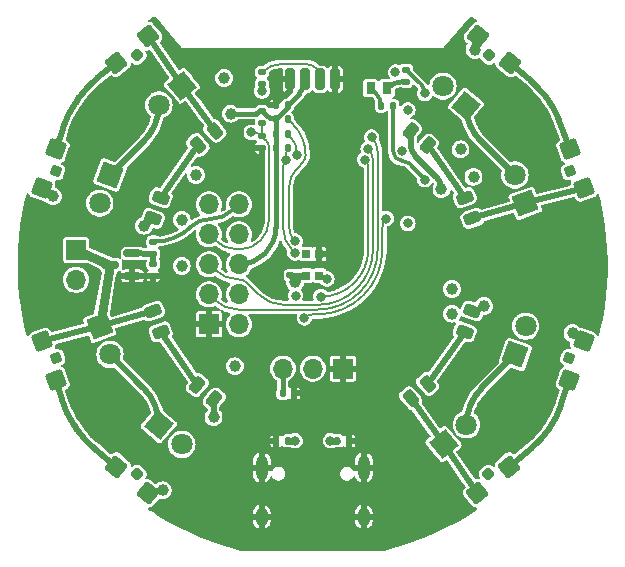
<source format=gbr>
G04 #@! TF.GenerationSoftware,KiCad,Pcbnew,8.0.8*
G04 #@! TF.CreationDate,2025-01-26T21:40:06-06:00*
G04 #@! TF.ProjectId,kbxIrBlaster,6b627849-7242-46c6-9173-7465722e6b69,rev?*
G04 #@! TF.SameCoordinates,Original*
G04 #@! TF.FileFunction,Copper,L4,Bot*
G04 #@! TF.FilePolarity,Positive*
%FSLAX46Y46*%
G04 Gerber Fmt 4.6, Leading zero omitted, Abs format (unit mm)*
G04 Created by KiCad (PCBNEW 8.0.8) date 2025-01-26 21:40:06*
%MOMM*%
%LPD*%
G01*
G04 APERTURE LIST*
G04 Aperture macros list*
%AMRoundRect*
0 Rectangle with rounded corners*
0 $1 Rounding radius*
0 $2 $3 $4 $5 $6 $7 $8 $9 X,Y pos of 4 corners*
0 Add a 4 corners polygon primitive as box body*
4,1,4,$2,$3,$4,$5,$6,$7,$8,$9,$2,$3,0*
0 Add four circle primitives for the rounded corners*
1,1,$1+$1,$2,$3*
1,1,$1+$1,$4,$5*
1,1,$1+$1,$6,$7*
1,1,$1+$1,$8,$9*
0 Add four rect primitives between the rounded corners*
20,1,$1+$1,$2,$3,$4,$5,0*
20,1,$1+$1,$4,$5,$6,$7,0*
20,1,$1+$1,$6,$7,$8,$9,0*
20,1,$1+$1,$8,$9,$2,$3,0*%
%AMRotRect*
0 Rectangle, with rotation*
0 The origin of the aperture is its center*
0 $1 length*
0 $2 width*
0 $3 Rotation angle, in degrees counterclockwise*
0 Add horizontal line*
21,1,$1,$2,0,0,$3*%
G04 Aperture macros list end*
G04 #@! TA.AperFunction,ComponentPad*
%ADD10C,0.800000*%
G04 #@! TD*
G04 #@! TA.AperFunction,ComponentPad*
%ADD11C,5.000000*%
G04 #@! TD*
G04 #@! TA.AperFunction,ComponentPad*
%ADD12O,1.000000X2.100000*%
G04 #@! TD*
G04 #@! TA.AperFunction,ComponentPad*
%ADD13O,1.000000X1.600000*%
G04 #@! TD*
G04 #@! TA.AperFunction,ComponentPad*
%ADD14R,1.700000X1.700000*%
G04 #@! TD*
G04 #@! TA.AperFunction,ComponentPad*
%ADD15O,1.700000X1.700000*%
G04 #@! TD*
G04 #@! TA.AperFunction,SMDPad,CuDef*
%ADD16RoundRect,0.150000X0.587500X0.150000X-0.587500X0.150000X-0.587500X-0.150000X0.587500X-0.150000X0*%
G04 #@! TD*
G04 #@! TA.AperFunction,SMDPad,CuDef*
%ADD17RoundRect,0.250000X0.704416X0.061628X-0.061628X0.704416X-0.704416X-0.061628X0.061628X-0.704416X0*%
G04 #@! TD*
G04 #@! TA.AperFunction,SMDPad,CuDef*
%ADD18RoundRect,0.225000X0.316987X0.027733X-0.027733X0.316987X-0.316987X-0.027733X0.027733X-0.316987X0*%
G04 #@! TD*
G04 #@! TA.AperFunction,ComponentPad*
%ADD19RotRect,1.800000X1.800000X320.000000*%
G04 #@! TD*
G04 #@! TA.AperFunction,ComponentPad*
%ADD20C,1.800000*%
G04 #@! TD*
G04 #@! TA.AperFunction,SMDPad,CuDef*
%ADD21RoundRect,0.250000X0.061628X0.704416X-0.704416X0.061628X-0.061628X-0.704416X0.704416X-0.061628X0*%
G04 #@! TD*
G04 #@! TA.AperFunction,SMDPad,CuDef*
%ADD22RoundRect,0.225000X0.027733X0.316987X-0.316987X0.027733X-0.027733X-0.316987X0.316987X-0.027733X0*%
G04 #@! TD*
G04 #@! TA.AperFunction,SMDPad,CuDef*
%ADD23RoundRect,0.140000X0.170000X-0.140000X0.170000X0.140000X-0.170000X0.140000X-0.170000X-0.140000X0*%
G04 #@! TD*
G04 #@! TA.AperFunction,SMDPad,CuDef*
%ADD24RoundRect,0.135000X0.135000X0.185000X-0.135000X0.185000X-0.135000X-0.185000X0.135000X-0.185000X0*%
G04 #@! TD*
G04 #@! TA.AperFunction,SMDPad,CuDef*
%ADD25R,0.700000X0.700000*%
G04 #@! TD*
G04 #@! TA.AperFunction,ComponentPad*
%ADD26RotRect,1.800000X1.800000X70.000000*%
G04 #@! TD*
G04 #@! TA.AperFunction,SMDPad,CuDef*
%ADD27RoundRect,0.135000X-0.135000X-0.185000X0.135000X-0.185000X0.135000X0.185000X-0.135000X0.185000X0*%
G04 #@! TD*
G04 #@! TA.AperFunction,ComponentPad*
%ADD28RotRect,1.800000X1.800000X140.000000*%
G04 #@! TD*
G04 #@! TA.AperFunction,SMDPad,CuDef*
%ADD29RoundRect,0.250000X-0.704416X-0.061628X0.061628X-0.704416X0.704416X0.061628X-0.061628X0.704416X0*%
G04 #@! TD*
G04 #@! TA.AperFunction,SMDPad,CuDef*
%ADD30RoundRect,0.225000X-0.316987X-0.027733X0.027733X-0.316987X0.316987X0.027733X-0.027733X0.316987X0*%
G04 #@! TD*
G04 #@! TA.AperFunction,SMDPad,CuDef*
%ADD31RoundRect,0.243750X-0.479995X-0.192828X-0.106549X-0.506187X0.479995X0.192828X0.106549X0.506187X0*%
G04 #@! TD*
G04 #@! TA.AperFunction,SMDPad,CuDef*
%ADD32RoundRect,0.243750X-0.345367X0.385097X-0.512102X-0.073003X0.345367X-0.385097X0.512102X0.073003X0*%
G04 #@! TD*
G04 #@! TA.AperFunction,SMDPad,CuDef*
%ADD33RoundRect,0.250000X0.298836X-0.640856X0.640856X0.298836X-0.298836X0.640856X-0.640856X-0.298836X0*%
G04 #@! TD*
G04 #@! TA.AperFunction,SMDPad,CuDef*
%ADD34RoundRect,0.225000X0.134476X-0.288385X0.288385X0.134476X-0.134476X0.288385X-0.288385X-0.134476X0*%
G04 #@! TD*
G04 #@! TA.AperFunction,SMDPad,CuDef*
%ADD35RoundRect,0.243750X-0.512102X0.073003X-0.345367X-0.385097X0.512102X-0.073003X0.345367X0.385097X0*%
G04 #@! TD*
G04 #@! TA.AperFunction,ComponentPad*
%ADD36RotRect,1.800000X1.800000X290.000000*%
G04 #@! TD*
G04 #@! TA.AperFunction,ComponentPad*
%ADD37RotRect,1.800000X1.800000X250.000000*%
G04 #@! TD*
G04 #@! TA.AperFunction,SMDPad,CuDef*
%ADD38RoundRect,0.250000X-0.640856X0.298836X-0.298836X-0.640856X0.640856X-0.298836X0.298836X0.640856X0*%
G04 #@! TD*
G04 #@! TA.AperFunction,SMDPad,CuDef*
%ADD39RoundRect,0.225000X-0.288385X0.134476X-0.134476X-0.288385X0.288385X-0.134476X0.134476X0.288385X0*%
G04 #@! TD*
G04 #@! TA.AperFunction,SMDPad,CuDef*
%ADD40RoundRect,0.243750X0.345367X-0.385097X0.512102X0.073003X-0.345367X0.385097X-0.512102X-0.073003X0*%
G04 #@! TD*
G04 #@! TA.AperFunction,SMDPad,CuDef*
%ADD41RoundRect,0.250000X0.640856X-0.298836X0.298836X0.640856X-0.640856X0.298836X-0.298836X-0.640856X0*%
G04 #@! TD*
G04 #@! TA.AperFunction,SMDPad,CuDef*
%ADD42RoundRect,0.225000X0.288385X-0.134476X0.134476X0.288385X-0.288385X0.134476X-0.134476X-0.288385X0*%
G04 #@! TD*
G04 #@! TA.AperFunction,ComponentPad*
%ADD43RotRect,1.800000X1.800000X220.000000*%
G04 #@! TD*
G04 #@! TA.AperFunction,SMDPad,CuDef*
%ADD44RoundRect,0.243750X-0.106549X0.506187X-0.479995X0.192828X0.106549X-0.506187X0.479995X-0.192828X0*%
G04 #@! TD*
G04 #@! TA.AperFunction,SMDPad,CuDef*
%ADD45RoundRect,0.135000X-0.185000X0.135000X-0.185000X-0.135000X0.185000X-0.135000X0.185000X0.135000X0*%
G04 #@! TD*
G04 #@! TA.AperFunction,SMDPad,CuDef*
%ADD46RoundRect,0.135000X0.185000X-0.135000X0.185000X0.135000X-0.185000X0.135000X-0.185000X-0.135000X0*%
G04 #@! TD*
G04 #@! TA.AperFunction,SMDPad,CuDef*
%ADD47RoundRect,0.243750X0.512102X-0.073003X0.345367X0.385097X-0.512102X0.073003X-0.345367X-0.385097X0*%
G04 #@! TD*
G04 #@! TA.AperFunction,ComponentPad*
%ADD48RotRect,1.800000X1.800000X40.000000*%
G04 #@! TD*
G04 #@! TA.AperFunction,SMDPad,CuDef*
%ADD49RoundRect,0.243750X0.479995X0.192828X0.106549X0.506187X-0.479995X-0.192828X-0.106549X-0.506187X0*%
G04 #@! TD*
G04 #@! TA.AperFunction,SMDPad,CuDef*
%ADD50RoundRect,0.140000X-0.140000X-0.170000X0.140000X-0.170000X0.140000X0.170000X-0.140000X0.170000X0*%
G04 #@! TD*
G04 #@! TA.AperFunction,SMDPad,CuDef*
%ADD51RoundRect,0.250000X-0.061628X-0.704416X0.704416X-0.061628X0.061628X0.704416X-0.704416X0.061628X0*%
G04 #@! TD*
G04 #@! TA.AperFunction,SMDPad,CuDef*
%ADD52RoundRect,0.225000X-0.027733X-0.316987X0.316987X-0.027733X0.027733X0.316987X-0.316987X0.027733X0*%
G04 #@! TD*
G04 #@! TA.AperFunction,SMDPad,CuDef*
%ADD53RoundRect,0.140000X0.140000X0.170000X-0.140000X0.170000X-0.140000X-0.170000X0.140000X-0.170000X0*%
G04 #@! TD*
G04 #@! TA.AperFunction,SMDPad,CuDef*
%ADD54RoundRect,0.243750X0.106549X-0.506187X0.479995X-0.192828X-0.106549X0.506187X-0.479995X0.192828X0*%
G04 #@! TD*
G04 #@! TA.AperFunction,SMDPad,CuDef*
%ADD55R,0.800000X1.000000*%
G04 #@! TD*
G04 #@! TA.AperFunction,SMDPad,CuDef*
%ADD56RoundRect,0.200000X-0.200000X-0.700000X0.200000X-0.700000X0.200000X0.700000X-0.200000X0.700000X0*%
G04 #@! TD*
G04 #@! TA.AperFunction,ComponentPad*
%ADD57RotRect,1.800000X1.800000X110.000000*%
G04 #@! TD*
G04 #@! TA.AperFunction,SMDPad,CuDef*
%ADD58RoundRect,0.140000X-0.170000X0.140000X-0.170000X-0.140000X0.170000X-0.140000X0.170000X0.140000X0*%
G04 #@! TD*
G04 #@! TA.AperFunction,SMDPad,CuDef*
%ADD59RoundRect,0.250000X-0.298836X0.640856X-0.640856X-0.298836X0.298836X-0.640856X0.640856X0.298836X0*%
G04 #@! TD*
G04 #@! TA.AperFunction,SMDPad,CuDef*
%ADD60RoundRect,0.225000X-0.134476X0.288385X-0.288385X-0.134476X0.134476X-0.288385X0.288385X0.134476X0*%
G04 #@! TD*
G04 #@! TA.AperFunction,ViaPad*
%ADD61C,0.800000*%
G04 #@! TD*
G04 #@! TA.AperFunction,ViaPad*
%ADD62C,1.000000*%
G04 #@! TD*
G04 #@! TA.AperFunction,Conductor*
%ADD63C,0.450000*%
G04 #@! TD*
G04 #@! TA.AperFunction,Conductor*
%ADD64C,0.750000*%
G04 #@! TD*
G04 #@! TA.AperFunction,Conductor*
%ADD65C,0.500000*%
G04 #@! TD*
G04 #@! TA.AperFunction,Conductor*
%ADD66C,0.200000*%
G04 #@! TD*
G04 #@! TA.AperFunction,Conductor*
%ADD67C,0.600000*%
G04 #@! TD*
G04 #@! TA.AperFunction,Conductor*
%ADD68C,0.300000*%
G04 #@! TD*
G04 #@! TA.AperFunction,Conductor*
%ADD69C,0.250000*%
G04 #@! TD*
G04 #@! TA.AperFunction,Conductor*
%ADD70C,0.400000*%
G04 #@! TD*
G04 APERTURE END LIST*
D10*
X130625000Y-78000000D03*
X131174175Y-76674175D03*
X131174175Y-79325825D03*
X132500000Y-76125000D03*
D11*
X132500000Y-78000000D03*
D10*
X132500000Y-79875000D03*
X133825825Y-76674175D03*
X133825825Y-79325825D03*
X134375000Y-78000000D03*
X130625000Y-102000000D03*
X131174175Y-100674175D03*
X131174175Y-103325825D03*
X132500000Y-100125000D03*
D11*
X132500000Y-102000000D03*
D10*
X132500000Y-103875000D03*
X133825825Y-100674175D03*
X133825825Y-103325825D03*
X134375000Y-102000000D03*
X165625000Y-102000000D03*
X166174175Y-100674175D03*
X166174175Y-103325825D03*
X167500000Y-100125000D03*
D11*
X167500000Y-102000000D03*
D10*
X167500000Y-103875000D03*
X168825825Y-100674175D03*
X168825825Y-103325825D03*
X169375000Y-102000000D03*
X165625000Y-78000000D03*
X166174175Y-76674175D03*
X166174175Y-79325825D03*
X167500000Y-76125000D03*
D11*
X167500000Y-78000000D03*
D10*
X167500000Y-79875000D03*
X168825825Y-76674175D03*
X168825825Y-79325825D03*
X169375000Y-78000000D03*
D12*
X145680000Y-107170000D03*
D13*
X145680000Y-111350000D03*
D12*
X154320000Y-107170000D03*
D13*
X154320000Y-111350000D03*
D14*
X141210000Y-95050000D03*
D15*
X143750000Y-95050000D03*
X141210000Y-92510000D03*
X143750000Y-92510000D03*
X141210000Y-89970000D03*
X143750000Y-89970000D03*
X141210000Y-87430000D03*
X143750000Y-87430000D03*
X141210000Y-84890000D03*
X143750000Y-84890000D03*
D14*
X152540000Y-98793735D03*
D15*
X150000000Y-98793735D03*
X147460000Y-98793735D03*
D16*
X134737500Y-89050000D03*
X134737500Y-90950000D03*
X132862500Y-90000000D03*
D17*
X166669184Y-72907901D03*
X163988028Y-70658144D03*
D18*
X164910794Y-72280951D03*
D19*
X136973293Y-103580446D03*
D20*
X138919046Y-105213127D03*
D21*
X136061972Y-70658144D03*
X133380816Y-72907901D03*
D22*
X135139204Y-72280951D03*
D23*
X148100000Y-90880000D03*
X148100000Y-89920000D03*
D24*
X147910000Y-80100000D03*
X146890000Y-80100000D03*
D25*
X149450000Y-89085000D03*
X150550000Y-89085000D03*
X150550000Y-90915000D03*
X149450000Y-90915000D03*
D26*
X167163924Y-97598108D03*
D20*
X168032656Y-95211288D03*
D27*
X152090000Y-104900000D03*
X153110000Y-104900000D03*
D28*
X162976707Y-76519554D03*
D20*
X161030954Y-74886873D03*
D29*
X133380816Y-107092099D03*
X136061972Y-109341856D03*
D30*
X135139206Y-107719049D03*
D31*
X140231833Y-100197387D03*
X141668167Y-101402613D03*
D32*
X137120644Y-84319039D03*
X136479356Y-86080961D03*
D33*
X171731618Y-99773452D03*
X172928689Y-96484527D03*
D34*
X171719353Y-97906677D03*
D35*
X136479356Y-93919038D03*
X137120644Y-95680962D03*
D36*
X131963924Y-95201892D03*
D20*
X132832656Y-97588712D03*
D37*
X132836076Y-82401892D03*
D20*
X131967344Y-84788712D03*
D38*
X127071311Y-96484527D03*
X128268381Y-99773452D03*
D39*
X128280647Y-97906677D03*
D40*
X162879356Y-95680962D03*
X163520644Y-93919038D03*
D41*
X172978689Y-83515473D03*
X171781618Y-80226548D03*
D42*
X171769353Y-82093324D03*
D27*
X146890000Y-77700000D03*
X147910000Y-77700000D03*
D43*
X138926707Y-74830446D03*
D20*
X136980954Y-76463127D03*
D44*
X141718167Y-78647387D03*
X140281833Y-79852613D03*
D24*
X147910000Y-78900000D03*
X146890000Y-78900000D03*
D45*
X136500000Y-88040000D03*
X136500000Y-89060000D03*
D46*
X145700000Y-78010000D03*
X145700000Y-76990000D03*
D45*
X145700000Y-73690000D03*
X145700000Y-74710000D03*
D47*
X163520644Y-86080961D03*
X162879356Y-84319039D03*
D48*
X161073293Y-105169555D03*
D20*
X163019046Y-103536874D03*
D49*
X159718167Y-79902613D03*
X158281833Y-78697387D03*
D50*
X147463498Y-100900000D03*
X148423498Y-100900000D03*
D51*
X163938028Y-109341856D03*
X166619184Y-107092099D03*
D52*
X164860794Y-107719049D03*
D53*
X147880000Y-76500000D03*
X146920000Y-76500000D03*
D54*
X158281833Y-101302613D03*
X159718167Y-100097387D03*
D55*
X156300000Y-75050000D03*
X154900000Y-75050000D03*
X154900000Y-72550000D03*
X156300000Y-72550000D03*
D45*
X157900000Y-73490000D03*
X157900000Y-74510000D03*
X136500000Y-89940000D03*
X136500000Y-90960000D03*
D56*
X148095000Y-74300000D03*
X149365000Y-74300000D03*
X150635000Y-74300000D03*
X151905000Y-74300000D03*
D14*
X129975000Y-88736328D03*
D15*
X129975000Y-91276328D03*
D24*
X147910000Y-104900000D03*
X146890000Y-104900000D03*
D57*
X167986076Y-84798108D03*
D20*
X167117344Y-82411288D03*
D24*
X156810000Y-76550000D03*
X155790000Y-76550000D03*
D58*
X145700000Y-79120000D03*
X145700000Y-80080000D03*
D59*
X128268381Y-80226548D03*
X127071311Y-83515473D03*
D60*
X128280647Y-82093323D03*
D61*
X139500000Y-88250000D03*
X147400000Y-95900000D03*
X127800000Y-85600000D03*
X157000000Y-87200000D03*
X152000000Y-83100000D03*
X146600000Y-101900000D03*
X139500000Y-85100000D03*
X146200000Y-92100000D03*
X165100000Y-82550000D03*
X170600000Y-96100000D03*
X159500000Y-76900000D03*
X143100000Y-78400000D03*
X159500000Y-84100000D03*
X160300000Y-93100000D03*
X152400000Y-91200000D03*
X142450000Y-83700000D03*
X142000000Y-98100000D03*
X163300000Y-73100000D03*
X146800000Y-75600000D03*
X153500000Y-80000000D03*
X152000000Y-103100000D03*
X138400000Y-110100000D03*
X147500000Y-89500000D03*
X141500000Y-73200000D03*
D62*
X143400000Y-98600000D03*
X163612500Y-82550000D03*
X138900000Y-86200000D03*
X138900000Y-90100000D03*
X148500000Y-91500000D03*
X140100000Y-82400000D03*
X162514013Y-80235987D03*
X161787500Y-92050000D03*
X161787500Y-94150000D03*
X142500000Y-74200000D03*
X143045298Y-77200000D03*
D61*
X157570638Y-80411200D03*
X157000000Y-73700000D03*
X144800000Y-78800000D03*
X147700000Y-81149998D03*
X148500000Y-89000000D03*
D62*
X163700000Y-71800000D03*
D61*
X148500000Y-104900000D03*
X151500000Y-104900000D03*
X148700000Y-80700000D03*
X154700000Y-80200000D03*
X154986432Y-79196848D03*
X145700000Y-75300000D03*
X159500000Y-75500000D03*
X159500000Y-82800000D03*
X150700000Y-92700000D03*
X154399583Y-81101251D03*
X156200000Y-86100000D03*
X149300000Y-94500000D03*
X158050000Y-76900000D03*
X158050000Y-86500000D03*
X151200000Y-91200000D03*
D62*
X128000000Y-84200000D03*
X137300000Y-109100000D03*
X172000000Y-95800000D03*
X135700000Y-86700000D03*
X141600000Y-102900000D03*
X164500000Y-93500000D03*
X160900000Y-83600000D03*
D61*
X148544123Y-92607186D03*
X148500000Y-88000000D03*
D63*
X148095000Y-75105000D02*
X148095000Y-74300000D01*
X146920000Y-76500000D02*
X146920000Y-76280000D01*
X146920000Y-76280000D02*
X148095000Y-75105000D01*
X148100000Y-90880000D02*
X149365503Y-90880000D01*
X148500000Y-91500000D02*
X148255564Y-91255564D01*
X147463498Y-100900000D02*
X147463498Y-98802179D01*
X149450000Y-90915000D02*
X149426459Y-90913852D01*
X147463498Y-98802179D02*
X147460000Y-98793735D01*
X148845512Y-91154488D02*
X148500000Y-91500000D01*
X149426459Y-90913852D02*
G75*
G03*
X148845540Y-91154516I41J-821548D01*
G01*
X148255564Y-91255564D02*
G75*
G02*
X148099992Y-90880000I375536J375564D01*
G01*
X149365503Y-90880000D02*
G75*
G02*
X149449999Y-90915001I-3J-119500D01*
G01*
X146070588Y-77360589D02*
X145700000Y-76990000D01*
X147880000Y-76500000D02*
X147880000Y-76685010D01*
X147880000Y-76685010D02*
X146890000Y-77675010D01*
X146890000Y-80100000D02*
X146890000Y-86830000D01*
X146890000Y-77700000D02*
X146890000Y-78900000D01*
X146890000Y-78900000D02*
X146890000Y-80100000D01*
X143045298Y-77200000D02*
X145193016Y-77200000D01*
X146890000Y-77675010D02*
X146890000Y-77700000D01*
X148859419Y-75520582D02*
X147880000Y-76500000D01*
X146890000Y-86830000D02*
G75*
G02*
X143750000Y-89970000I-3140000J0D01*
G01*
X146890000Y-77700000D02*
G75*
G02*
X146070593Y-77360584I0J1158800D01*
G01*
X145193016Y-77200000D02*
G75*
G03*
X145699996Y-76989996I-16J717000D01*
G01*
X149365000Y-74300000D02*
G75*
G02*
X148859426Y-75520589I-1726200J0D01*
G01*
D64*
X132862500Y-90000000D02*
X131963924Y-95201892D01*
X132862500Y-90000000D02*
X129975000Y-88736328D01*
D65*
X161073293Y-105169555D02*
X158281833Y-101302613D01*
X138926707Y-74830446D02*
X136061972Y-70658144D01*
X138926707Y-74830446D02*
X141718167Y-78647387D01*
X131963924Y-95201892D02*
X127071311Y-96484527D01*
X131963924Y-95201892D02*
X136479356Y-93919038D01*
X167986076Y-84798108D02*
X172978689Y-83515473D01*
X163520644Y-86080961D02*
X167986076Y-84798108D01*
X161073293Y-105169555D02*
X163938028Y-109341856D01*
D66*
X141688041Y-87908040D02*
X141210000Y-87430000D01*
X143800000Y-88700000D02*
X143600000Y-88700000D01*
X144800000Y-78800000D02*
X144927452Y-78800000D01*
X146300000Y-80124264D02*
X146300000Y-86200000D01*
X145734143Y-79134143D02*
X146000000Y-79400000D01*
X145700000Y-79120000D02*
X145700000Y-78010000D01*
X143600000Y-88700000D02*
G75*
G02*
X141688044Y-87908037I0J2703900D01*
G01*
X145700000Y-79120000D02*
G75*
G02*
X145734146Y-79134140I0J-48300D01*
G01*
X144927452Y-78800000D02*
G75*
G02*
X145699985Y-79120015I-52J-1092600D01*
G01*
X146000000Y-79400000D02*
G75*
G02*
X146300015Y-80124264I-724300J-724300D01*
G01*
X146300000Y-86200000D02*
G75*
G02*
X143800000Y-88700000I-2500000J0D01*
G01*
X147500000Y-86910051D02*
X147500000Y-81632840D01*
X147700000Y-80606984D02*
X147700000Y-81149998D01*
X148500000Y-89000000D02*
X148270711Y-88770711D01*
X147910000Y-80100000D02*
G75*
G03*
X147699994Y-80606984I507000J-507000D01*
G01*
X147500000Y-81632840D02*
G75*
G02*
X147699988Y-81149986I682800J40D01*
G01*
X148270711Y-88770711D02*
G75*
G02*
X147500044Y-86910051I1860689J1860611D01*
G01*
D65*
X163700000Y-70946172D02*
X163988028Y-70658144D01*
X163700000Y-71800000D02*
X163700000Y-70946172D01*
D67*
X147910000Y-104900000D02*
X148500000Y-104900000D01*
X152090000Y-104900000D02*
X151500000Y-104900000D01*
D66*
X147910000Y-78900000D02*
X147985822Y-78975822D01*
X147985822Y-78975822D02*
G75*
G02*
X148699987Y-80700000I-1724222J-1724178D01*
G01*
X147572792Y-93400000D02*
X150400000Y-93400000D01*
X141210000Y-89970000D02*
X141599045Y-90359045D01*
X155100000Y-88700000D02*
X155100000Y-81165685D01*
X144432843Y-91532843D02*
X145400000Y-92500000D01*
X141599045Y-90359045D02*
G75*
G03*
X143750000Y-91250003I2150955J2150945D01*
G01*
X143750000Y-91250000D02*
G75*
G02*
X144432846Y-91532840I0J-965700D01*
G01*
X155100000Y-81165685D02*
G75*
G03*
X154699996Y-80200004I-1365700J-15D01*
G01*
X145400000Y-92500000D02*
G75*
G03*
X147572792Y-93400003I2172800J2172800D01*
G01*
X150400000Y-93400000D02*
G75*
G03*
X155100000Y-88700000I0J4700000D01*
G01*
X141210000Y-92510000D02*
X141616116Y-92916116D01*
X155500000Y-88700000D02*
X155500000Y-80436710D01*
X143750000Y-93800000D02*
X150400000Y-93800000D01*
X150400000Y-93800000D02*
G75*
G03*
X155500000Y-88700000I0J5100000D01*
G01*
X141616116Y-92916116D02*
G75*
G03*
X143750000Y-93799990I2133884J2133916D01*
G01*
X155500000Y-80436710D02*
G75*
G03*
X154986431Y-79196849I-1753400J10D01*
G01*
X145700000Y-74710000D02*
X145700000Y-75300000D01*
D68*
X159210086Y-74800086D02*
X157900000Y-73490000D01*
X159500000Y-75500000D02*
G75*
G03*
X159210080Y-74800092I-989800J0D01*
G01*
X156810000Y-80410000D02*
X156810000Y-76550000D01*
X158112132Y-81412132D02*
X159500000Y-82800000D01*
X157600000Y-81200000D02*
G75*
G02*
X156810000Y-80410000I0J790000D01*
G01*
X157600000Y-81200000D02*
G75*
G02*
X158112139Y-81412125I0J-724300D01*
G01*
D66*
X154700000Y-88700000D02*
X154700000Y-81826521D01*
X154700000Y-81826521D02*
G75*
G03*
X154399596Y-81101238I-1025700J21D01*
G01*
X154700000Y-88700000D02*
G75*
G02*
X150700000Y-92700000I-4000000J0D01*
G01*
X155900000Y-86824264D02*
X155900000Y-88700000D01*
X150400000Y-94200000D02*
X150024264Y-94200000D01*
X150024264Y-94200000D02*
G75*
G03*
X149300011Y-94500011I36J-1024300D01*
G01*
X155900000Y-88700000D02*
G75*
G02*
X150400000Y-94200000I-5500000J0D01*
G01*
X156200000Y-86100000D02*
G75*
G03*
X155899985Y-86824264I724300J-724300D01*
G01*
D68*
X136637137Y-88040000D02*
X136500000Y-88040000D01*
X143402167Y-85237832D02*
X143750000Y-84890000D01*
X141200000Y-86150000D02*
G75*
G03*
X143402160Y-85237825I0J3114300D01*
G01*
X139731888Y-86758112D02*
G75*
G02*
X141200000Y-86149993I1468112J-1468088D01*
G01*
X139731888Y-86758112D02*
G75*
G02*
X136637137Y-88040037I-3094788J3094712D01*
G01*
D65*
X136500000Y-89060000D02*
X136500000Y-89940000D01*
X134737500Y-89050000D02*
X136500000Y-89060000D01*
D69*
X151173094Y-91173094D02*
X151200000Y-91200000D01*
X150550000Y-90915000D02*
G75*
G02*
X151173096Y-91173092I0J-881200D01*
G01*
D68*
X155358665Y-75508665D02*
X154900000Y-75050000D01*
X155790000Y-76550000D02*
G75*
G03*
X155358671Y-75508659I-1472700J0D01*
G01*
D70*
X157603675Y-74510000D02*
X157900000Y-74510000D01*
X156300000Y-75050000D02*
G75*
G02*
X157603675Y-74509990I1303700J-1303700D01*
G01*
D65*
X128000000Y-84200000D02*
X127315473Y-83515473D01*
X127315473Y-83515473D02*
X127071311Y-83515473D01*
X131772463Y-74199411D02*
X133380816Y-72907901D01*
X129918052Y-76286279D02*
X130253236Y-75813078D01*
X128268381Y-80226548D02*
X128823177Y-78483737D01*
X128823177Y-78483737D02*
G75*
G02*
X129918043Y-76286272I7623123J-2426663D01*
G01*
X130253236Y-75813078D02*
G75*
G02*
X131772464Y-74199413I6528164J-4624122D01*
G01*
X129841153Y-103665407D02*
X130061892Y-103982720D01*
X131565025Y-105607330D02*
X133380816Y-107092099D01*
X128268381Y-99773452D02*
X128733678Y-101354926D01*
X129841153Y-103665407D02*
G75*
G02*
X128733681Y-101354925I6567247J4568507D01*
G01*
X131565025Y-105607330D02*
G75*
G02*
X130061886Y-103982724I5064075J6193130D01*
G01*
X136061972Y-109341856D02*
X137300000Y-109100000D01*
X172684527Y-96484527D02*
X172928689Y-96484527D01*
X172000000Y-95800000D02*
X172684527Y-96484527D01*
X171731618Y-99773452D02*
X171054968Y-101824191D01*
X170060294Y-103834956D02*
X170039812Y-103864891D01*
X168525680Y-105520662D02*
X166619184Y-107092099D01*
X170039812Y-103864891D02*
G75*
G02*
X168525673Y-105520653I-6602412J4517491D01*
G01*
X170060294Y-103834956D02*
G75*
G03*
X171054972Y-101824192I-6602394J4517456D01*
G01*
X166669184Y-72907901D02*
X168324885Y-74264778D01*
X169694476Y-75706789D02*
X169838233Y-75901888D01*
X170890817Y-77844893D02*
X171781618Y-80226548D01*
X168324885Y-74264778D02*
G75*
G02*
X169694475Y-75706790I-5070785J-6187522D01*
G01*
X170890817Y-77844893D02*
G75*
G03*
X169838228Y-75901892I-7493017J-2802607D01*
G01*
X137120644Y-84319039D02*
X140281833Y-79852613D01*
X135973678Y-86586639D02*
X136479356Y-86080961D01*
X135700000Y-86700000D02*
G75*
G03*
X135973670Y-86586631I0J387000D01*
G01*
X141600000Y-101470780D02*
X141600000Y-102900000D01*
X141668167Y-101402613D02*
X141600000Y-101470780D01*
X137120644Y-95680962D02*
X140231833Y-100197387D01*
X164500000Y-93500000D02*
X164477167Y-93522833D01*
X164477167Y-93522833D02*
G75*
G02*
X163520644Y-93919066I-956567J956533D01*
G01*
X159718167Y-100097387D02*
X162879356Y-95680962D01*
X158700000Y-80800000D02*
X160475735Y-82575735D01*
X158281833Y-78697387D02*
X158281833Y-79790456D01*
X160475735Y-82575735D02*
G75*
G02*
X160900008Y-83600000I-1024235J-1024265D01*
G01*
X158281833Y-79790456D02*
G75*
G03*
X158699987Y-80800013I1427667J-44D01*
G01*
X162879356Y-84319039D02*
X159718167Y-79902613D01*
X135712484Y-79525485D02*
X132836076Y-82401892D01*
X136980954Y-76463126D02*
G75*
G02*
X135712476Y-79525477I-4330854J26D01*
G01*
X135664370Y-100420428D02*
X132832655Y-97588712D01*
X136973293Y-103580446D02*
G75*
G03*
X135664384Y-100420414I-4468893J46D01*
G01*
X164287517Y-100474515D02*
X167163924Y-97598108D01*
X163019046Y-103536875D02*
G75*
G02*
X164287525Y-100474523I4330854J-25D01*
G01*
D66*
X147910000Y-77700000D02*
X148332269Y-78122269D01*
X149117157Y-81382842D02*
X148800000Y-81700000D01*
X148000000Y-83400000D02*
X148000000Y-86792894D01*
X148800000Y-81700000D02*
X148636397Y-81863603D01*
X148000000Y-86792894D02*
G75*
G03*
X148499998Y-88000002I1707100J-6D01*
G01*
X148636397Y-81863603D02*
G75*
G03*
X148000002Y-83400000I1536403J-1536397D01*
G01*
X149400000Y-80700000D02*
G75*
G02*
X149117161Y-81382846I-965700J0D01*
G01*
X148332269Y-78122269D02*
G75*
G02*
X149399989Y-80700000I-2577769J-2577731D01*
G01*
X150635000Y-74300000D02*
X150635000Y-74235000D01*
X147365807Y-73000000D02*
X149400000Y-73000000D01*
X145700000Y-73690000D02*
G75*
G02*
X147365807Y-73000003I1665800J-1665800D01*
G01*
X150635000Y-74235000D02*
G75*
G03*
X149400000Y-73000000I-1235000J0D01*
G01*
D65*
X164214919Y-79508862D02*
X167117345Y-82411288D01*
X162976707Y-76519554D02*
G75*
G03*
X164214902Y-79508879I4227493J-46D01*
G01*
G04 #@! TA.AperFunction,Conductor*
G36*
X136696188Y-69018907D02*
G01*
X136713818Y-69035345D01*
X137886625Y-70432465D01*
X138863649Y-71596357D01*
X138868829Y-71604891D01*
X138878140Y-71614202D01*
X138883959Y-71620552D01*
X138887624Y-71624918D01*
X138888873Y-71625500D01*
X138889438Y-71625500D01*
X138894588Y-71625500D01*
X138903195Y-71625875D01*
X138908305Y-71626321D01*
X138908305Y-71626320D01*
X138916296Y-71627018D01*
X138926154Y-71625500D01*
X161073839Y-71625500D01*
X161083703Y-71627019D01*
X161091694Y-71626321D01*
X161091695Y-71626322D01*
X161096816Y-71625874D01*
X161105425Y-71625500D01*
X161111124Y-71625500D01*
X161112376Y-71624915D01*
X161112736Y-71624485D01*
X161112740Y-71624485D01*
X161116061Y-71620527D01*
X161121859Y-71614202D01*
X161125500Y-71610562D01*
X161125500Y-71610559D01*
X161131169Y-71604891D01*
X161136345Y-71596364D01*
X163286178Y-69035348D01*
X163338071Y-69002936D01*
X163362002Y-69000000D01*
X163472125Y-69000000D01*
X163526760Y-69016441D01*
X163907675Y-69268518D01*
X163945768Y-69316399D01*
X163948442Y-69377526D01*
X163914675Y-69428550D01*
X163875617Y-69447468D01*
X163740734Y-69479060D01*
X163740726Y-69479063D01*
X163614522Y-69550597D01*
X163570945Y-69592478D01*
X162866133Y-70432441D01*
X162866123Y-70432455D01*
X162832451Y-70482630D01*
X162832449Y-70482635D01*
X162783915Y-70619346D01*
X162775862Y-70764196D01*
X162808944Y-70905437D01*
X162808947Y-70905445D01*
X162880481Y-71031649D01*
X162880483Y-71031652D01*
X162922356Y-71075220D01*
X162922362Y-71075226D01*
X163080179Y-71207650D01*
X163112602Y-71259538D01*
X163108334Y-71320574D01*
X163100369Y-71336159D01*
X163015918Y-71470561D01*
X163015918Y-71470562D01*
X162959764Y-71631039D01*
X162959761Y-71631051D01*
X162940726Y-71799995D01*
X162940726Y-71800004D01*
X162959761Y-71968948D01*
X162959764Y-71968960D01*
X163015918Y-72129437D01*
X163015918Y-72129438D01*
X163104025Y-72269659D01*
X163106376Y-72273400D01*
X163226600Y-72393624D01*
X163226602Y-72393625D01*
X163226603Y-72393626D01*
X163366719Y-72481667D01*
X163370563Y-72484082D01*
X163398936Y-72494010D01*
X163531039Y-72540235D01*
X163531043Y-72540236D01*
X163531046Y-72540237D01*
X163531047Y-72540237D01*
X163531051Y-72540238D01*
X163699996Y-72559274D01*
X163700000Y-72559274D01*
X163700004Y-72559274D01*
X163868948Y-72540238D01*
X163868950Y-72540237D01*
X163868954Y-72540237D01*
X164029437Y-72484082D01*
X164029443Y-72484077D01*
X164034453Y-72481667D01*
X164035812Y-72484490D01*
X164082780Y-72471988D01*
X164139865Y-72494010D01*
X164163560Y-72522024D01*
X164184675Y-72559274D01*
X164210656Y-72605111D01*
X164210657Y-72605112D01*
X164250453Y-72646518D01*
X164250456Y-72646521D01*
X164377753Y-72753336D01*
X164649176Y-72981087D01*
X164665444Y-72994737D01*
X164713139Y-73026743D01*
X164843077Y-73072873D01*
X164980748Y-73080525D01*
X165114998Y-73049083D01*
X165234952Y-72981090D01*
X165272937Y-72944583D01*
X165276359Y-72941294D01*
X165276359Y-72941292D01*
X165276364Y-72941289D01*
X165282963Y-72933423D01*
X165334845Y-72900997D01*
X165395881Y-72905259D01*
X165442756Y-72944583D01*
X165457653Y-73002544D01*
X165457019Y-73013954D01*
X165490100Y-73155194D01*
X165490103Y-73155202D01*
X165558204Y-73275349D01*
X165561639Y-73281409D01*
X165601808Y-73323204D01*
X165603518Y-73324983D01*
X166443481Y-74029795D01*
X166443484Y-74029797D01*
X166443491Y-74029803D01*
X166493673Y-74063479D01*
X166630386Y-74112013D01*
X166630385Y-74112013D01*
X166702810Y-74116039D01*
X166775235Y-74120066D01*
X166775235Y-74120065D01*
X166775236Y-74120066D01*
X166916477Y-74086984D01*
X166916479Y-74086983D01*
X166916484Y-74086982D01*
X167042692Y-74015446D01*
X167063098Y-73995833D01*
X167118151Y-73969142D01*
X167178382Y-73979909D01*
X167194449Y-73990638D01*
X167584468Y-74310265D01*
X167953733Y-74612884D01*
X168003890Y-74653989D01*
X168006244Y-74655980D01*
X168354567Y-74960058D01*
X168359063Y-74964235D01*
X168686672Y-75288325D01*
X168690910Y-75292787D01*
X168997687Y-75636629D01*
X169001648Y-75641357D01*
X169287410Y-76004897D01*
X169289276Y-76007349D01*
X169301540Y-76023992D01*
X169301541Y-76023995D01*
X169301542Y-76023995D01*
X169421533Y-76186840D01*
X169421534Y-76186841D01*
X169431262Y-76200044D01*
X169432857Y-76202273D01*
X169667547Y-76539989D01*
X169670552Y-76544579D01*
X169885459Y-76893613D01*
X169888204Y-76898362D01*
X170083434Y-77258742D01*
X170085913Y-77263637D01*
X170260883Y-77634283D01*
X170263087Y-77639307D01*
X170417704Y-78020180D01*
X170418698Y-78022730D01*
X170427401Y-78045996D01*
X170427402Y-78046001D01*
X170427403Y-78046001D01*
X170922867Y-79370681D01*
X170925544Y-79431808D01*
X170891780Y-79482834D01*
X170873759Y-79494236D01*
X170868617Y-79496759D01*
X170868614Y-79496761D01*
X170758227Y-79590890D01*
X170758224Y-79590893D01*
X170678829Y-79712302D01*
X170678826Y-79712309D01*
X170636852Y-79851177D01*
X170635702Y-79996243D01*
X170650180Y-80054908D01*
X171025213Y-81085300D01*
X171025214Y-81085303D01*
X171051832Y-81139552D01*
X171145960Y-81249938D01*
X171145963Y-81249941D01*
X171267372Y-81329336D01*
X171267375Y-81329337D01*
X171267378Y-81329339D01*
X171270138Y-81330173D01*
X171278307Y-81332643D01*
X171328538Y-81367578D01*
X171348641Y-81425367D01*
X171330938Y-81483935D01*
X171283524Y-81520437D01*
X171273872Y-81523949D01*
X171222301Y-81549256D01*
X171117391Y-81638713D01*
X171117385Y-81638720D01*
X171041923Y-81754121D01*
X171002028Y-81886103D01*
X171002028Y-81886104D01*
X171000936Y-82023984D01*
X171014694Y-82079732D01*
X171014696Y-82079736D01*
X171014699Y-82079748D01*
X171185260Y-82548364D01*
X171199980Y-82588806D01*
X171225285Y-82640375D01*
X171314742Y-82745285D01*
X171314744Y-82745287D01*
X171314747Y-82745290D01*
X171430147Y-82820751D01*
X171430150Y-82820753D01*
X171562132Y-82860648D01*
X171563207Y-82860656D01*
X171700012Y-82861741D01*
X171755777Y-82847978D01*
X171765429Y-82844464D01*
X171826574Y-82842327D01*
X171877300Y-82876539D01*
X171898230Y-82934034D01*
X171882149Y-82991673D01*
X171875899Y-83001231D01*
X171875897Y-83001234D01*
X171833923Y-83140102D01*
X171833923Y-83140103D01*
X171833346Y-83212840D01*
X171813977Y-83270879D01*
X171764193Y-83306449D01*
X171758983Y-83307940D01*
X169023193Y-84010782D01*
X168962128Y-84006949D01*
X168914978Y-83967955D01*
X168905529Y-83948756D01*
X168901634Y-83938054D01*
X168754559Y-83533968D01*
X168715295Y-83469260D01*
X168633645Y-83409393D01*
X168535300Y-83385327D01*
X168535299Y-83385327D01*
X168535298Y-83385327D01*
X168460494Y-83396840D01*
X168460491Y-83396841D01*
X167554480Y-83726603D01*
X166721936Y-84029625D01*
X166721934Y-84029625D01*
X166721934Y-84029626D01*
X166657228Y-84068888D01*
X166597361Y-84150538D01*
X166573295Y-84248884D01*
X166573295Y-84248885D01*
X166584808Y-84323689D01*
X166584809Y-84323692D01*
X166664529Y-84542723D01*
X166666664Y-84603872D01*
X166632449Y-84654596D01*
X166598835Y-84671734D01*
X164287740Y-85335678D01*
X164226590Y-85333573D01*
X164205254Y-85320918D01*
X164204585Y-85321942D01*
X164078746Y-85239653D01*
X163985153Y-85211363D01*
X163941599Y-85198198D01*
X163941598Y-85198197D01*
X163799465Y-85197070D01*
X163798329Y-85197061D01*
X163798328Y-85197061D01*
X163740392Y-85211359D01*
X162793343Y-85556058D01*
X162793340Y-85556059D01*
X162739767Y-85582345D01*
X162739764Y-85582347D01*
X162630745Y-85675309D01*
X162552330Y-85795222D01*
X162552330Y-85795223D01*
X162510874Y-85932371D01*
X162509739Y-86075640D01*
X162524037Y-86133576D01*
X162723377Y-86681257D01*
X162749665Y-86734833D01*
X162749666Y-86734834D01*
X162839978Y-86840747D01*
X162842629Y-86843855D01*
X162962542Y-86922269D01*
X163099689Y-86963724D01*
X163242959Y-86964861D01*
X163300903Y-86950560D01*
X164247941Y-86605865D01*
X164301523Y-86579575D01*
X164410543Y-86486612D01*
X164420488Y-86471405D01*
X164462999Y-86406395D01*
X164488958Y-86366699D01*
X164488960Y-86366689D01*
X164490907Y-86362517D01*
X164532633Y-86317766D01*
X164553291Y-86309202D01*
X166957979Y-85618371D01*
X167019126Y-85620476D01*
X167067359Y-85658121D01*
X167078341Y-85679662D01*
X167217590Y-86062242D01*
X167217592Y-86062246D01*
X167217593Y-86062248D01*
X167225719Y-86075640D01*
X167250697Y-86116805D01*
X167256857Y-86126956D01*
X167338507Y-86186823D01*
X167436852Y-86210889D01*
X167511660Y-86199375D01*
X169250216Y-85566591D01*
X169314924Y-85527327D01*
X169374791Y-85445677D01*
X169398857Y-85347332D01*
X169387343Y-85272524D01*
X169320321Y-85088386D01*
X169318186Y-85027239D01*
X169352400Y-84976514D01*
X169388713Y-84958642D01*
X172087550Y-84265294D01*
X172148613Y-84269127D01*
X172195763Y-84308121D01*
X172205211Y-84327319D01*
X172222280Y-84374214D01*
X172222285Y-84374228D01*
X172248903Y-84428477D01*
X172343031Y-84538863D01*
X172343034Y-84538866D01*
X172464443Y-84618261D01*
X172464447Y-84618262D01*
X172464449Y-84618264D01*
X172603317Y-84660238D01*
X172748384Y-84661389D01*
X172807057Y-84646908D01*
X173837438Y-84271879D01*
X173891693Y-84245259D01*
X174002081Y-84151129D01*
X174072090Y-84044071D01*
X174119762Y-84005718D01*
X174180873Y-84002710D01*
X174232081Y-84036197D01*
X174251283Y-84075449D01*
X174406073Y-84729325D01*
X174406901Y-84733163D01*
X174577140Y-85605281D01*
X174595909Y-85701430D01*
X174596584Y-85705294D01*
X174597923Y-85713970D01*
X174747039Y-86680295D01*
X174747561Y-86684187D01*
X174859230Y-87664392D01*
X174859597Y-87668302D01*
X174932304Y-88652174D01*
X174932515Y-88656095D01*
X174966143Y-89642043D01*
X174966199Y-89645970D01*
X174960697Y-90632475D01*
X174960598Y-90636401D01*
X174915972Y-91621964D01*
X174915716Y-91625883D01*
X174832044Y-92608835D01*
X174831634Y-92612741D01*
X174709034Y-93591669D01*
X174708468Y-93595555D01*
X174547152Y-94568772D01*
X174546434Y-94572633D01*
X174346632Y-95538766D01*
X174345760Y-95542595D01*
X174232378Y-95998791D01*
X174199993Y-96050703D01*
X174143280Y-96073666D01*
X174083901Y-96058908D01*
X174044537Y-96012066D01*
X174041537Y-96003560D01*
X174031480Y-95970287D01*
X174031478Y-95970285D01*
X174031477Y-95970281D01*
X173952082Y-95848872D01*
X173952079Y-95848869D01*
X173891585Y-95797285D01*
X173841693Y-95754741D01*
X173841691Y-95754740D01*
X173841690Y-95754739D01*
X173787443Y-95728121D01*
X173298057Y-95550000D01*
X172757058Y-95353093D01*
X172757052Y-95353091D01*
X172757049Y-95353090D01*
X172698386Y-95338611D01*
X172698385Y-95338610D01*
X172647828Y-95339011D01*
X172589490Y-95320565D01*
X172577047Y-95310023D01*
X172473400Y-95206376D01*
X172473397Y-95206374D01*
X172473396Y-95206373D01*
X172329438Y-95115918D01*
X172168960Y-95059764D01*
X172168948Y-95059761D01*
X172000004Y-95040726D01*
X171999996Y-95040726D01*
X171831051Y-95059761D01*
X171831039Y-95059764D01*
X171670562Y-95115918D01*
X171670561Y-95115918D01*
X171526603Y-95206373D01*
X171406373Y-95326603D01*
X171315918Y-95470561D01*
X171315918Y-95470562D01*
X171259764Y-95631039D01*
X171259761Y-95631051D01*
X171240726Y-95799995D01*
X171240726Y-95800004D01*
X171259761Y-95968948D01*
X171259764Y-95968960D01*
X171315918Y-96129437D01*
X171315918Y-96129438D01*
X171406373Y-96273396D01*
X171406376Y-96273400D01*
X171526600Y-96393624D01*
X171526602Y-96393625D01*
X171526603Y-96393626D01*
X171653764Y-96473527D01*
X171670563Y-96484082D01*
X171721479Y-96501898D01*
X171743881Y-96509737D01*
X171792561Y-96546802D01*
X171810158Y-96605402D01*
X171804214Y-96637037D01*
X171797253Y-96656162D01*
X171782773Y-96714829D01*
X171783923Y-96859897D01*
X171825897Y-96998765D01*
X171825900Y-96998772D01*
X171832147Y-97008324D01*
X171848171Y-97067374D01*
X171826426Y-97124564D01*
X171775218Y-97158052D01*
X171715436Y-97155538D01*
X171705782Y-97152025D01*
X171705777Y-97152023D01*
X171705773Y-97152022D01*
X171705761Y-97152018D01*
X171650013Y-97138260D01*
X171650012Y-97138260D01*
X171648928Y-97138268D01*
X171512133Y-97139352D01*
X171512132Y-97139352D01*
X171380150Y-97179247D01*
X171264749Y-97254709D01*
X171264742Y-97254715D01*
X171175285Y-97359625D01*
X171149980Y-97411194D01*
X171112641Y-97513784D01*
X170964699Y-97920253D01*
X170964697Y-97920258D01*
X170964696Y-97920263D01*
X170964694Y-97920268D01*
X170950936Y-97976016D01*
X170952028Y-98113896D01*
X170952028Y-98113897D01*
X170991923Y-98245879D01*
X171008064Y-98270562D01*
X171067387Y-98361283D01*
X171067389Y-98361284D01*
X171067391Y-98361287D01*
X171172301Y-98450744D01*
X171172304Y-98450745D01*
X171172306Y-98450747D01*
X171223871Y-98476050D01*
X171223874Y-98476051D01*
X171223876Y-98476052D01*
X171233519Y-98479562D01*
X171281734Y-98517230D01*
X171298601Y-98576045D01*
X171277676Y-98633541D01*
X171228307Y-98667357D01*
X171217381Y-98670659D01*
X171217372Y-98670663D01*
X171095963Y-98750058D01*
X171095960Y-98750061D01*
X171001830Y-98860450D01*
X170975212Y-98914697D01*
X170742704Y-99553512D01*
X170617236Y-99898235D01*
X170600183Y-99945087D01*
X170600181Y-99945091D01*
X170585702Y-100003754D01*
X170586852Y-100148822D01*
X170628826Y-100287690D01*
X170628829Y-100287697D01*
X170708224Y-100409106D01*
X170708226Y-100409108D01*
X170818614Y-100503238D01*
X170862497Y-100524770D01*
X170906409Y-100567376D01*
X170916891Y-100627657D01*
X170912902Y-100644667D01*
X170576315Y-101664773D01*
X170575406Y-101667400D01*
X170568789Y-101685709D01*
X170433470Y-102060085D01*
X170431430Y-102065268D01*
X170268183Y-102448058D01*
X170265854Y-102453118D01*
X170081349Y-102826099D01*
X170078740Y-102831020D01*
X169873546Y-103193041D01*
X169870665Y-103197807D01*
X169644581Y-103549045D01*
X169643042Y-103551364D01*
X169624236Y-103578851D01*
X169622629Y-103581130D01*
X169377213Y-103919004D01*
X169373814Y-103923417D01*
X169110656Y-104245881D01*
X169107018Y-104250091D01*
X169015662Y-104349992D01*
X168826158Y-104557220D01*
X168822285Y-104561223D01*
X168524568Y-104852095D01*
X168520481Y-104855868D01*
X168469908Y-104900001D01*
X168205522Y-105130713D01*
X168203399Y-105132513D01*
X168153547Y-105173605D01*
X168153546Y-105173606D01*
X167142424Y-106007026D01*
X167085495Y-106029448D01*
X167026259Y-106014125D01*
X167010853Y-106002008D01*
X166992696Y-105984556D01*
X166992691Y-105984553D01*
X166866485Y-105913018D01*
X166866477Y-105913015D01*
X166725235Y-105879933D01*
X166580386Y-105887986D01*
X166443675Y-105936520D01*
X166443666Y-105936524D01*
X166393505Y-105970187D01*
X166393482Y-105970203D01*
X165553520Y-106675017D01*
X165511638Y-106718591D01*
X165440103Y-106844797D01*
X165440100Y-106844805D01*
X165407019Y-106986045D01*
X165407653Y-106997455D01*
X165392002Y-107056604D01*
X165344572Y-107095258D01*
X165283481Y-107098651D01*
X165232965Y-107066578D01*
X165226364Y-107058711D01*
X165226361Y-107058708D01*
X165226358Y-107058704D01*
X165184955Y-107018912D01*
X165184952Y-107018910D01*
X165064998Y-106950917D01*
X165064997Y-106950916D01*
X164981697Y-106931407D01*
X164930748Y-106919475D01*
X164930746Y-106919475D01*
X164793080Y-106927126D01*
X164793073Y-106927128D01*
X164663139Y-106973256D01*
X164663138Y-106973257D01*
X164615439Y-107005266D01*
X164200454Y-107353480D01*
X164200453Y-107353481D01*
X164160657Y-107394887D01*
X164160657Y-107394888D01*
X164092662Y-107514844D01*
X164092661Y-107514845D01*
X164061220Y-107649096D01*
X164068871Y-107786762D01*
X164068873Y-107786769D01*
X164115001Y-107916703D01*
X164115002Y-107916704D01*
X164147010Y-107964403D01*
X164153610Y-107972268D01*
X164176530Y-108028999D01*
X164161727Y-108088366D01*
X164114856Y-108127695D01*
X164055195Y-108132294D01*
X164044080Y-108129690D01*
X163899231Y-108137743D01*
X163829414Y-108162529D01*
X163768251Y-108164178D01*
X163717799Y-108129562D01*
X163714691Y-108125285D01*
X162168975Y-105874049D01*
X162151624Y-105815375D01*
X162172075Y-105757709D01*
X162186948Y-105742177D01*
X162524032Y-105459332D01*
X162571409Y-105400304D01*
X162571410Y-105400300D01*
X162571411Y-105400299D01*
X162599739Y-105303107D01*
X162599739Y-105303105D01*
X162599740Y-105303102D01*
X162588718Y-105202457D01*
X162588717Y-105202455D01*
X162588717Y-105202454D01*
X162552314Y-105136100D01*
X162552314Y-105136099D01*
X161898907Y-104357401D01*
X161363070Y-103718816D01*
X161304042Y-103671439D01*
X161304041Y-103671438D01*
X161304037Y-103671436D01*
X161206843Y-103643108D01*
X161206840Y-103643108D01*
X161156517Y-103648619D01*
X161106192Y-103654130D01*
X161039838Y-103690533D01*
X160864830Y-103837381D01*
X160808100Y-103860301D01*
X160748732Y-103845498D01*
X160720925Y-103819487D01*
X160516913Y-103536874D01*
X161859600Y-103536874D01*
X161879342Y-103749922D01*
X161937895Y-103955714D01*
X162033265Y-104147244D01*
X162162205Y-104317988D01*
X162320324Y-104462132D01*
X162502236Y-104574767D01*
X162701749Y-104652059D01*
X162912066Y-104691374D01*
X163126026Y-104691374D01*
X163336343Y-104652059D01*
X163535856Y-104574767D01*
X163717768Y-104462132D01*
X163875887Y-104317988D01*
X164004827Y-104147244D01*
X164100197Y-103955714D01*
X164158750Y-103749922D01*
X164178492Y-103536874D01*
X164158750Y-103323826D01*
X164100197Y-103118034D01*
X164004827Y-102926504D01*
X163875887Y-102755760D01*
X163717768Y-102611616D01*
X163712642Y-102608442D01*
X163673121Y-102561734D01*
X163668602Y-102500716D01*
X163670334Y-102494524D01*
X163753010Y-102232313D01*
X163755962Y-102224204D01*
X163880403Y-101923777D01*
X163884038Y-101915983D01*
X164034190Y-101627545D01*
X164038497Y-101620084D01*
X164213226Y-101345817D01*
X164218165Y-101338765D01*
X164416126Y-101080776D01*
X164421646Y-101074197D01*
X164642982Y-100832652D01*
X164645938Y-100829563D01*
X166741664Y-98733837D01*
X166796179Y-98706062D01*
X166845525Y-98710812D01*
X167638340Y-98999373D01*
X167638345Y-98999373D01*
X167638346Y-98999374D01*
X167713145Y-99010889D01*
X167713147Y-99010889D01*
X167713147Y-99010888D01*
X167713148Y-99010889D01*
X167811493Y-98986823D01*
X167893143Y-98926956D01*
X167932408Y-98862249D01*
X168565189Y-97123692D01*
X168576705Y-97048884D01*
X168552639Y-96950539D01*
X168492772Y-96868889D01*
X168492771Y-96868888D01*
X168428065Y-96829624D01*
X168136136Y-96723371D01*
X166689508Y-96196843D01*
X166689505Y-96196842D01*
X166689501Y-96196841D01*
X166614702Y-96185326D01*
X166614700Y-96185326D01*
X166516354Y-96209393D01*
X166434704Y-96269260D01*
X166395440Y-96333966D01*
X166091196Y-97169872D01*
X165772150Y-98046449D01*
X165762657Y-98072530D01*
X165751142Y-98147329D01*
X165751142Y-98147332D01*
X165767403Y-98213779D01*
X165762869Y-98274796D01*
X165741244Y-98307315D01*
X163879502Y-100169059D01*
X163879404Y-100169170D01*
X163796448Y-100252127D01*
X163796441Y-100252134D01*
X163549699Y-100541032D01*
X163549686Y-100541048D01*
X163326340Y-100848458D01*
X163127829Y-101172399D01*
X163127828Y-101172401D01*
X162955322Y-101510962D01*
X162809919Y-101861991D01*
X162692498Y-102223371D01*
X162692495Y-102223382D01*
X162651168Y-102395518D01*
X162619199Y-102447687D01*
X162590669Y-102464720D01*
X162502238Y-102498980D01*
X162502237Y-102498980D01*
X162502236Y-102498981D01*
X162325449Y-102608443D01*
X162320321Y-102611618D01*
X162162206Y-102755759D01*
X162033266Y-102926502D01*
X162033261Y-102926511D01*
X161937896Y-103118031D01*
X161937895Y-103118034D01*
X161879342Y-103323826D01*
X161859600Y-103536874D01*
X160516913Y-103536874D01*
X159953043Y-102755759D01*
X159242871Y-101771975D01*
X159224142Y-101713729D01*
X159229453Y-101685815D01*
X159228999Y-101685709D01*
X159231888Y-101673374D01*
X159263286Y-101539313D01*
X159255334Y-101396258D01*
X159207401Y-101261240D01*
X159174144Y-101211681D01*
X159174143Y-101211680D01*
X159174137Y-101211671D01*
X158526330Y-100439647D01*
X158526328Y-100439645D01*
X158483301Y-100398291D01*
X158358660Y-100327641D01*
X158358657Y-100327640D01*
X158219156Y-100294967D01*
X158219153Y-100294967D01*
X158076102Y-100302919D01*
X157941083Y-100350852D01*
X157891522Y-100384109D01*
X157891519Y-100384112D01*
X157445059Y-100758738D01*
X157445057Y-100758740D01*
X157403703Y-100801767D01*
X157333053Y-100926408D01*
X157333051Y-100926412D01*
X157308287Y-101032153D01*
X157301683Y-101060352D01*
X157300380Y-101065914D01*
X157308331Y-101208964D01*
X157308333Y-101208971D01*
X157354407Y-101338754D01*
X157356265Y-101343986D01*
X157373557Y-101369755D01*
X157389519Y-101393541D01*
X157389528Y-101393554D01*
X158037335Y-102165578D01*
X158037337Y-102165580D01*
X158080364Y-102206934D01*
X158118668Y-102228646D01*
X158205009Y-102277586D01*
X158344510Y-102310259D01*
X158344515Y-102310258D01*
X158344748Y-102310279D01*
X158344932Y-102310357D01*
X158351404Y-102311873D01*
X158351141Y-102312992D01*
X158401071Y-102334185D01*
X158416393Y-102350958D01*
X159954390Y-104481507D01*
X159973120Y-104539755D01*
X159954034Y-104597888D01*
X159937756Y-104615290D01*
X159622554Y-104879777D01*
X159622550Y-104879782D01*
X159575178Y-104938804D01*
X159575174Y-104938810D01*
X159546846Y-105036002D01*
X159546846Y-105036006D01*
X159557868Y-105136655D01*
X159594271Y-105203009D01*
X159594271Y-105203010D01*
X160209764Y-105936524D01*
X160783516Y-106620294D01*
X160842544Y-106667671D01*
X160842545Y-106667671D01*
X160842548Y-106667673D01*
X160939742Y-106696001D01*
X160939742Y-106696000D01*
X160939746Y-106696002D01*
X161040391Y-106684980D01*
X161106747Y-106648576D01*
X161106748Y-106648576D01*
X161165793Y-106599030D01*
X161258021Y-106521641D01*
X161314751Y-106498721D01*
X161374119Y-106513523D01*
X161403270Y-106541442D01*
X162589820Y-108269574D01*
X162927646Y-108761596D01*
X162944997Y-108820270D01*
X162924546Y-108877936D01*
X162909669Y-108893470D01*
X162872365Y-108924772D01*
X162830482Y-108968348D01*
X162758947Y-109094554D01*
X162758944Y-109094562D01*
X162725862Y-109235803D01*
X162733915Y-109380653D01*
X162782449Y-109517364D01*
X162782453Y-109517373D01*
X162791917Y-109531475D01*
X162816125Y-109567548D01*
X162816129Y-109567553D01*
X162816132Y-109567557D01*
X163165851Y-109984334D01*
X163520948Y-110407522D01*
X163564520Y-110449401D01*
X163649262Y-110497434D01*
X163690728Y-110520937D01*
X163690729Y-110520937D01*
X163690734Y-110520939D01*
X163784894Y-110542993D01*
X163831977Y-110554021D01*
X163848976Y-110553075D01*
X163908124Y-110568721D01*
X163946782Y-110616147D01*
X163950180Y-110677238D01*
X163917022Y-110728659D01*
X163908183Y-110735085D01*
X163129280Y-111238135D01*
X163125939Y-111240200D01*
X162276660Y-111742125D01*
X162273240Y-111744056D01*
X161404681Y-112211926D01*
X161401187Y-112213719D01*
X160514796Y-112646753D01*
X160511234Y-112648407D01*
X159608340Y-113045958D01*
X159604716Y-113047469D01*
X158686759Y-113408900D01*
X158683077Y-113410266D01*
X157751514Y-113735004D01*
X157747780Y-113736223D01*
X156804084Y-114023756D01*
X156800306Y-114024826D01*
X156143597Y-114196772D01*
X156118521Y-114200000D01*
X143881474Y-114200000D01*
X143856399Y-114196772D01*
X143668808Y-114147655D01*
X143199693Y-114024827D01*
X143195915Y-114023757D01*
X142252219Y-113736224D01*
X142248485Y-113735005D01*
X141316922Y-113410267D01*
X141313240Y-113408901D01*
X140395283Y-113047470D01*
X140391659Y-113045959D01*
X139488774Y-112648413D01*
X139485221Y-112646763D01*
X138598791Y-112213709D01*
X138595316Y-112211926D01*
X138215186Y-112007160D01*
X137726759Y-111744057D01*
X137723339Y-111742126D01*
X136874059Y-111240201D01*
X136870718Y-111238136D01*
X136464426Y-110975735D01*
X144926000Y-110975735D01*
X144926000Y-111095999D01*
X144926001Y-111096000D01*
X145380000Y-111096000D01*
X145380000Y-111604000D01*
X144926001Y-111604000D01*
X144926000Y-111604001D01*
X144926000Y-111724264D01*
X144954976Y-111869933D01*
X144954976Y-111869935D01*
X145011811Y-112007148D01*
X145011817Y-112007160D01*
X145094330Y-112130646D01*
X145094333Y-112130650D01*
X145199349Y-112235666D01*
X145199353Y-112235669D01*
X145322848Y-112318186D01*
X145425999Y-112360913D01*
X145426000Y-112360912D01*
X145426000Y-111810060D01*
X145439940Y-111834205D01*
X145495795Y-111890060D01*
X145564204Y-111929556D01*
X145640504Y-111950000D01*
X145719496Y-111950000D01*
X145795796Y-111929556D01*
X145864205Y-111890060D01*
X145920060Y-111834205D01*
X145934000Y-111810060D01*
X145934000Y-112360913D01*
X146037151Y-112318186D01*
X146160646Y-112235669D01*
X146160650Y-112235666D01*
X146265666Y-112130650D01*
X146265669Y-112130646D01*
X146348182Y-112007160D01*
X146348188Y-112007148D01*
X146405023Y-111869935D01*
X146405023Y-111869933D01*
X146433999Y-111724264D01*
X146434000Y-111724260D01*
X146434000Y-111604001D01*
X146433999Y-111604000D01*
X145980000Y-111604000D01*
X145980000Y-111096000D01*
X146433999Y-111096000D01*
X146434000Y-111095999D01*
X146434000Y-110975739D01*
X146433999Y-110975735D01*
X153566000Y-110975735D01*
X153566000Y-111095999D01*
X153566001Y-111096000D01*
X154020000Y-111096000D01*
X154020000Y-111604000D01*
X153566001Y-111604000D01*
X153566000Y-111604001D01*
X153566000Y-111724264D01*
X153594976Y-111869933D01*
X153594976Y-111869935D01*
X153651811Y-112007148D01*
X153651817Y-112007160D01*
X153734330Y-112130646D01*
X153734333Y-112130650D01*
X153839349Y-112235666D01*
X153839353Y-112235669D01*
X153962848Y-112318186D01*
X154065999Y-112360913D01*
X154066000Y-112360912D01*
X154066000Y-111810060D01*
X154079940Y-111834205D01*
X154135795Y-111890060D01*
X154204204Y-111929556D01*
X154280504Y-111950000D01*
X154359496Y-111950000D01*
X154435796Y-111929556D01*
X154504205Y-111890060D01*
X154560060Y-111834205D01*
X154574000Y-111810060D01*
X154574000Y-112360913D01*
X154677151Y-112318186D01*
X154800646Y-112235669D01*
X154800650Y-112235666D01*
X154905666Y-112130650D01*
X154905669Y-112130646D01*
X154988182Y-112007160D01*
X154988188Y-112007148D01*
X155045023Y-111869935D01*
X155045023Y-111869933D01*
X155073999Y-111724264D01*
X155074000Y-111724260D01*
X155074000Y-111604001D01*
X155073999Y-111604000D01*
X154620000Y-111604000D01*
X154620000Y-111096000D01*
X155073999Y-111096000D01*
X155074000Y-111095999D01*
X155074000Y-110975739D01*
X155073999Y-110975735D01*
X155045023Y-110830066D01*
X155045023Y-110830064D01*
X154988188Y-110692851D01*
X154988182Y-110692839D01*
X154905669Y-110569353D01*
X154905666Y-110569349D01*
X154800650Y-110464333D01*
X154800646Y-110464330D01*
X154677152Y-110381813D01*
X154574000Y-110339085D01*
X154574000Y-110889939D01*
X154560060Y-110865795D01*
X154504205Y-110809940D01*
X154435796Y-110770444D01*
X154359496Y-110750000D01*
X154280504Y-110750000D01*
X154204204Y-110770444D01*
X154135795Y-110809940D01*
X154079940Y-110865795D01*
X154066000Y-110889939D01*
X154066000Y-110339086D01*
X154065999Y-110339085D01*
X153962847Y-110381813D01*
X153839353Y-110464330D01*
X153839349Y-110464333D01*
X153734333Y-110569349D01*
X153734330Y-110569353D01*
X153651817Y-110692839D01*
X153651811Y-110692851D01*
X153594976Y-110830064D01*
X153594976Y-110830066D01*
X153566000Y-110975735D01*
X146433999Y-110975735D01*
X146405023Y-110830066D01*
X146405023Y-110830064D01*
X146348188Y-110692851D01*
X146348182Y-110692839D01*
X146265669Y-110569353D01*
X146265666Y-110569349D01*
X146160650Y-110464333D01*
X146160646Y-110464330D01*
X146037152Y-110381813D01*
X145934000Y-110339085D01*
X145934000Y-110889939D01*
X145920060Y-110865795D01*
X145864205Y-110809940D01*
X145795796Y-110770444D01*
X145719496Y-110750000D01*
X145640504Y-110750000D01*
X145564204Y-110770444D01*
X145495795Y-110809940D01*
X145439940Y-110865795D01*
X145426000Y-110889939D01*
X145426000Y-110339086D01*
X145425999Y-110339085D01*
X145322847Y-110381813D01*
X145199353Y-110464330D01*
X145199349Y-110464333D01*
X145094333Y-110569349D01*
X145094330Y-110569353D01*
X145011817Y-110692839D01*
X145011811Y-110692851D01*
X144954976Y-110830064D01*
X144954976Y-110830066D01*
X144926000Y-110975735D01*
X136464426Y-110975735D01*
X136091813Y-110735085D01*
X136053189Y-110687632D01*
X136049833Y-110626539D01*
X136083028Y-110575141D01*
X136140095Y-110553071D01*
X136151007Y-110553074D01*
X136168023Y-110554021D01*
X136252193Y-110534306D01*
X136309265Y-110520939D01*
X136309267Y-110520938D01*
X136309272Y-110520937D01*
X136435480Y-110449401D01*
X136479052Y-110407524D01*
X136951035Y-109845034D01*
X137002923Y-109812612D01*
X137059571Y-109815227D01*
X137131039Y-109840235D01*
X137131043Y-109840236D01*
X137131046Y-109840237D01*
X137131047Y-109840237D01*
X137131051Y-109840238D01*
X137299996Y-109859274D01*
X137300000Y-109859274D01*
X137300004Y-109859274D01*
X137468948Y-109840238D01*
X137468950Y-109840237D01*
X137468954Y-109840237D01*
X137629437Y-109784082D01*
X137773400Y-109693624D01*
X137893624Y-109573400D01*
X137984082Y-109429437D01*
X138040237Y-109268954D01*
X138043972Y-109235805D01*
X138059274Y-109100004D01*
X138059274Y-109099995D01*
X138040238Y-108931051D01*
X138040235Y-108931039D01*
X138001475Y-108820270D01*
X137984082Y-108770563D01*
X137970933Y-108749637D01*
X137893626Y-108626603D01*
X137893625Y-108626602D01*
X137893624Y-108626600D01*
X137773400Y-108506376D01*
X137773397Y-108506374D01*
X137773396Y-108506373D01*
X137629438Y-108415918D01*
X137468960Y-108359764D01*
X137468948Y-108359761D01*
X137300004Y-108340726D01*
X137299996Y-108340726D01*
X137131051Y-108359761D01*
X137131039Y-108359764D01*
X136970562Y-108415918D01*
X136970561Y-108415918D01*
X136826603Y-108506373D01*
X136826597Y-108506377D01*
X136800593Y-108532382D01*
X136746076Y-108560158D01*
X136685644Y-108550586D01*
X136666957Y-108538217D01*
X136287665Y-108219954D01*
X136241554Y-108189010D01*
X136237485Y-108186279D01*
X136237480Y-108186277D01*
X136100769Y-108137743D01*
X136100770Y-108137743D01*
X135955921Y-108129691D01*
X135944803Y-108132295D01*
X135883834Y-108127155D01*
X135837530Y-108087160D01*
X135823578Y-108027587D01*
X135846392Y-107972264D01*
X135852992Y-107964399D01*
X135884998Y-107916704D01*
X135931128Y-107786766D01*
X135938780Y-107649095D01*
X135907338Y-107514845D01*
X135839345Y-107394891D01*
X135839342Y-107394887D01*
X135799546Y-107353481D01*
X135799545Y-107353480D01*
X135791387Y-107346635D01*
X135526657Y-107124500D01*
X135384560Y-107005266D01*
X135372920Y-106997455D01*
X135336861Y-106973257D01*
X135336860Y-106973256D01*
X135206926Y-106927128D01*
X135206925Y-106927127D01*
X135206923Y-106927127D01*
X135206922Y-106927126D01*
X135206919Y-106927126D01*
X135069253Y-106919475D01*
X135069252Y-106919475D01*
X135043777Y-106925441D01*
X134935002Y-106950916D01*
X134935001Y-106950917D01*
X134856517Y-106995404D01*
X134815048Y-107018910D01*
X134815047Y-107018910D01*
X134815045Y-107018912D01*
X134815044Y-107018912D01*
X134773638Y-107058708D01*
X134773637Y-107058709D01*
X134767032Y-107066581D01*
X134715144Y-107099004D01*
X134654108Y-107094736D01*
X134607237Y-107055407D01*
X134592347Y-106997449D01*
X134592981Y-106986048D01*
X134571919Y-106896124D01*
X134559899Y-106844805D01*
X134559896Y-106844797D01*
X134488362Y-106718593D01*
X134488361Y-106718591D01*
X134446484Y-106675019D01*
X134446482Y-106675017D01*
X134446481Y-106675016D01*
X134292410Y-106545735D01*
X144926000Y-106545735D01*
X144926000Y-106915999D01*
X144926001Y-106916000D01*
X145380000Y-106916000D01*
X145380000Y-107424000D01*
X144926001Y-107424000D01*
X144926000Y-107424001D01*
X144926000Y-107794264D01*
X144954976Y-107939933D01*
X144954976Y-107939935D01*
X145011811Y-108077148D01*
X145011817Y-108077160D01*
X145094330Y-108200646D01*
X145094333Y-108200650D01*
X145199349Y-108305666D01*
X145199353Y-108305669D01*
X145322848Y-108388186D01*
X145425999Y-108430913D01*
X145426000Y-108430912D01*
X145426000Y-107880060D01*
X145439940Y-107904205D01*
X145495795Y-107960060D01*
X145564204Y-107999556D01*
X145640504Y-108020000D01*
X145719496Y-108020000D01*
X145795796Y-107999556D01*
X145864205Y-107960060D01*
X145920060Y-107904205D01*
X145934000Y-107880060D01*
X145934000Y-108430913D01*
X146037151Y-108388186D01*
X146160646Y-108305669D01*
X146160650Y-108305666D01*
X146265666Y-108200650D01*
X146265669Y-108200646D01*
X146348182Y-108077160D01*
X146348188Y-108077148D01*
X146402962Y-107944911D01*
X146442698Y-107898385D01*
X146502193Y-107884101D01*
X146558721Y-107907515D01*
X146580162Y-107933296D01*
X146649481Y-108053360D01*
X146649483Y-108053362D01*
X146649485Y-108053365D01*
X146756635Y-108160515D01*
X146756637Y-108160516D01*
X146756639Y-108160518D01*
X146887861Y-108236279D01*
X146887859Y-108236279D01*
X146887863Y-108236280D01*
X146887865Y-108236281D01*
X147034234Y-108275500D01*
X147034236Y-108275500D01*
X147185764Y-108275500D01*
X147185766Y-108275500D01*
X147332135Y-108236281D01*
X147332137Y-108236279D01*
X147332139Y-108236279D01*
X147463360Y-108160518D01*
X147463360Y-108160517D01*
X147463365Y-108160515D01*
X147570515Y-108053365D01*
X147585398Y-108027587D01*
X147646279Y-107922139D01*
X147646279Y-107922137D01*
X147646281Y-107922135D01*
X147685500Y-107775766D01*
X147685500Y-107624234D01*
X152314500Y-107624234D01*
X152314500Y-107775766D01*
X152330585Y-107835796D01*
X152353720Y-107922139D01*
X152429481Y-108053360D01*
X152429483Y-108053362D01*
X152429485Y-108053365D01*
X152536635Y-108160515D01*
X152536637Y-108160516D01*
X152536639Y-108160518D01*
X152667861Y-108236279D01*
X152667859Y-108236279D01*
X152667863Y-108236280D01*
X152667865Y-108236281D01*
X152814234Y-108275500D01*
X152814236Y-108275500D01*
X152965764Y-108275500D01*
X152965766Y-108275500D01*
X153112135Y-108236281D01*
X153112137Y-108236279D01*
X153112139Y-108236279D01*
X153243360Y-108160518D01*
X153243360Y-108160517D01*
X153243365Y-108160515D01*
X153350515Y-108053365D01*
X153419838Y-107933293D01*
X153465306Y-107892355D01*
X153526156Y-107885959D01*
X153579144Y-107916552D01*
X153597037Y-107944910D01*
X153651813Y-108077151D01*
X153651817Y-108077160D01*
X153734330Y-108200646D01*
X153734333Y-108200650D01*
X153839349Y-108305666D01*
X153839353Y-108305669D01*
X153962848Y-108388186D01*
X154065999Y-108430913D01*
X154066000Y-108430912D01*
X154066000Y-107880060D01*
X154079940Y-107904205D01*
X154135795Y-107960060D01*
X154204204Y-107999556D01*
X154280504Y-108020000D01*
X154359496Y-108020000D01*
X154435796Y-107999556D01*
X154504205Y-107960060D01*
X154560060Y-107904205D01*
X154574000Y-107880060D01*
X154574000Y-108430913D01*
X154677151Y-108388186D01*
X154800646Y-108305669D01*
X154800650Y-108305666D01*
X154905666Y-108200650D01*
X154905669Y-108200646D01*
X154988182Y-108077160D01*
X154988188Y-108077148D01*
X155045023Y-107939935D01*
X155045023Y-107939933D01*
X155073999Y-107794264D01*
X155074000Y-107794260D01*
X155074000Y-107424001D01*
X155073999Y-107424000D01*
X154620000Y-107424000D01*
X154620000Y-106916000D01*
X155073999Y-106916000D01*
X155074000Y-106915999D01*
X155074000Y-106545739D01*
X155073999Y-106545735D01*
X155045023Y-106400066D01*
X155045023Y-106400064D01*
X154988188Y-106262851D01*
X154988182Y-106262839D01*
X154905669Y-106139353D01*
X154905666Y-106139349D01*
X154800650Y-106034333D01*
X154800646Y-106034330D01*
X154677152Y-105951813D01*
X154574000Y-105909085D01*
X154574000Y-106459939D01*
X154560060Y-106435795D01*
X154504205Y-106379940D01*
X154435796Y-106340444D01*
X154359496Y-106320000D01*
X154280504Y-106320000D01*
X154204204Y-106340444D01*
X154135795Y-106379940D01*
X154079940Y-106435795D01*
X154066000Y-106459939D01*
X154066000Y-105909086D01*
X154065999Y-105909085D01*
X153962847Y-105951813D01*
X153839353Y-106034330D01*
X153839349Y-106034333D01*
X153734333Y-106139349D01*
X153734330Y-106139353D01*
X153651817Y-106262839D01*
X153651811Y-106262851D01*
X153594976Y-106400064D01*
X153594976Y-106400066D01*
X153566000Y-106545735D01*
X153566000Y-106915999D01*
X153566001Y-106916000D01*
X154020000Y-106916000D01*
X154020000Y-107424000D01*
X153565999Y-107424000D01*
X153548935Y-107441064D01*
X153494418Y-107468841D01*
X153433986Y-107459269D01*
X153393196Y-107420561D01*
X153350515Y-107346635D01*
X153243365Y-107239485D01*
X153243362Y-107239483D01*
X153243360Y-107239481D01*
X153112138Y-107163720D01*
X153112140Y-107163720D01*
X153055347Y-107148503D01*
X152965766Y-107124500D01*
X152814234Y-107124500D01*
X152724652Y-107148503D01*
X152667860Y-107163720D01*
X152536639Y-107239481D01*
X152429481Y-107346639D01*
X152353720Y-107477860D01*
X152335711Y-107545074D01*
X152314500Y-107624234D01*
X147685500Y-107624234D01*
X147646281Y-107477865D01*
X147646279Y-107477862D01*
X147646279Y-107477860D01*
X147570518Y-107346639D01*
X147570516Y-107346637D01*
X147570515Y-107346635D01*
X147463365Y-107239485D01*
X147463362Y-107239483D01*
X147463360Y-107239481D01*
X147332138Y-107163720D01*
X147332140Y-107163720D01*
X147275347Y-107148503D01*
X147185766Y-107124500D01*
X147034234Y-107124500D01*
X146944652Y-107148503D01*
X146887860Y-107163720D01*
X146756639Y-107239481D01*
X146649483Y-107346637D01*
X146606803Y-107420561D01*
X146561333Y-107461501D01*
X146500483Y-107467896D01*
X146451063Y-107441064D01*
X146433999Y-107424000D01*
X145980000Y-107424000D01*
X145980000Y-106916000D01*
X146433999Y-106916000D01*
X146434000Y-106915999D01*
X146434000Y-106545739D01*
X146433999Y-106545735D01*
X146405023Y-106400066D01*
X146405023Y-106400064D01*
X146348188Y-106262851D01*
X146348182Y-106262839D01*
X146265669Y-106139353D01*
X146265666Y-106139349D01*
X146160650Y-106034333D01*
X146160646Y-106034330D01*
X146037152Y-105951813D01*
X145934000Y-105909085D01*
X145934000Y-106459939D01*
X145920060Y-106435795D01*
X145864205Y-106379940D01*
X145795796Y-106340444D01*
X145719496Y-106320000D01*
X145640504Y-106320000D01*
X145564204Y-106340444D01*
X145495795Y-106379940D01*
X145439940Y-106435795D01*
X145426000Y-106459939D01*
X145426000Y-105909086D01*
X145425999Y-105909085D01*
X145322847Y-105951813D01*
X145199353Y-106034330D01*
X145199349Y-106034333D01*
X145094333Y-106139349D01*
X145094330Y-106139353D01*
X145011817Y-106262839D01*
X145011811Y-106262851D01*
X144954976Y-106400064D01*
X144954976Y-106400066D01*
X144926000Y-106545735D01*
X134292410Y-106545735D01*
X133606518Y-105970204D01*
X133606513Y-105970200D01*
X133606509Y-105970197D01*
X133570796Y-105946231D01*
X133556329Y-105936522D01*
X133556324Y-105936520D01*
X133419613Y-105887986D01*
X133419614Y-105887986D01*
X133274763Y-105879933D01*
X133133522Y-105913015D01*
X133133514Y-105913018D01*
X133007307Y-105984553D01*
X132986035Y-106004998D01*
X132930978Y-106031688D01*
X132870748Y-106020919D01*
X132854767Y-106010259D01*
X131885456Y-105217654D01*
X131883353Y-105215886D01*
X131880164Y-105213127D01*
X137759600Y-105213127D01*
X137779342Y-105426175D01*
X137837895Y-105631967D01*
X137933265Y-105823497D01*
X138062205Y-105994241D01*
X138220324Y-106138385D01*
X138402236Y-106251020D01*
X138601749Y-106328312D01*
X138812066Y-106367627D01*
X139026026Y-106367627D01*
X139236343Y-106328312D01*
X139435856Y-106251020D01*
X139617768Y-106138385D01*
X139775887Y-105994241D01*
X139904827Y-105823497D01*
X140000197Y-105631967D01*
X140058750Y-105426175D01*
X140078492Y-105213127D01*
X140073013Y-105154000D01*
X146372079Y-105154000D01*
X146380427Y-105206706D01*
X146436369Y-105316498D01*
X146523501Y-105403630D01*
X146633295Y-105459573D01*
X146636000Y-105460001D01*
X146636000Y-105154001D01*
X146635999Y-105154000D01*
X146372079Y-105154000D01*
X140073013Y-105154000D01*
X140058750Y-105000079D01*
X140000197Y-104794287D01*
X139926359Y-104645999D01*
X146372079Y-104645999D01*
X146372079Y-104646000D01*
X146635999Y-104646000D01*
X146636000Y-104645999D01*
X146636000Y-104339998D01*
X147144000Y-104339998D01*
X147144000Y-105460000D01*
X147146703Y-105459573D01*
X147146704Y-105459573D01*
X147256498Y-105403630D01*
X147329643Y-105330486D01*
X147384160Y-105302709D01*
X147444592Y-105312280D01*
X147469647Y-105330483D01*
X147543204Y-105404040D01*
X147543206Y-105404041D01*
X147653131Y-105460051D01*
X147653133Y-105460051D01*
X147653138Y-105460054D01*
X147744347Y-105474500D01*
X148075652Y-105474499D01*
X148075653Y-105474499D01*
X148083993Y-105473177D01*
X148128188Y-105466178D01*
X148188618Y-105475749D01*
X148189656Y-105476285D01*
X148266207Y-105516463D01*
X148420529Y-105554500D01*
X148420532Y-105554500D01*
X148579468Y-105554500D01*
X148579471Y-105554500D01*
X148733793Y-105516463D01*
X148874529Y-105442599D01*
X148993498Y-105337201D01*
X149083787Y-105206395D01*
X149140149Y-105057782D01*
X149159307Y-104900000D01*
X149159307Y-104899998D01*
X150840693Y-104899998D01*
X150840693Y-104900001D01*
X150859850Y-105057780D01*
X150859853Y-105057789D01*
X150916210Y-105206390D01*
X150916212Y-105206393D01*
X150916213Y-105206395D01*
X150923985Y-105217654D01*
X151006502Y-105337201D01*
X151006502Y-105337202D01*
X151125464Y-105442593D01*
X151125471Y-105442599D01*
X151266207Y-105516463D01*
X151420529Y-105554500D01*
X151420532Y-105554500D01*
X151579468Y-105554500D01*
X151579471Y-105554500D01*
X151733793Y-105516463D01*
X151810316Y-105476299D01*
X151870626Y-105465999D01*
X151871811Y-105466179D01*
X151878278Y-105467203D01*
X151924347Y-105474500D01*
X152255652Y-105474499D01*
X152255654Y-105474499D01*
X152255655Y-105474498D01*
X152309324Y-105465999D01*
X152346857Y-105460055D01*
X152346857Y-105460054D01*
X152346862Y-105460054D01*
X152456796Y-105404040D01*
X152530351Y-105330484D01*
X152584866Y-105302709D01*
X152645298Y-105312280D01*
X152670357Y-105330486D01*
X152743501Y-105403630D01*
X152853295Y-105459573D01*
X152856000Y-105460001D01*
X152856000Y-105154001D01*
X153364000Y-105154001D01*
X153364000Y-105460001D01*
X153366703Y-105459573D01*
X153366704Y-105459573D01*
X153476498Y-105403630D01*
X153563630Y-105316498D01*
X153619572Y-105206706D01*
X153627920Y-105154000D01*
X153364001Y-105154000D01*
X153364000Y-105154001D01*
X152856000Y-105154001D01*
X152856000Y-104645999D01*
X153364000Y-104645999D01*
X153364001Y-104646000D01*
X153627921Y-104646000D01*
X153627920Y-104645999D01*
X153619572Y-104593293D01*
X153563630Y-104483501D01*
X153476498Y-104396369D01*
X153366705Y-104340427D01*
X153366706Y-104340427D01*
X153364000Y-104339998D01*
X153364000Y-104645999D01*
X152856000Y-104645999D01*
X152856000Y-104339998D01*
X152853293Y-104340427D01*
X152743501Y-104396369D01*
X152670357Y-104469514D01*
X152615840Y-104497291D01*
X152555408Y-104487720D01*
X152530352Y-104469516D01*
X152456796Y-104395960D01*
X152456793Y-104395958D01*
X152346868Y-104339948D01*
X152346863Y-104339946D01*
X152346862Y-104339946D01*
X152301257Y-104332723D01*
X152255654Y-104325500D01*
X151924348Y-104325500D01*
X151871808Y-104333821D01*
X151811376Y-104324247D01*
X151810317Y-104323699D01*
X151733794Y-104283537D01*
X151733791Y-104283536D01*
X151579473Y-104245500D01*
X151579471Y-104245500D01*
X151420529Y-104245500D01*
X151420526Y-104245500D01*
X151266208Y-104283536D01*
X151125475Y-104357398D01*
X151125464Y-104357406D01*
X151006502Y-104462797D01*
X151006502Y-104462798D01*
X150916212Y-104593606D01*
X150916210Y-104593609D01*
X150859853Y-104742210D01*
X150859850Y-104742219D01*
X150840693Y-104899998D01*
X149159307Y-104899998D01*
X149140149Y-104742218D01*
X149118201Y-104684347D01*
X149083789Y-104593609D01*
X149083787Y-104593606D01*
X149083787Y-104593605D01*
X148993498Y-104462799D01*
X148993497Y-104462798D01*
X148993497Y-104462797D01*
X148874535Y-104357406D01*
X148874533Y-104357404D01*
X148874529Y-104357401D01*
X148874525Y-104357399D01*
X148874524Y-104357398D01*
X148733791Y-104283536D01*
X148579473Y-104245500D01*
X148579471Y-104245500D01*
X148420529Y-104245500D01*
X148420526Y-104245500D01*
X148266210Y-104283535D01*
X148189682Y-104323700D01*
X148129370Y-104334000D01*
X148128188Y-104333820D01*
X148075656Y-104325500D01*
X147744345Y-104325500D01*
X147744342Y-104325501D01*
X147653142Y-104339944D01*
X147653138Y-104339945D01*
X147653138Y-104339946D01*
X147543204Y-104395960D01*
X147469648Y-104469515D01*
X147415134Y-104497291D01*
X147354702Y-104487720D01*
X147329643Y-104469514D01*
X147256498Y-104396369D01*
X147146705Y-104340427D01*
X147146706Y-104340427D01*
X147144000Y-104339998D01*
X146636000Y-104339998D01*
X146633293Y-104340427D01*
X146523501Y-104396369D01*
X146436369Y-104483501D01*
X146380427Y-104593293D01*
X146372079Y-104645999D01*
X139926359Y-104645999D01*
X139904827Y-104602757D01*
X139775887Y-104432013D01*
X139617768Y-104287869D01*
X139435856Y-104175234D01*
X139236343Y-104097942D01*
X139236342Y-104097941D01*
X139236340Y-104097941D01*
X139026026Y-104058627D01*
X138812066Y-104058627D01*
X138601751Y-104097941D01*
X138545224Y-104119840D01*
X138402236Y-104175234D01*
X138220324Y-104287869D01*
X138220321Y-104287871D01*
X138062206Y-104432012D01*
X138062205Y-104432013D01*
X138037555Y-104464655D01*
X137933266Y-104602755D01*
X137933261Y-104602764D01*
X137837896Y-104794284D01*
X137837895Y-104794287D01*
X137779342Y-105000079D01*
X137759600Y-105213127D01*
X131880164Y-105213127D01*
X131669843Y-105031181D01*
X131571799Y-104946364D01*
X131567769Y-104942676D01*
X131272674Y-104657273D01*
X131268832Y-104653345D01*
X131183598Y-104561223D01*
X130990024Y-104352007D01*
X130986425Y-104347894D01*
X130724742Y-104031524D01*
X130721361Y-104027197D01*
X130605567Y-103870223D01*
X130476994Y-103695924D01*
X130475401Y-103693702D01*
X130473196Y-103690533D01*
X130277191Y-103408775D01*
X130256203Y-103378604D01*
X130254452Y-103375998D01*
X129994580Y-102975546D01*
X129991303Y-102970123D01*
X129758499Y-102555195D01*
X129755565Y-102549545D01*
X129755171Y-102548724D01*
X129602119Y-102229415D01*
X129549942Y-102120560D01*
X129547376Y-102114733D01*
X129369738Y-101673374D01*
X129367556Y-101667406D01*
X129218128Y-101213925D01*
X129217190Y-101210916D01*
X129215459Y-101205033D01*
X129053720Y-100655304D01*
X129055434Y-100594144D01*
X129092771Y-100545671D01*
X129114837Y-100534332D01*
X129127130Y-100529858D01*
X129181385Y-100503238D01*
X129291773Y-100409108D01*
X129361214Y-100302920D01*
X129371169Y-100287697D01*
X129371169Y-100287695D01*
X129371172Y-100287692D01*
X129413146Y-100148824D01*
X129414297Y-100003757D01*
X129399816Y-99945084D01*
X129024787Y-98914703D01*
X128998167Y-98860448D01*
X128934045Y-98785251D01*
X128904038Y-98750061D01*
X128904035Y-98750058D01*
X128782626Y-98670663D01*
X128782617Y-98670659D01*
X128771692Y-98667357D01*
X128721461Y-98632421D01*
X128701359Y-98574632D01*
X128719063Y-98516064D01*
X128766483Y-98479561D01*
X128770988Y-98477920D01*
X128776129Y-98476050D01*
X128827694Y-98450747D01*
X128850799Y-98431046D01*
X128932608Y-98361287D01*
X128932607Y-98361287D01*
X128932613Y-98361283D01*
X129008075Y-98245882D01*
X129047971Y-98113897D01*
X129049064Y-97976018D01*
X129035301Y-97920253D01*
X128914631Y-97588712D01*
X131673210Y-97588712D01*
X131692952Y-97801760D01*
X131751505Y-98007552D01*
X131846875Y-98199082D01*
X131975815Y-98369826D01*
X132133934Y-98513970D01*
X132315846Y-98626605D01*
X132515359Y-98703897D01*
X132725676Y-98743212D01*
X132939636Y-98743212D01*
X133149953Y-98703897D01*
X133150627Y-98703635D01*
X133150932Y-98703618D01*
X133154359Y-98702644D01*
X133154578Y-98703415D01*
X133211714Y-98700232D01*
X133256411Y-98725939D01*
X135306093Y-100775621D01*
X135309080Y-100778742D01*
X135538370Y-101028969D01*
X135543921Y-101035585D01*
X135749197Y-101303106D01*
X135754151Y-101310181D01*
X135935331Y-101594579D01*
X135939649Y-101602058D01*
X136017501Y-101751612D01*
X136072741Y-101857728D01*
X136095354Y-101901166D01*
X136099001Y-101908989D01*
X136158227Y-102051972D01*
X136228045Y-102220530D01*
X136230999Y-102228646D01*
X136315584Y-102496925D01*
X136315050Y-102558108D01*
X136297004Y-102590330D01*
X135494276Y-103546986D01*
X135494274Y-103546989D01*
X135457869Y-103613344D01*
X135457868Y-103613345D01*
X135451506Y-103671439D01*
X135448824Y-103695936D01*
X135446846Y-103713994D01*
X135446846Y-103713998D01*
X135475175Y-103811191D01*
X135475177Y-103811195D01*
X135522552Y-103870223D01*
X135522554Y-103870225D01*
X135522557Y-103870228D01*
X136939833Y-105059462D01*
X136939837Y-105059465D01*
X136986207Y-105084905D01*
X137006191Y-105095869D01*
X137006192Y-105095870D01*
X137006193Y-105095870D01*
X137006195Y-105095871D01*
X137106840Y-105106893D01*
X137106843Y-105106892D01*
X137106845Y-105106892D01*
X137182070Y-105084966D01*
X137204042Y-105078562D01*
X137263070Y-105031187D01*
X138452312Y-103613902D01*
X138488718Y-103547544D01*
X138499740Y-103446899D01*
X138499739Y-103446895D01*
X138499739Y-103446893D01*
X138471410Y-103349700D01*
X138471409Y-103349699D01*
X138471409Y-103349697D01*
X138424034Y-103290669D01*
X138424030Y-103290666D01*
X138424028Y-103290663D01*
X137353932Y-102392748D01*
X137321509Y-102340860D01*
X137321303Y-102340020D01*
X137320692Y-102337476D01*
X137294751Y-102229415D01*
X137292783Y-102223359D01*
X137223250Y-102009354D01*
X137173985Y-101857728D01*
X137083515Y-101639311D01*
X140686714Y-101639311D01*
X140719385Y-101778813D01*
X140719387Y-101778817D01*
X140790038Y-101903459D01*
X140790039Y-101903460D01*
X140831391Y-101946485D01*
X140831392Y-101946486D01*
X141060136Y-102138425D01*
X141092559Y-102190313D01*
X141095500Y-102214263D01*
X141095500Y-102296468D01*
X141076593Y-102354659D01*
X141066504Y-102366471D01*
X141006377Y-102426598D01*
X141006373Y-102426603D01*
X140915918Y-102570561D01*
X140915918Y-102570562D01*
X140859764Y-102731039D01*
X140859761Y-102731051D01*
X140840726Y-102899995D01*
X140840726Y-102900004D01*
X140859761Y-103068948D01*
X140859764Y-103068960D01*
X140915918Y-103229437D01*
X140915918Y-103229438D01*
X140991482Y-103349697D01*
X141006376Y-103373400D01*
X141126600Y-103493624D01*
X141126602Y-103493625D01*
X141126603Y-103493626D01*
X141218492Y-103551364D01*
X141270563Y-103584082D01*
X141274050Y-103585302D01*
X141431039Y-103640235D01*
X141431043Y-103640236D01*
X141431046Y-103640237D01*
X141431047Y-103640237D01*
X141431051Y-103640238D01*
X141599996Y-103659274D01*
X141600000Y-103659274D01*
X141600004Y-103659274D01*
X141768948Y-103640238D01*
X141768950Y-103640237D01*
X141768954Y-103640237D01*
X141929437Y-103584082D01*
X142073400Y-103493624D01*
X142193624Y-103373400D01*
X142284082Y-103229437D01*
X142340237Y-103068954D01*
X142350432Y-102978475D01*
X142359274Y-102900004D01*
X142359274Y-102899995D01*
X142340238Y-102731051D01*
X142340235Y-102731039D01*
X142313601Y-102654925D01*
X142284082Y-102570563D01*
X142281995Y-102567242D01*
X142193626Y-102426603D01*
X142193622Y-102426598D01*
X142133496Y-102366471D01*
X142105719Y-102311954D01*
X142104500Y-102296468D01*
X142104500Y-102072990D01*
X142123407Y-102014799D01*
X142127662Y-102009354D01*
X142180415Y-101946486D01*
X142560477Y-101493545D01*
X142593735Y-101443986D01*
X142641668Y-101308968D01*
X142649620Y-101165913D01*
X142616948Y-101026412D01*
X142610984Y-101015891D01*
X142560263Y-100926408D01*
X142546297Y-100901769D01*
X142546296Y-100901768D01*
X142546295Y-100901766D01*
X142546294Y-100901765D01*
X142504942Y-100858740D01*
X142504941Y-100858739D01*
X142495869Y-100851127D01*
X142314515Y-100698953D01*
X142058485Y-100484118D01*
X142058480Y-100484114D01*
X142058476Y-100484111D01*
X142042800Y-100473591D01*
X142008916Y-100450852D01*
X141873897Y-100402919D01*
X141873898Y-100402919D01*
X141730846Y-100394967D01*
X141730845Y-100394967D01*
X141730844Y-100394967D01*
X141637843Y-100416749D01*
X141591342Y-100427640D01*
X141591339Y-100427641D01*
X141466701Y-100498289D01*
X141423670Y-100539646D01*
X141423660Y-100539656D01*
X140775864Y-101311671D01*
X140775848Y-101311693D01*
X140742601Y-101361237D01*
X140742596Y-101361246D01*
X140694667Y-101496254D01*
X140694665Y-101496261D01*
X140686714Y-101639311D01*
X137083515Y-101639311D01*
X137024429Y-101496663D01*
X136847004Y-101148444D01*
X136663173Y-100848458D01*
X136642804Y-100815218D01*
X136558334Y-100698955D01*
X136413091Y-100499044D01*
X136413082Y-100499033D01*
X136413077Y-100499027D01*
X136159289Y-100201878D01*
X136159282Y-100201871D01*
X136021105Y-100063693D01*
X135974140Y-100016727D01*
X135974140Y-100016728D01*
X133966276Y-98008863D01*
X133938499Y-97954346D01*
X133941060Y-97911766D01*
X133962237Y-97837337D01*
X133972360Y-97801760D01*
X133992102Y-97588712D01*
X133972360Y-97375664D01*
X133913807Y-97169872D01*
X133818437Y-96978342D01*
X133689497Y-96807598D01*
X133531378Y-96663454D01*
X133349466Y-96550819D01*
X133149953Y-96473527D01*
X133149952Y-96473526D01*
X133149950Y-96473526D01*
X132939636Y-96434212D01*
X132725676Y-96434212D01*
X132515361Y-96473526D01*
X132488116Y-96484081D01*
X132315846Y-96550819D01*
X132145711Y-96656162D01*
X132133931Y-96663456D01*
X131975816Y-96807597D01*
X131846876Y-96978340D01*
X131846871Y-96978349D01*
X131751506Y-97169869D01*
X131751505Y-97169872D01*
X131692952Y-97375664D01*
X131673210Y-97588712D01*
X128914631Y-97588712D01*
X128850020Y-97411195D01*
X128824717Y-97359630D01*
X128824715Y-97359628D01*
X128824714Y-97359625D01*
X128735257Y-97254715D01*
X128735254Y-97254713D01*
X128735253Y-97254711D01*
X128619852Y-97179249D01*
X128619849Y-97179247D01*
X128487867Y-97139352D01*
X128352137Y-97138277D01*
X128349988Y-97138260D01*
X128349987Y-97138260D01*
X128349986Y-97138260D01*
X128294238Y-97152018D01*
X128294214Y-97152025D01*
X128284560Y-97155539D01*
X128223412Y-97157670D01*
X128172690Y-97123451D01*
X128151768Y-97065954D01*
X128167853Y-97008322D01*
X128174102Y-96998767D01*
X128216076Y-96859899D01*
X128216698Y-96781407D01*
X128236066Y-96723371D01*
X128285849Y-96687800D01*
X128290552Y-96686440D01*
X130928368Y-95994918D01*
X130989448Y-95998451D01*
X131036789Y-96037213D01*
X131046499Y-96056822D01*
X131195438Y-96466026D01*
X131195440Y-96466030D01*
X131195441Y-96466032D01*
X131206393Y-96484081D01*
X131229565Y-96522270D01*
X131234705Y-96530740D01*
X131316355Y-96590607D01*
X131414700Y-96614673D01*
X131489508Y-96603159D01*
X133228064Y-95970375D01*
X133292772Y-95931111D01*
X133352639Y-95849461D01*
X133376705Y-95751116D01*
X133365191Y-95676308D01*
X133364948Y-95675641D01*
X136109739Y-95675641D01*
X136124037Y-95733577D01*
X136323377Y-96281258D01*
X136349665Y-96334834D01*
X136349666Y-96334835D01*
X136399797Y-96393626D01*
X136442629Y-96443856D01*
X136562542Y-96522270D01*
X136699689Y-96563725D01*
X136842959Y-96564862D01*
X136900903Y-96550561D01*
X136993783Y-96516754D01*
X137054929Y-96514619D01*
X137105654Y-96548833D01*
X137109170Y-96553622D01*
X139415966Y-99902333D01*
X139433407Y-99960980D01*
X139413045Y-100018678D01*
X139410277Y-100022130D01*
X139339533Y-100106441D01*
X139339518Y-100106461D01*
X139306267Y-100156011D01*
X139306262Y-100156020D01*
X139258333Y-100291028D01*
X139258331Y-100291035D01*
X139251768Y-100409109D01*
X139250380Y-100434087D01*
X139254307Y-100450853D01*
X139283051Y-100573587D01*
X139283053Y-100573591D01*
X139353704Y-100698233D01*
X139353705Y-100698234D01*
X139384426Y-100730198D01*
X139395060Y-100741262D01*
X139584754Y-100900434D01*
X139824624Y-101101709D01*
X139841524Y-101115889D01*
X139841536Y-101115897D01*
X139891083Y-101149147D01*
X140026102Y-101197080D01*
X140026101Y-101197080D01*
X140035048Y-101197577D01*
X140169156Y-101205033D01*
X140308657Y-101172360D01*
X140433300Y-101101709D01*
X140476332Y-101060352D01*
X141124143Y-100288319D01*
X141157401Y-100238760D01*
X141205334Y-100103742D01*
X141213286Y-99960687D01*
X141180614Y-99821186D01*
X141177542Y-99815767D01*
X141147294Y-99762402D01*
X141109963Y-99696543D01*
X141109962Y-99696542D01*
X141109961Y-99696540D01*
X141109960Y-99696539D01*
X141068608Y-99653514D01*
X141068607Y-99653513D01*
X140622151Y-99278892D01*
X140622146Y-99278888D01*
X140622142Y-99278885D01*
X140622129Y-99278876D01*
X140572582Y-99245626D01*
X140437563Y-99197693D01*
X140437564Y-99197693D01*
X140294510Y-99189741D01*
X140236127Y-99203414D01*
X140175158Y-99198274D01*
X140132026Y-99163184D01*
X139744067Y-98599995D01*
X142640726Y-98599995D01*
X142640726Y-98600004D01*
X142659761Y-98768948D01*
X142659764Y-98768960D01*
X142715918Y-98929437D01*
X142715918Y-98929438D01*
X142790250Y-99047736D01*
X142806376Y-99073400D01*
X142926600Y-99193624D01*
X142926602Y-99193625D01*
X142926603Y-99193626D01*
X143062277Y-99278876D01*
X143070563Y-99284082D01*
X143098150Y-99293735D01*
X143231039Y-99340235D01*
X143231043Y-99340236D01*
X143231046Y-99340237D01*
X143231047Y-99340237D01*
X143231051Y-99340238D01*
X143399996Y-99359274D01*
X143400000Y-99359274D01*
X143400004Y-99359274D01*
X143568948Y-99340238D01*
X143568950Y-99340237D01*
X143568954Y-99340237D01*
X143729437Y-99284082D01*
X143873400Y-99193624D01*
X143993624Y-99073400D01*
X144084082Y-98929437D01*
X144131566Y-98793735D01*
X146350768Y-98793735D01*
X146369655Y-98997557D01*
X146399014Y-99100742D01*
X146425672Y-99194436D01*
X146516912Y-99377670D01*
X146640268Y-99541020D01*
X146791538Y-99678921D01*
X146859792Y-99721182D01*
X146937115Y-99769059D01*
X146976636Y-99815767D01*
X146983998Y-99853230D01*
X146983998Y-100503577D01*
X146973208Y-100548521D01*
X146943630Y-100606571D01*
X146928998Y-100698953D01*
X146928998Y-101101046D01*
X146943630Y-101193426D01*
X146943631Y-101193430D01*
X146978183Y-101261241D01*
X147000363Y-101304771D01*
X147088727Y-101393135D01*
X147200071Y-101449868D01*
X147292453Y-101464500D01*
X147634542Y-101464499D01*
X147634544Y-101464499D01*
X147654380Y-101461357D01*
X147726925Y-101449868D01*
X147838269Y-101393135D01*
X147873849Y-101357554D01*
X147928364Y-101329779D01*
X147988796Y-101339350D01*
X148013855Y-101357556D01*
X148049024Y-101392725D01*
X148160229Y-101449387D01*
X148169497Y-101450854D01*
X148169498Y-101450854D01*
X148169498Y-101154001D01*
X148677498Y-101154001D01*
X148677498Y-101450854D01*
X148686766Y-101449387D01*
X148797971Y-101392725D01*
X148886223Y-101304473D01*
X148942884Y-101193270D01*
X148949104Y-101154000D01*
X148677499Y-101154000D01*
X148677498Y-101154001D01*
X148169498Y-101154001D01*
X148169498Y-100645999D01*
X148677498Y-100645999D01*
X148677499Y-100646000D01*
X148949103Y-100646000D01*
X148949103Y-100645999D01*
X148942884Y-100606731D01*
X148886223Y-100495526D01*
X148797971Y-100407274D01*
X148686765Y-100350612D01*
X148686766Y-100350612D01*
X148677498Y-100349143D01*
X148677498Y-100645999D01*
X148169498Y-100645999D01*
X148169498Y-100349143D01*
X148160230Y-100350612D01*
X148086943Y-100387954D01*
X148026511Y-100397525D01*
X147971994Y-100369747D01*
X147944217Y-100315231D01*
X147942998Y-100299744D01*
X147942998Y-99848898D01*
X147961905Y-99790707D01*
X147989881Y-99764727D01*
X148025231Y-99742839D01*
X148128462Y-99678921D01*
X148279732Y-99541020D01*
X148403088Y-99377670D01*
X148494328Y-99194436D01*
X148550345Y-98997556D01*
X148569232Y-98793735D01*
X148890768Y-98793735D01*
X148909655Y-98997557D01*
X148939014Y-99100742D01*
X148965672Y-99194436D01*
X149056912Y-99377670D01*
X149180268Y-99541020D01*
X149331538Y-99678921D01*
X149505573Y-99786679D01*
X149696444Y-99860623D01*
X149897653Y-99898235D01*
X150102347Y-99898235D01*
X150303556Y-99860623D01*
X150494427Y-99786679D01*
X150668462Y-99678921D01*
X150819732Y-99541020D01*
X150943088Y-99377670D01*
X151034328Y-99194436D01*
X151090345Y-98997556D01*
X151109232Y-98793735D01*
X151090345Y-98589914D01*
X151034328Y-98393034D01*
X150943088Y-98209800D01*
X150819732Y-98046450D01*
X150679614Y-97918715D01*
X151436000Y-97918715D01*
X151436000Y-98539734D01*
X151436001Y-98539735D01*
X152109297Y-98539735D01*
X152074075Y-98600742D01*
X152040000Y-98727909D01*
X152040000Y-98859561D01*
X152074075Y-98986728D01*
X152109297Y-99047735D01*
X151436002Y-99047735D01*
X151436001Y-99047736D01*
X151436001Y-99668757D01*
X151450736Y-99742839D01*
X151450737Y-99742842D01*
X151506874Y-99826856D01*
X151506878Y-99826860D01*
X151590893Y-99882998D01*
X151664981Y-99897734D01*
X152285998Y-99897734D01*
X152286000Y-99897733D01*
X152286000Y-99224437D01*
X152347007Y-99259660D01*
X152474174Y-99293735D01*
X152605826Y-99293735D01*
X152732993Y-99259660D01*
X152794000Y-99224437D01*
X152794000Y-99897733D01*
X152794001Y-99897734D01*
X153415012Y-99897734D01*
X153415022Y-99897733D01*
X153489104Y-99882998D01*
X153489107Y-99882997D01*
X153522494Y-99860688D01*
X158736714Y-99860688D01*
X158744665Y-100003738D01*
X158744667Y-100003745D01*
X158763223Y-100056015D01*
X158792599Y-100138760D01*
X158809891Y-100164529D01*
X158825853Y-100188315D01*
X158825862Y-100188328D01*
X159473669Y-100960352D01*
X159473671Y-100960354D01*
X159516698Y-101001708D01*
X159629970Y-101065914D01*
X159641343Y-101072360D01*
X159780844Y-101105033D01*
X159923898Y-101097080D01*
X160058917Y-101049147D01*
X160108476Y-101015891D01*
X160554939Y-100641262D01*
X160596297Y-100598231D01*
X160666948Y-100473588D01*
X160699620Y-100334087D01*
X160691668Y-100191032D01*
X160643735Y-100056014D01*
X160610478Y-100006455D01*
X160610475Y-100006452D01*
X160610471Y-100006446D01*
X160548231Y-99932272D01*
X160525310Y-99875543D01*
X160540112Y-99816175D01*
X160543553Y-99811032D01*
X162879427Y-96547636D01*
X162928669Y-96511324D01*
X162989853Y-96510891D01*
X162993788Y-96512231D01*
X163021370Y-96522270D01*
X163099096Y-96550560D01*
X163157041Y-96564862D01*
X163300311Y-96563725D01*
X163437458Y-96522270D01*
X163557371Y-96443856D01*
X163650334Y-96334835D01*
X163676625Y-96281255D01*
X163875959Y-95733586D01*
X163890261Y-95675641D01*
X163889125Y-95532371D01*
X163847670Y-95395224D01*
X163769255Y-95275311D01*
X163769254Y-95275310D01*
X163769253Y-95275308D01*
X163694174Y-95211288D01*
X166873210Y-95211288D01*
X166892952Y-95424336D01*
X166950267Y-95625778D01*
X166951506Y-95630130D01*
X167013554Y-95754741D01*
X167046875Y-95821658D01*
X167175815Y-95992402D01*
X167333934Y-96136546D01*
X167515846Y-96249181D01*
X167715359Y-96326473D01*
X167925676Y-96365788D01*
X168139636Y-96365788D01*
X168349953Y-96326473D01*
X168549466Y-96249181D01*
X168731378Y-96136546D01*
X168889497Y-95992402D01*
X169018437Y-95821658D01*
X169113807Y-95630128D01*
X169172360Y-95424336D01*
X169192102Y-95211288D01*
X169172360Y-94998240D01*
X169113807Y-94792448D01*
X169018437Y-94600918D01*
X168889497Y-94430174D01*
X168731378Y-94286030D01*
X168549466Y-94173395D01*
X168349953Y-94096103D01*
X168349952Y-94096102D01*
X168349950Y-94096102D01*
X168139636Y-94056788D01*
X167925676Y-94056788D01*
X167715361Y-94096102D01*
X167702989Y-94100895D01*
X167515846Y-94173395D01*
X167333934Y-94286030D01*
X167333931Y-94286032D01*
X167264332Y-94349480D01*
X167175815Y-94430174D01*
X167165419Y-94443941D01*
X167046876Y-94600916D01*
X167046871Y-94600925D01*
X166951506Y-94792445D01*
X166951505Y-94792448D01*
X166892952Y-94998240D01*
X166873210Y-95211288D01*
X163694174Y-95211288D01*
X163660234Y-95182347D01*
X163660231Y-95182345D01*
X163606659Y-95156058D01*
X163252317Y-95027089D01*
X162659616Y-94811364D01*
X162659610Y-94811362D01*
X162659607Y-94811361D01*
X162601673Y-94797062D01*
X162601671Y-94797062D01*
X162590370Y-94797151D01*
X162451320Y-94798255D01*
X162451308Y-94796778D01*
X162398820Y-94788119D01*
X162355834Y-94744578D01*
X162346650Y-94684086D01*
X162374328Y-94630195D01*
X162381124Y-94623400D01*
X162471582Y-94479437D01*
X162502138Y-94392113D01*
X162539203Y-94343433D01*
X162597803Y-94325836D01*
X162655555Y-94346044D01*
X162659817Y-94349480D01*
X162739765Y-94417652D01*
X162739768Y-94417654D01*
X162793340Y-94443941D01*
X162793343Y-94443942D01*
X162793345Y-94443943D01*
X163740384Y-94788636D01*
X163798329Y-94802938D01*
X163941599Y-94801801D01*
X164078746Y-94760346D01*
X164198659Y-94681932D01*
X164291622Y-94572911D01*
X164317913Y-94519331D01*
X164389350Y-94323055D01*
X164427019Y-94274841D01*
X164485834Y-94257975D01*
X164493466Y-94258538D01*
X164499997Y-94259274D01*
X164500000Y-94259274D01*
X164500004Y-94259274D01*
X164668948Y-94240238D01*
X164668950Y-94240237D01*
X164668954Y-94240237D01*
X164829437Y-94184082D01*
X164973400Y-94093624D01*
X165093624Y-93973400D01*
X165184082Y-93829437D01*
X165240237Y-93668954D01*
X165244151Y-93634220D01*
X165259274Y-93500004D01*
X165259274Y-93499995D01*
X165240238Y-93331051D01*
X165240235Y-93331039D01*
X165217184Y-93265163D01*
X165184082Y-93170563D01*
X165135933Y-93093935D01*
X165093626Y-93026603D01*
X165093625Y-93026602D01*
X165093624Y-93026600D01*
X164973400Y-92906376D01*
X164973397Y-92906374D01*
X164973396Y-92906373D01*
X164829438Y-92815918D01*
X164668960Y-92759764D01*
X164668948Y-92759761D01*
X164500004Y-92740726D01*
X164499996Y-92740726D01*
X164331051Y-92759761D01*
X164331039Y-92759764D01*
X164170562Y-92815918D01*
X164170561Y-92815918D01*
X164026603Y-92906373D01*
X163906373Y-93026603D01*
X163824543Y-93156835D01*
X163777574Y-93196048D01*
X163716527Y-93200163D01*
X163706857Y-93197194D01*
X163619520Y-93165406D01*
X163300904Y-93049440D01*
X163300898Y-93049438D01*
X163300895Y-93049437D01*
X163242961Y-93035138D01*
X163242959Y-93035138D01*
X163240687Y-93035156D01*
X163099691Y-93036274D01*
X162962541Y-93077730D01*
X162842633Y-93156141D01*
X162842627Y-93156145D01*
X162749666Y-93265163D01*
X162723375Y-93318744D01*
X162584571Y-93700108D01*
X162546901Y-93748323D01*
X162488086Y-93765188D01*
X162430591Y-93744261D01*
X162407715Y-93718919D01*
X162381126Y-93676603D01*
X162381125Y-93676602D01*
X162381124Y-93676600D01*
X162260900Y-93556376D01*
X162260897Y-93556374D01*
X162260896Y-93556373D01*
X162116938Y-93465918D01*
X161956460Y-93409764D01*
X161956448Y-93409761D01*
X161787504Y-93390726D01*
X161787496Y-93390726D01*
X161618551Y-93409761D01*
X161618539Y-93409764D01*
X161458062Y-93465918D01*
X161458061Y-93465918D01*
X161314103Y-93556373D01*
X161193873Y-93676603D01*
X161103418Y-93820561D01*
X161103418Y-93820562D01*
X161047264Y-93981039D01*
X161047261Y-93981051D01*
X161028226Y-94149995D01*
X161028226Y-94150004D01*
X161047261Y-94318948D01*
X161047264Y-94318960D01*
X161103418Y-94479437D01*
X161103418Y-94479438D01*
X161179754Y-94600925D01*
X161193876Y-94623400D01*
X161314100Y-94743624D01*
X161314102Y-94743625D01*
X161314103Y-94743626D01*
X161421907Y-94811364D01*
X161458063Y-94834082D01*
X161492629Y-94846177D01*
X161618539Y-94890235D01*
X161618543Y-94890236D01*
X161618546Y-94890237D01*
X161618547Y-94890237D01*
X161618551Y-94890238D01*
X161787496Y-94909274D01*
X161787500Y-94909274D01*
X161787504Y-94909274D01*
X161956448Y-94890238D01*
X161956450Y-94890237D01*
X161956454Y-94890237D01*
X161994486Y-94876928D01*
X162055655Y-94875555D01*
X162105950Y-94910399D01*
X162126159Y-94968150D01*
X162110882Y-95021420D01*
X162111106Y-95021530D01*
X162110491Y-95022781D01*
X162109938Y-95024713D01*
X162108379Y-95027086D01*
X162082087Y-95080668D01*
X162000802Y-95304000D01*
X161883690Y-95625765D01*
X161882752Y-95628342D01*
X161882750Y-95628346D01*
X161868451Y-95686280D01*
X161869586Y-95829551D01*
X161893082Y-95907284D01*
X161901516Y-95935186D01*
X161911042Y-95966699D01*
X161911044Y-95966704D01*
X161942405Y-96014662D01*
X161958428Y-96073712D01*
X161940051Y-96126466D01*
X159834088Y-99068659D01*
X159784844Y-99104973D01*
X159731010Y-99107428D01*
X159655490Y-99089741D01*
X159655487Y-99089741D01*
X159512436Y-99097693D01*
X159377417Y-99145626D01*
X159327856Y-99178883D01*
X159327853Y-99178886D01*
X158881393Y-99553512D01*
X158881391Y-99553514D01*
X158840037Y-99596541D01*
X158769387Y-99721182D01*
X158769385Y-99721186D01*
X158747139Y-99816175D01*
X158738461Y-99853230D01*
X158736714Y-99860688D01*
X153522494Y-99860688D01*
X153573121Y-99826860D01*
X153573125Y-99826856D01*
X153629263Y-99742841D01*
X153643999Y-99668754D01*
X153644000Y-99668751D01*
X153644000Y-99047736D01*
X153643999Y-99047735D01*
X152970703Y-99047735D01*
X153005925Y-98986728D01*
X153040000Y-98859561D01*
X153040000Y-98727909D01*
X153005925Y-98600742D01*
X152970703Y-98539735D01*
X153643998Y-98539735D01*
X153643999Y-98539734D01*
X153643999Y-97918722D01*
X153643998Y-97918712D01*
X153629263Y-97844630D01*
X153629262Y-97844627D01*
X153573125Y-97760613D01*
X153573121Y-97760609D01*
X153489106Y-97704471D01*
X153415019Y-97689735D01*
X152794001Y-97689735D01*
X152794000Y-97689736D01*
X152794000Y-98363032D01*
X152732993Y-98327810D01*
X152605826Y-98293735D01*
X152474174Y-98293735D01*
X152347007Y-98327810D01*
X152286000Y-98363032D01*
X152286000Y-97689736D01*
X152285999Y-97689735D01*
X151664986Y-97689735D01*
X151664977Y-97689736D01*
X151590895Y-97704471D01*
X151590892Y-97704472D01*
X151506878Y-97760609D01*
X151506874Y-97760613D01*
X151450736Y-97844628D01*
X151436000Y-97918715D01*
X150679614Y-97918715D01*
X150668462Y-97908549D01*
X150495992Y-97801760D01*
X150494432Y-97800794D01*
X150494427Y-97800791D01*
X150390716Y-97760613D01*
X150303556Y-97726847D01*
X150303555Y-97726846D01*
X150303553Y-97726846D01*
X150102347Y-97689235D01*
X149897653Y-97689235D01*
X149696446Y-97726846D01*
X149505572Y-97800791D01*
X149505567Y-97800794D01*
X149331542Y-97908546D01*
X149331540Y-97908547D01*
X149331538Y-97908549D01*
X149257528Y-97976018D01*
X149180269Y-98046449D01*
X149056913Y-98209798D01*
X149056908Y-98209807D01*
X148965672Y-98393033D01*
X148909655Y-98589912D01*
X148890768Y-98793735D01*
X148569232Y-98793735D01*
X148550345Y-98589914D01*
X148494328Y-98393034D01*
X148403088Y-98209800D01*
X148279732Y-98046450D01*
X148128462Y-97908549D01*
X147955992Y-97801760D01*
X147954432Y-97800794D01*
X147954427Y-97800791D01*
X147850716Y-97760613D01*
X147763556Y-97726847D01*
X147763555Y-97726846D01*
X147763553Y-97726846D01*
X147562347Y-97689235D01*
X147357653Y-97689235D01*
X147156446Y-97726846D01*
X146965572Y-97800791D01*
X146965567Y-97800794D01*
X146791542Y-97908546D01*
X146791540Y-97908547D01*
X146791538Y-97908549D01*
X146717528Y-97976018D01*
X146640269Y-98046449D01*
X146516913Y-98209798D01*
X146516908Y-98209807D01*
X146425672Y-98393033D01*
X146369655Y-98589912D01*
X146350768Y-98793735D01*
X144131566Y-98793735D01*
X144140237Y-98768954D01*
X144142366Y-98750058D01*
X144159274Y-98600004D01*
X144159274Y-98599995D01*
X144140238Y-98431051D01*
X144140235Y-98431039D01*
X144085563Y-98274796D01*
X144084082Y-98270563D01*
X144045906Y-98209807D01*
X143993626Y-98126603D01*
X143993625Y-98126602D01*
X143993624Y-98126600D01*
X143873400Y-98006376D01*
X143873397Y-98006374D01*
X143873396Y-98006373D01*
X143729438Y-97915918D01*
X143568960Y-97859764D01*
X143568948Y-97859761D01*
X143400004Y-97840726D01*
X143399996Y-97840726D01*
X143231051Y-97859761D01*
X143231039Y-97859764D01*
X143070562Y-97915918D01*
X143070561Y-97915918D01*
X142926603Y-98006373D01*
X142806373Y-98126603D01*
X142715918Y-98270561D01*
X142715918Y-98270562D01*
X142659764Y-98431039D01*
X142659761Y-98431051D01*
X142640726Y-98599995D01*
X139744067Y-98599995D01*
X138907876Y-97386120D01*
X138049290Y-96139735D01*
X138031849Y-96081088D01*
X138047960Y-96029392D01*
X138088958Y-95966700D01*
X138130413Y-95829553D01*
X138131549Y-95686283D01*
X138121047Y-95643731D01*
X138117250Y-95628346D01*
X138117249Y-95628342D01*
X138117248Y-95628339D01*
X137917912Y-95080670D01*
X137907654Y-95059764D01*
X137891622Y-95027089D01*
X137891621Y-95027088D01*
X137887948Y-95022781D01*
X137798659Y-94918068D01*
X137678746Y-94839654D01*
X137541599Y-94798199D01*
X137541598Y-94798198D01*
X137399465Y-94797071D01*
X137398329Y-94797062D01*
X137398328Y-94797062D01*
X137340392Y-94811360D01*
X136393343Y-95156059D01*
X136393340Y-95156060D01*
X136339767Y-95182346D01*
X136339764Y-95182348D01*
X136230745Y-95275310D01*
X136152330Y-95395223D01*
X136152330Y-95395224D01*
X136110874Y-95532372D01*
X136109739Y-95675641D01*
X133364948Y-95675641D01*
X133286778Y-95460873D01*
X133284644Y-95399727D01*
X133318858Y-95349002D01*
X133352751Y-95331784D01*
X135710066Y-94662061D01*
X135771207Y-94664345D01*
X135795088Y-94678555D01*
X135795415Y-94678057D01*
X135801341Y-94681932D01*
X135921254Y-94760346D01*
X136058401Y-94801801D01*
X136201671Y-94802938D01*
X136259615Y-94788637D01*
X137206653Y-94443942D01*
X137260235Y-94417652D01*
X137369255Y-94324689D01*
X137447670Y-94204776D01*
X137489125Y-94067629D01*
X137490261Y-93924359D01*
X137475960Y-93866415D01*
X137276624Y-93318746D01*
X137273429Y-93312235D01*
X137250334Y-93265165D01*
X137250333Y-93265164D01*
X137219833Y-93229396D01*
X137169665Y-93170562D01*
X137157372Y-93156145D01*
X137157371Y-93156144D01*
X137037458Y-93077730D01*
X136900311Y-93036275D01*
X136900310Y-93036274D01*
X136758177Y-93035147D01*
X136757041Y-93035138D01*
X136757040Y-93035138D01*
X136699104Y-93049436D01*
X135752055Y-93394135D01*
X135752052Y-93394136D01*
X135698479Y-93420422D01*
X135698476Y-93420424D01*
X135589457Y-93513386D01*
X135511035Y-93633310D01*
X135510611Y-93634220D01*
X135510040Y-93634831D01*
X135507167Y-93639226D01*
X135506405Y-93638728D01*
X135468877Y-93678962D01*
X135447949Y-93687599D01*
X132992966Y-94385070D01*
X132931823Y-94382786D01*
X132883700Y-94344998D01*
X132872880Y-94323699D01*
X132869044Y-94313161D01*
X132801573Y-94127784D01*
X132797048Y-94077072D01*
X133293342Y-91204000D01*
X133757437Y-91204000D01*
X133760983Y-91226396D01*
X133760984Y-91226399D01*
X133819083Y-91340424D01*
X133909577Y-91430918D01*
X134023597Y-91489014D01*
X134023599Y-91489015D01*
X134118203Y-91503999D01*
X134483498Y-91503999D01*
X134483500Y-91503998D01*
X134483500Y-91204001D01*
X134991500Y-91204001D01*
X134991500Y-91503998D01*
X134991501Y-91503999D01*
X135356796Y-91503999D01*
X135451398Y-91489015D01*
X135451405Y-91489013D01*
X135565422Y-91430918D01*
X135655918Y-91340422D01*
X135714013Y-91226405D01*
X135714016Y-91226396D01*
X135715979Y-91214000D01*
X135939999Y-91214000D01*
X135940427Y-91216706D01*
X135996369Y-91326498D01*
X136083501Y-91413630D01*
X136193296Y-91469573D01*
X136193299Y-91469574D01*
X136245999Y-91477920D01*
X136246000Y-91477919D01*
X136246000Y-91214001D01*
X136754000Y-91214001D01*
X136754000Y-91477920D01*
X136806700Y-91469574D01*
X136806703Y-91469573D01*
X136916498Y-91413630D01*
X137003630Y-91326498D01*
X137059572Y-91216706D01*
X137060001Y-91214000D01*
X136754001Y-91214000D01*
X136754000Y-91214001D01*
X136246000Y-91214001D01*
X136245999Y-91214000D01*
X135939999Y-91214000D01*
X135715979Y-91214000D01*
X135717563Y-91204000D01*
X134991501Y-91204000D01*
X134991500Y-91204001D01*
X134483500Y-91204001D01*
X134483499Y-91204000D01*
X133757437Y-91204000D01*
X133293342Y-91204000D01*
X133391391Y-90636392D01*
X133419927Y-90582271D01*
X133474827Y-90555258D01*
X133481195Y-90554550D01*
X133481829Y-90554500D01*
X133481834Y-90554500D01*
X133481838Y-90554499D01*
X133481842Y-90554499D01*
X133499585Y-90551688D01*
X133576555Y-90539498D01*
X133646460Y-90503878D01*
X133706892Y-90494307D01*
X133761409Y-90522084D01*
X133789187Y-90576600D01*
X133779616Y-90637032D01*
X133760985Y-90673596D01*
X133760983Y-90673603D01*
X133757436Y-90695999D01*
X133757436Y-90696000D01*
X134483499Y-90696000D01*
X134483500Y-90695999D01*
X134483500Y-90396001D01*
X134991500Y-90396001D01*
X134991500Y-90695999D01*
X134991501Y-90696000D01*
X135717563Y-90696000D01*
X135714016Y-90673603D01*
X135714015Y-90673600D01*
X135655916Y-90559575D01*
X135565422Y-90469081D01*
X135451402Y-90410985D01*
X135451400Y-90410984D01*
X135356797Y-90396000D01*
X134991501Y-90396000D01*
X134991500Y-90396001D01*
X134483500Y-90396001D01*
X134483499Y-90396000D01*
X134118202Y-90396000D01*
X134023601Y-90410984D01*
X134023599Y-90410984D01*
X133953910Y-90446493D01*
X133893478Y-90456064D01*
X133838961Y-90428286D01*
X133811184Y-90373770D01*
X133820756Y-90313338D01*
X133820756Y-90313337D01*
X133839498Y-90276555D01*
X133854500Y-90181834D01*
X133854500Y-89818166D01*
X133839498Y-89723445D01*
X133821141Y-89687419D01*
X133811570Y-89626988D01*
X133839347Y-89572471D01*
X133893863Y-89544693D01*
X133954294Y-89554263D01*
X134023445Y-89589498D01*
X134087654Y-89599667D01*
X134118163Y-89604500D01*
X134118166Y-89604500D01*
X135356837Y-89604500D01*
X135387345Y-89599667D01*
X135451555Y-89589498D01*
X135490163Y-89569825D01*
X135535668Y-89559036D01*
X135844003Y-89560785D01*
X135902084Y-89580022D01*
X135937767Y-89629725D01*
X135937663Y-89674889D01*
X135941165Y-89675444D01*
X135939946Y-89683137D01*
X135939946Y-89683138D01*
X135934478Y-89717662D01*
X135925500Y-89774345D01*
X135925500Y-90105654D01*
X135925501Y-90105657D01*
X135939944Y-90196857D01*
X135939945Y-90196860D01*
X135939946Y-90196862D01*
X135995960Y-90306796D01*
X136069515Y-90380351D01*
X136097291Y-90434866D01*
X136087720Y-90495298D01*
X136069514Y-90520357D01*
X135996369Y-90593501D01*
X135940427Y-90703293D01*
X135939999Y-90706000D01*
X137060001Y-90706000D01*
X137059572Y-90703293D01*
X137003630Y-90593501D01*
X136930486Y-90520357D01*
X136902709Y-90465840D01*
X136912280Y-90405408D01*
X136930483Y-90380352D01*
X137004040Y-90306796D01*
X137060054Y-90196862D01*
X137074500Y-90105653D01*
X137074500Y-90099995D01*
X138140726Y-90099995D01*
X138140726Y-90100004D01*
X138159761Y-90268948D01*
X138159764Y-90268960D01*
X138215918Y-90429437D01*
X138215918Y-90429438D01*
X138297689Y-90559575D01*
X138306376Y-90573400D01*
X138426600Y-90693624D01*
X138426602Y-90693625D01*
X138426603Y-90693626D01*
X138536689Y-90762798D01*
X138570563Y-90784082D01*
X138634827Y-90806568D01*
X138731039Y-90840235D01*
X138731043Y-90840236D01*
X138731046Y-90840237D01*
X138731047Y-90840237D01*
X138731051Y-90840238D01*
X138899996Y-90859274D01*
X138900000Y-90859274D01*
X138900004Y-90859274D01*
X139068948Y-90840238D01*
X139068950Y-90840237D01*
X139068954Y-90840237D01*
X139229437Y-90784082D01*
X139373400Y-90693624D01*
X139493624Y-90573400D01*
X139584082Y-90429437D01*
X139640237Y-90268954D01*
X139640238Y-90268948D01*
X139659274Y-90100004D01*
X139659274Y-90099995D01*
X139640238Y-89931051D01*
X139640235Y-89931039D01*
X139609271Y-89842550D01*
X139584082Y-89770563D01*
X139581327Y-89766179D01*
X139493626Y-89626603D01*
X139493625Y-89626602D01*
X139493624Y-89626600D01*
X139373400Y-89506376D01*
X139373397Y-89506374D01*
X139373396Y-89506373D01*
X139229438Y-89415918D01*
X139068960Y-89359764D01*
X139068948Y-89359761D01*
X138900004Y-89340726D01*
X138899996Y-89340726D01*
X138731051Y-89359761D01*
X138731039Y-89359764D01*
X138570562Y-89415918D01*
X138570561Y-89415918D01*
X138426603Y-89506373D01*
X138306373Y-89626603D01*
X138215918Y-89770561D01*
X138215918Y-89770562D01*
X138159764Y-89931039D01*
X138159761Y-89931051D01*
X138140726Y-90099995D01*
X137074500Y-90099995D01*
X137074499Y-89774348D01*
X137061062Y-89689500D01*
X137060055Y-89683142D01*
X137060054Y-89683140D01*
X137060054Y-89683138D01*
X137031598Y-89627290D01*
X137015290Y-89595282D01*
X137004500Y-89550338D01*
X137004500Y-89449661D01*
X137015290Y-89404716D01*
X137060054Y-89316862D01*
X137074500Y-89225653D01*
X137074499Y-88894348D01*
X137064467Y-88831000D01*
X137060055Y-88803142D01*
X137060054Y-88803140D01*
X137060054Y-88803138D01*
X137004040Y-88693204D01*
X136930837Y-88620001D01*
X136903062Y-88565487D01*
X136912633Y-88505055D01*
X136930838Y-88479998D01*
X136941321Y-88469515D01*
X136952546Y-88458288D01*
X137007062Y-88430510D01*
X137014774Y-88429596D01*
X137199539Y-88415055D01*
X137570617Y-88356278D01*
X137935940Y-88268568D01*
X138183239Y-88188213D01*
X138293244Y-88152469D01*
X138293245Y-88152468D01*
X138293256Y-88152465D01*
X138640360Y-88008686D01*
X138975113Y-87838116D01*
X139295452Y-87641807D01*
X139599401Y-87420970D01*
X139607965Y-87413656D01*
X139885072Y-87176978D01*
X139885081Y-87176970D01*
X139885086Y-87176966D01*
X139962966Y-87099083D01*
X140017482Y-87071306D01*
X140077914Y-87080877D01*
X140121179Y-87124141D01*
X140130751Y-87184573D01*
X140128191Y-87196179D01*
X140119655Y-87226177D01*
X140100768Y-87430000D01*
X140119655Y-87633822D01*
X140175672Y-87830701D01*
X140236416Y-87952692D01*
X140266912Y-88013935D01*
X140390268Y-88177285D01*
X140541538Y-88315186D01*
X140715573Y-88422944D01*
X140906444Y-88496888D01*
X141107653Y-88534500D01*
X141312347Y-88534500D01*
X141513556Y-88496888D01*
X141672076Y-88435476D01*
X141733164Y-88432087D01*
X141770640Y-88451263D01*
X141775906Y-88455585D01*
X142025763Y-88622535D01*
X142290781Y-88764191D01*
X142568407Y-88879189D01*
X142568417Y-88879192D01*
X142855964Y-88966419D01*
X142855968Y-88966419D01*
X142855969Y-88966420D01*
X142955536Y-88986225D01*
X143008920Y-89016122D01*
X143034536Y-89071687D01*
X143022599Y-89131696D01*
X143002919Y-89156484D01*
X142930269Y-89222714D01*
X142930268Y-89222715D01*
X142928049Y-89225654D01*
X142806913Y-89386063D01*
X142806908Y-89386072D01*
X142715672Y-89569298D01*
X142659655Y-89766177D01*
X142640768Y-89970000D01*
X142659655Y-90173822D01*
X142698543Y-90310500D01*
X142715672Y-90370701D01*
X142747622Y-90434866D01*
X142794225Y-90528456D01*
X142803238Y-90588974D01*
X142774958Y-90643231D01*
X142720187Y-90670504D01*
X142667718Y-90664048D01*
X142589112Y-90631488D01*
X142579110Y-90626671D01*
X142325081Y-90486274D01*
X142315681Y-90480368D01*
X142287440Y-90460330D01*
X142250923Y-90411236D01*
X142249507Y-90352498D01*
X142300345Y-90173821D01*
X142319232Y-89970000D01*
X142300345Y-89766179D01*
X142244328Y-89569299D01*
X142153088Y-89386065D01*
X142029732Y-89222715D01*
X141878462Y-89084814D01*
X141762739Y-89013161D01*
X141704432Y-88977059D01*
X141704427Y-88977056D01*
X141627515Y-88947260D01*
X141513556Y-88903112D01*
X141513555Y-88903111D01*
X141513553Y-88903111D01*
X141312347Y-88865500D01*
X141107653Y-88865500D01*
X140906446Y-88903111D01*
X140715572Y-88977056D01*
X140715567Y-88977059D01*
X140541542Y-89084811D01*
X140541540Y-89084812D01*
X140541538Y-89084814D01*
X140390268Y-89222715D01*
X140388049Y-89225654D01*
X140266913Y-89386063D01*
X140266908Y-89386072D01*
X140175672Y-89569298D01*
X140119655Y-89766177D01*
X140100768Y-89970000D01*
X140119655Y-90173822D01*
X140175672Y-90370701D01*
X140255534Y-90531086D01*
X140266912Y-90553935D01*
X140390268Y-90717285D01*
X140541538Y-90855186D01*
X140715573Y-90962944D01*
X140906444Y-91036888D01*
X141107653Y-91074500D01*
X141312347Y-91074500D01*
X141513556Y-91036888D01*
X141691345Y-90968011D01*
X141752434Y-90964622D01*
X141782108Y-90978012D01*
X142001793Y-91124802D01*
X142287955Y-91277758D01*
X142296097Y-91282110D01*
X142604404Y-91409816D01*
X142604414Y-91409819D01*
X142923742Y-91506687D01*
X142951017Y-91512112D01*
X142967433Y-91515377D01*
X143020818Y-91545272D01*
X143046435Y-91600837D01*
X143034499Y-91660847D01*
X143014818Y-91685636D01*
X142930269Y-91762714D01*
X142806913Y-91926063D01*
X142806908Y-91926072D01*
X142715672Y-92109298D01*
X142659655Y-92306177D01*
X142640768Y-92510000D01*
X142659655Y-92713822D01*
X142715672Y-92910701D01*
X142799278Y-93078605D01*
X142808291Y-93139123D01*
X142780011Y-93193381D01*
X142725240Y-93220653D01*
X142672773Y-93214198D01*
X142599567Y-93183875D01*
X142589586Y-93179068D01*
X142337916Y-93039976D01*
X142328517Y-93034071D01*
X142286351Y-93004152D01*
X142249834Y-92955058D01*
X142248419Y-92896322D01*
X142300345Y-92713821D01*
X142319232Y-92510000D01*
X142300345Y-92306179D01*
X142244328Y-92109299D01*
X142153088Y-91926065D01*
X142029732Y-91762715D01*
X141878462Y-91624814D01*
X141704427Y-91517056D01*
X141513556Y-91443112D01*
X141513555Y-91443111D01*
X141513553Y-91443111D01*
X141312347Y-91405500D01*
X141107653Y-91405500D01*
X140906446Y-91443111D01*
X140715572Y-91517056D01*
X140715567Y-91517059D01*
X140541542Y-91624811D01*
X140541540Y-91624812D01*
X140541538Y-91624814D01*
X140424924Y-91731122D01*
X140390269Y-91762714D01*
X140266913Y-91926063D01*
X140266908Y-91926072D01*
X140175672Y-92109298D01*
X140119655Y-92306177D01*
X140100768Y-92510000D01*
X140119655Y-92713822D01*
X140148704Y-92815918D01*
X140175672Y-92910701D01*
X140266912Y-93093935D01*
X140390268Y-93257285D01*
X140541538Y-93395186D01*
X140715573Y-93502944D01*
X140906444Y-93576888D01*
X141107653Y-93614500D01*
X141312347Y-93614500D01*
X141513556Y-93576888D01*
X141686497Y-93509889D01*
X141747587Y-93506500D01*
X141777258Y-93519888D01*
X142014215Y-93678216D01*
X142181584Y-93767675D01*
X142223990Y-93811780D01*
X142232373Y-93872388D01*
X142203531Y-93926349D01*
X142148480Y-93953051D01*
X142115602Y-93952083D01*
X142085021Y-93946000D01*
X141464001Y-93946000D01*
X141464000Y-93946001D01*
X141464000Y-94619297D01*
X141402993Y-94584075D01*
X141275826Y-94550000D01*
X141144174Y-94550000D01*
X141017007Y-94584075D01*
X140956000Y-94619297D01*
X140956000Y-93946001D01*
X140955999Y-93946000D01*
X140334986Y-93946000D01*
X140334977Y-93946001D01*
X140260895Y-93960736D01*
X140260892Y-93960737D01*
X140176878Y-94016874D01*
X140176874Y-94016878D01*
X140120736Y-94100893D01*
X140106000Y-94174980D01*
X140106000Y-94795999D01*
X140106001Y-94796000D01*
X140779297Y-94796000D01*
X140744075Y-94857007D01*
X140710000Y-94984174D01*
X140710000Y-95115826D01*
X140744075Y-95242993D01*
X140779297Y-95304000D01*
X140106002Y-95304000D01*
X140106001Y-95304001D01*
X140106001Y-95925022D01*
X140120736Y-95999104D01*
X140120737Y-95999107D01*
X140176874Y-96083121D01*
X140176878Y-96083125D01*
X140260893Y-96139263D01*
X140334981Y-96153999D01*
X140955998Y-96153999D01*
X140956000Y-96153998D01*
X140956000Y-95480702D01*
X141017007Y-95515925D01*
X141144174Y-95550000D01*
X141275826Y-95550000D01*
X141402993Y-95515925D01*
X141464000Y-95480702D01*
X141464000Y-96153998D01*
X141464001Y-96153999D01*
X142085012Y-96153999D01*
X142085022Y-96153998D01*
X142159104Y-96139263D01*
X142159107Y-96139262D01*
X142243121Y-96083125D01*
X142243125Y-96083121D01*
X142299263Y-95999106D01*
X142313999Y-95925019D01*
X142314000Y-95925016D01*
X142314000Y-95304001D01*
X142313999Y-95304000D01*
X141640703Y-95304000D01*
X141675925Y-95242993D01*
X141710000Y-95115826D01*
X141710000Y-94984174D01*
X141675925Y-94857007D01*
X141640703Y-94796000D01*
X142313998Y-94796000D01*
X142313999Y-94795999D01*
X142313999Y-94174987D01*
X142313998Y-94174977D01*
X142299263Y-94100895D01*
X142299262Y-94100892D01*
X142243125Y-94016878D01*
X142238794Y-94012547D01*
X142211017Y-93958030D01*
X142220588Y-93897598D01*
X142263853Y-93854333D01*
X142324285Y-93844762D01*
X142346682Y-93851078D01*
X142612547Y-93961202D01*
X142781811Y-94012547D01*
X142929613Y-94057382D01*
X142929615Y-94057382D01*
X142929617Y-94057383D01*
X142952024Y-94061840D01*
X142958856Y-94063199D01*
X143012240Y-94093096D01*
X143037856Y-94148661D01*
X143025919Y-94208670D01*
X143006238Y-94233458D01*
X142930271Y-94302711D01*
X142806913Y-94466063D01*
X142806908Y-94466072D01*
X142715672Y-94649298D01*
X142659655Y-94846177D01*
X142640768Y-95050000D01*
X142659655Y-95253822D01*
X142715672Y-95450701D01*
X142804125Y-95628339D01*
X142806912Y-95633935D01*
X142930268Y-95797285D01*
X143081538Y-95935186D01*
X143255573Y-96042944D01*
X143446444Y-96116888D01*
X143647653Y-96154500D01*
X143852347Y-96154500D01*
X144053556Y-96116888D01*
X144244427Y-96042944D01*
X144418462Y-95935186D01*
X144569732Y-95797285D01*
X144693088Y-95633935D01*
X144784328Y-95450701D01*
X144840345Y-95253821D01*
X144859232Y-95050000D01*
X144840345Y-94846179D01*
X144784328Y-94649299D01*
X144693088Y-94466065D01*
X144577617Y-94313157D01*
X144557640Y-94255330D01*
X144575469Y-94196799D01*
X144624295Y-94159927D01*
X144656623Y-94154500D01*
X148587617Y-94154500D01*
X148645808Y-94173407D01*
X148681772Y-94222907D01*
X148681772Y-94284093D01*
X148680183Y-94288606D01*
X148659853Y-94342210D01*
X148659850Y-94342219D01*
X148640693Y-94499998D01*
X148640693Y-94500001D01*
X148659850Y-94657780D01*
X148659853Y-94657789D01*
X148716210Y-94806390D01*
X148716212Y-94806393D01*
X148716213Y-94806395D01*
X148735324Y-94834082D01*
X148806502Y-94937201D01*
X148806502Y-94937202D01*
X148907964Y-95027089D01*
X148925471Y-95042599D01*
X149066207Y-95116463D01*
X149220529Y-95154500D01*
X149220532Y-95154500D01*
X149379468Y-95154500D01*
X149379471Y-95154500D01*
X149533793Y-95116463D01*
X149674529Y-95042599D01*
X149793498Y-94937201D01*
X149883787Y-94806395D01*
X149885099Y-94802937D01*
X149930990Y-94681932D01*
X149940149Y-94657782D01*
X149942117Y-94641567D01*
X149967899Y-94586081D01*
X150021372Y-94556345D01*
X150040395Y-94554500D01*
X150630017Y-94554500D01*
X150630024Y-94554500D01*
X151088654Y-94518405D01*
X151543038Y-94446438D01*
X151990374Y-94339042D01*
X152427906Y-94196879D01*
X152852935Y-94020826D01*
X153262840Y-93811969D01*
X153479888Y-93678962D01*
X153655078Y-93571606D01*
X153655083Y-93571602D01*
X153655095Y-93571595D01*
X154027282Y-93301185D01*
X154217032Y-93139123D01*
X154377090Y-93002421D01*
X154377091Y-93002419D01*
X154377105Y-93002408D01*
X154702408Y-92677105D01*
X154731004Y-92643624D01*
X155001173Y-92327296D01*
X155001185Y-92327282D01*
X155202646Y-92049995D01*
X161028226Y-92049995D01*
X161028226Y-92050004D01*
X161047261Y-92218948D01*
X161047264Y-92218960D01*
X161103418Y-92379437D01*
X161103418Y-92379438D01*
X161185456Y-92510000D01*
X161193876Y-92523400D01*
X161314100Y-92643624D01*
X161314102Y-92643625D01*
X161314103Y-92643626D01*
X161425817Y-92713821D01*
X161458063Y-92734082D01*
X161477051Y-92740726D01*
X161618539Y-92790235D01*
X161618543Y-92790236D01*
X161618546Y-92790237D01*
X161618547Y-92790237D01*
X161618551Y-92790238D01*
X161787496Y-92809274D01*
X161787500Y-92809274D01*
X161787504Y-92809274D01*
X161956448Y-92790238D01*
X161956450Y-92790237D01*
X161956454Y-92790237D01*
X162116937Y-92734082D01*
X162260900Y-92643624D01*
X162381124Y-92523400D01*
X162471582Y-92379437D01*
X162527737Y-92218954D01*
X162529093Y-92206922D01*
X162546774Y-92050004D01*
X162546774Y-92049995D01*
X162527738Y-91881051D01*
X162527735Y-91881039D01*
X162504783Y-91815447D01*
X162471582Y-91720563D01*
X162439065Y-91668813D01*
X162381126Y-91576603D01*
X162381125Y-91576602D01*
X162381124Y-91576600D01*
X162260900Y-91456376D01*
X162260897Y-91456374D01*
X162260896Y-91456373D01*
X162116938Y-91365918D01*
X161956460Y-91309764D01*
X161956448Y-91309761D01*
X161787504Y-91290726D01*
X161787496Y-91290726D01*
X161618551Y-91309761D01*
X161618539Y-91309764D01*
X161458062Y-91365918D01*
X161458061Y-91365918D01*
X161314103Y-91456373D01*
X161193873Y-91576603D01*
X161103418Y-91720561D01*
X161103418Y-91720562D01*
X161047264Y-91881039D01*
X161047261Y-91881051D01*
X161028226Y-92049995D01*
X155202646Y-92049995D01*
X155271595Y-91955095D01*
X155271602Y-91955083D01*
X155271606Y-91955078D01*
X155466400Y-91637202D01*
X155511969Y-91562840D01*
X155720826Y-91152935D01*
X155896879Y-90727906D01*
X156039042Y-90290374D01*
X156146438Y-89843038D01*
X156218405Y-89388654D01*
X156254500Y-88930024D01*
X156254500Y-88700000D01*
X156254500Y-88643853D01*
X156254500Y-86838216D01*
X156273407Y-86780025D01*
X156322907Y-86744061D01*
X156329808Y-86742093D01*
X156433793Y-86716463D01*
X156574529Y-86642599D01*
X156693498Y-86537201D01*
X156719177Y-86499998D01*
X157390693Y-86499998D01*
X157390693Y-86500001D01*
X157409850Y-86657780D01*
X157409853Y-86657789D01*
X157466210Y-86806390D01*
X157466212Y-86806393D01*
X157466213Y-86806395D01*
X157546195Y-86922269D01*
X157556502Y-86937201D01*
X157556502Y-86937202D01*
X157675464Y-87042593D01*
X157675471Y-87042599D01*
X157816207Y-87116463D01*
X157970529Y-87154500D01*
X157970532Y-87154500D01*
X158129468Y-87154500D01*
X158129471Y-87154500D01*
X158283793Y-87116463D01*
X158424529Y-87042599D01*
X158543498Y-86937201D01*
X158633787Y-86806395D01*
X158638631Y-86793624D01*
X158669036Y-86713452D01*
X158690149Y-86657782D01*
X158709307Y-86500000D01*
X158707681Y-86486612D01*
X158693591Y-86370563D01*
X158690149Y-86342218D01*
X158683230Y-86323975D01*
X158633789Y-86193609D01*
X158633787Y-86193606D01*
X158633787Y-86193605D01*
X158543498Y-86062799D01*
X158543497Y-86062798D01*
X158543497Y-86062797D01*
X158424535Y-85957406D01*
X158424533Y-85957404D01*
X158424529Y-85957401D01*
X158424525Y-85957399D01*
X158424524Y-85957398D01*
X158283791Y-85883536D01*
X158129473Y-85845500D01*
X158129471Y-85845500D01*
X157970529Y-85845500D01*
X157970526Y-85845500D01*
X157816208Y-85883536D01*
X157675475Y-85957398D01*
X157675464Y-85957406D01*
X157556502Y-86062797D01*
X157556502Y-86062798D01*
X157466212Y-86193606D01*
X157466210Y-86193609D01*
X157409853Y-86342210D01*
X157409850Y-86342219D01*
X157390693Y-86499998D01*
X156719177Y-86499998D01*
X156783787Y-86406395D01*
X156840149Y-86257782D01*
X156859307Y-86100000D01*
X156856349Y-86075642D01*
X156841993Y-85957406D01*
X156840149Y-85942218D01*
X156840146Y-85942210D01*
X156783789Y-85793609D01*
X156783787Y-85793606D01*
X156783787Y-85793605D01*
X156693498Y-85662799D01*
X156693497Y-85662798D01*
X156693497Y-85662797D01*
X156574535Y-85557406D01*
X156574533Y-85557404D01*
X156574529Y-85557401D01*
X156574525Y-85557399D01*
X156574524Y-85557398D01*
X156433791Y-85483536D01*
X156279473Y-85445500D01*
X156279471Y-85445500D01*
X156120529Y-85445500D01*
X156120526Y-85445500D01*
X155977192Y-85480829D01*
X155916167Y-85476397D01*
X155869403Y-85436942D01*
X155854500Y-85384706D01*
X155854500Y-80477720D01*
X155854501Y-80477716D01*
X155854501Y-80318333D01*
X155827994Y-80083063D01*
X155775310Y-79852240D01*
X155697114Y-79628768D01*
X155617938Y-79464359D01*
X155609726Y-79403730D01*
X155614567Y-79386305D01*
X155626581Y-79354630D01*
X155645739Y-79196848D01*
X155645060Y-79191259D01*
X155626581Y-79039067D01*
X155626578Y-79039058D01*
X155570221Y-78890457D01*
X155570219Y-78890454D01*
X155570219Y-78890453D01*
X155479930Y-78759647D01*
X155479929Y-78759646D01*
X155479929Y-78759645D01*
X155360967Y-78654254D01*
X155360965Y-78654252D01*
X155360961Y-78654249D01*
X155360957Y-78654247D01*
X155360956Y-78654246D01*
X155220223Y-78580384D01*
X155065905Y-78542348D01*
X155065903Y-78542348D01*
X154906961Y-78542348D01*
X154906958Y-78542348D01*
X154752640Y-78580384D01*
X154611907Y-78654246D01*
X154611896Y-78654254D01*
X154492934Y-78759645D01*
X154492934Y-78759646D01*
X154402644Y-78890454D01*
X154402642Y-78890457D01*
X154346285Y-79039058D01*
X154346282Y-79039067D01*
X154327125Y-79196846D01*
X154327125Y-79196849D01*
X154346282Y-79354628D01*
X154346285Y-79354637D01*
X154402643Y-79503239D01*
X154403403Y-79504687D01*
X154403575Y-79505698D01*
X154404768Y-79508842D01*
X154404152Y-79509075D01*
X154413707Y-79564999D01*
X154386592Y-79619848D01*
X154361754Y-79638357D01*
X154325479Y-79657396D01*
X154325473Y-79657399D01*
X154325471Y-79657401D01*
X154325469Y-79657402D01*
X154325464Y-79657406D01*
X154206502Y-79762797D01*
X154206502Y-79762798D01*
X154116212Y-79893606D01*
X154116210Y-79893609D01*
X154059853Y-80042210D01*
X154059850Y-80042219D01*
X154040693Y-80199998D01*
X154040693Y-80200001D01*
X154059850Y-80357780D01*
X154059852Y-80357786D01*
X154086507Y-80428067D01*
X154089464Y-80489181D01*
X154055934Y-80540361D01*
X154039951Y-80550833D01*
X154025059Y-80558649D01*
X154025056Y-80558650D01*
X154025054Y-80558652D01*
X154025052Y-80558653D01*
X154025047Y-80558657D01*
X153906085Y-80664048D01*
X153906085Y-80664049D01*
X153815795Y-80794857D01*
X153815793Y-80794860D01*
X153759436Y-80943461D01*
X153759433Y-80943470D01*
X153740276Y-81101249D01*
X153740276Y-81101252D01*
X153759433Y-81259031D01*
X153759436Y-81259040D01*
X153815793Y-81407641D01*
X153815795Y-81407644D01*
X153815796Y-81407646D01*
X153893649Y-81520436D01*
X153906085Y-81538452D01*
X153906085Y-81538453D01*
X154019260Y-81638717D01*
X154025054Y-81643850D01*
X154165790Y-81717714D01*
X154270192Y-81743446D01*
X154322166Y-81775729D01*
X154345239Y-81832397D01*
X154345499Y-81839569D01*
X154345499Y-81890633D01*
X154345500Y-81890646D01*
X154345500Y-88697564D01*
X154345381Y-88702422D01*
X154328184Y-89052471D01*
X154327231Y-89062139D01*
X154276167Y-89406386D01*
X154274272Y-89415915D01*
X154189708Y-89753513D01*
X154186888Y-89762810D01*
X154069641Y-90090492D01*
X154065923Y-90099468D01*
X153917122Y-90414082D01*
X153912542Y-90422650D01*
X153733624Y-90721155D01*
X153728227Y-90729233D01*
X153520903Y-91008778D01*
X153514739Y-91016288D01*
X153281024Y-91274154D01*
X153274154Y-91281024D01*
X153016288Y-91514739D01*
X153008778Y-91520903D01*
X152729233Y-91728227D01*
X152721155Y-91733624D01*
X152422650Y-91912542D01*
X152414082Y-91917122D01*
X152099468Y-92065923D01*
X152090492Y-92069641D01*
X151762810Y-92186888D01*
X151753513Y-92189708D01*
X151415925Y-92274269D01*
X151406396Y-92276165D01*
X151281751Y-92294654D01*
X151221416Y-92284489D01*
X151198293Y-92266417D01*
X151197981Y-92266770D01*
X151074535Y-92157406D01*
X151074533Y-92157404D01*
X151074529Y-92157401D01*
X151074525Y-92157399D01*
X151074524Y-92157398D01*
X150933791Y-92083536D01*
X150779473Y-92045500D01*
X150779471Y-92045500D01*
X150620529Y-92045500D01*
X150620526Y-92045500D01*
X150466208Y-92083536D01*
X150325475Y-92157398D01*
X150325464Y-92157406D01*
X150206502Y-92262797D01*
X150206502Y-92262798D01*
X150116212Y-92393606D01*
X150116210Y-92393609D01*
X150059853Y-92542210D01*
X150059850Y-92542219D01*
X150040693Y-92699998D01*
X150040693Y-92700001D01*
X150059850Y-92857780D01*
X150059853Y-92857789D01*
X150080183Y-92911394D01*
X150083140Y-92972508D01*
X150049610Y-93023688D01*
X149992400Y-93045384D01*
X149987617Y-93045500D01*
X149221306Y-93045500D01*
X149163115Y-93026593D01*
X149127151Y-92977093D01*
X149127151Y-92915907D01*
X149128739Y-92911394D01*
X149129002Y-92910701D01*
X149184272Y-92764968D01*
X149203430Y-92607186D01*
X149201702Y-92592958D01*
X149184272Y-92449405D01*
X149184269Y-92449396D01*
X149127912Y-92300795D01*
X149127910Y-92300792D01*
X149127910Y-92300791D01*
X149037621Y-92169985D01*
X149037620Y-92169984D01*
X149033653Y-92165506D01*
X149035847Y-92163562D01*
X149010783Y-92120962D01*
X149016678Y-92060061D01*
X149037441Y-92029582D01*
X149093624Y-91973400D01*
X149184082Y-91829437D01*
X149235154Y-91683479D01*
X149240235Y-91668960D01*
X149240236Y-91668956D01*
X149240237Y-91668954D01*
X149247170Y-91607413D01*
X149272474Y-91551707D01*
X149325689Y-91521511D01*
X149345548Y-91519499D01*
X149825064Y-91519499D01*
X149825066Y-91519499D01*
X149899301Y-91504734D01*
X149944998Y-91474199D01*
X150003885Y-91457590D01*
X150054999Y-91474198D01*
X150100699Y-91504734D01*
X150174933Y-91519500D01*
X150573299Y-91519499D01*
X150631490Y-91538406D01*
X150654773Y-91562259D01*
X150681402Y-91600837D01*
X150706502Y-91637201D01*
X150706502Y-91637202D01*
X150809248Y-91728227D01*
X150825471Y-91742599D01*
X150966207Y-91816463D01*
X151120529Y-91854500D01*
X151120532Y-91854500D01*
X151279468Y-91854500D01*
X151279471Y-91854500D01*
X151433793Y-91816463D01*
X151574529Y-91742599D01*
X151693498Y-91637201D01*
X151783787Y-91506395D01*
X151840149Y-91357782D01*
X151856759Y-91220983D01*
X151859307Y-91200001D01*
X151859307Y-91199998D01*
X151840149Y-91042219D01*
X151840146Y-91042210D01*
X151783789Y-90893609D01*
X151783787Y-90893606D01*
X151783787Y-90893605D01*
X151693498Y-90762799D01*
X151693497Y-90762798D01*
X151693497Y-90762797D01*
X151574535Y-90657406D01*
X151574533Y-90657404D01*
X151574529Y-90657401D01*
X151574525Y-90657399D01*
X151574524Y-90657398D01*
X151433791Y-90583536D01*
X151279473Y-90545500D01*
X151279471Y-90545500D01*
X151236855Y-90545500D01*
X151178664Y-90526593D01*
X151142700Y-90477093D01*
X151139757Y-90465815D01*
X151139734Y-90465699D01*
X151138932Y-90464499D01*
X151083486Y-90381519D01*
X151083484Y-90381516D01*
X150999301Y-90325266D01*
X150925067Y-90310500D01*
X150925066Y-90310500D01*
X150174936Y-90310500D01*
X150174929Y-90310501D01*
X150100699Y-90325265D01*
X150100698Y-90325266D01*
X150055000Y-90355801D01*
X149996112Y-90372409D01*
X149944998Y-90355800D01*
X149899301Y-90325266D01*
X149825067Y-90310500D01*
X149825066Y-90310500D01*
X149074936Y-90310500D01*
X149074929Y-90310501D01*
X149000699Y-90325265D01*
X149000697Y-90325266D01*
X148913075Y-90383815D01*
X148858073Y-90400500D01*
X148496420Y-90400500D01*
X148451475Y-90389709D01*
X148393427Y-90360132D01*
X148393428Y-90360132D01*
X148301046Y-90345500D01*
X147898953Y-90345500D01*
X147806573Y-90360132D01*
X147806569Y-90360133D01*
X147695230Y-90416864D01*
X147606864Y-90505230D01*
X147550132Y-90616571D01*
X147535500Y-90708953D01*
X147535500Y-91051046D01*
X147550132Y-91143426D01*
X147550133Y-91143430D01*
X147587470Y-91216706D01*
X147606865Y-91254771D01*
X147695229Y-91343135D01*
X147695231Y-91343136D01*
X147701531Y-91347713D01*
X147700521Y-91349101D01*
X147737119Y-91385693D01*
X147747291Y-91441728D01*
X147740726Y-91500002D01*
X147740726Y-91500004D01*
X147759761Y-91668948D01*
X147759764Y-91668960D01*
X147815918Y-91829437D01*
X147815918Y-91829438D01*
X147894874Y-91955095D01*
X147906376Y-91973400D01*
X148013658Y-92080682D01*
X148041434Y-92135197D01*
X148031863Y-92195629D01*
X148025129Y-92206922D01*
X147960335Y-92300792D01*
X147960333Y-92300795D01*
X147903976Y-92449396D01*
X147903973Y-92449405D01*
X147884816Y-92607184D01*
X147884816Y-92607187D01*
X147903973Y-92764966D01*
X147903974Y-92764968D01*
X147957603Y-92906376D01*
X147959507Y-92911394D01*
X147962463Y-92972508D01*
X147928933Y-93023688D01*
X147871723Y-93045384D01*
X147866940Y-93045500D01*
X147575566Y-93045500D01*
X147570016Y-93045344D01*
X147541652Y-93043751D01*
X147273991Y-93028718D01*
X147262960Y-93027475D01*
X146973401Y-92978277D01*
X146962577Y-92975807D01*
X146680339Y-92894495D01*
X146669860Y-92890828D01*
X146398505Y-92778428D01*
X146388503Y-92773611D01*
X146131441Y-92631538D01*
X146122041Y-92625631D01*
X145882498Y-92455666D01*
X145873824Y-92448749D01*
X145652702Y-92251142D01*
X145648669Y-92247330D01*
X144712509Y-91311170D01*
X144712501Y-91311155D01*
X144622325Y-91220981D01*
X144533643Y-91152935D01*
X144485029Y-91115633D01*
X144485024Y-91115630D01*
X144376267Y-91052839D01*
X144335326Y-91007370D01*
X144328930Y-90946520D01*
X144359523Y-90893532D01*
X144373644Y-90882935D01*
X144418462Y-90855186D01*
X144569732Y-90717285D01*
X144693088Y-90553935D01*
X144784328Y-90370701D01*
X144791993Y-90343758D01*
X144826100Y-90292965D01*
X144858468Y-90276116D01*
X144970843Y-90242029D01*
X145299402Y-90105935D01*
X145452659Y-90024017D01*
X145613036Y-89938295D01*
X145623895Y-89931039D01*
X145908734Y-89740716D01*
X146183639Y-89515107D01*
X146435107Y-89263639D01*
X146660716Y-88988734D01*
X146858293Y-88693039D01*
X146859454Y-88690868D01*
X146947523Y-88526101D01*
X147025935Y-88379402D01*
X147162029Y-88050843D01*
X147162030Y-88050837D01*
X147162033Y-88050832D01*
X147170495Y-88022936D01*
X147205479Y-87972739D01*
X147263287Y-87952692D01*
X147321838Y-87970453D01*
X147356697Y-88013790D01*
X147428931Y-88188190D01*
X147428941Y-88188213D01*
X147515900Y-88350907D01*
X147567226Y-88446936D01*
X147730209Y-88690868D01*
X147730214Y-88690874D01*
X147730216Y-88690877D01*
X147832299Y-88815271D01*
X147854598Y-88872248D01*
X147854048Y-88890007D01*
X147840693Y-88999998D01*
X147840693Y-89000001D01*
X147859850Y-89157780D01*
X147859853Y-89157789D01*
X147916210Y-89306390D01*
X147916212Y-89306393D01*
X147916213Y-89306395D01*
X147973000Y-89388665D01*
X148006502Y-89437201D01*
X148006502Y-89437202D01*
X148125464Y-89542593D01*
X148125471Y-89542599D01*
X148266207Y-89616463D01*
X148420529Y-89654500D01*
X148420532Y-89654500D01*
X148579468Y-89654500D01*
X148579471Y-89654500D01*
X148733793Y-89616463D01*
X148789225Y-89587369D01*
X148849535Y-89577068D01*
X148904383Y-89604184D01*
X148915026Y-89616993D01*
X148916513Y-89618480D01*
X148916516Y-89618484D01*
X149000699Y-89674734D01*
X149074933Y-89689500D01*
X149825066Y-89689499D01*
X149899301Y-89674734D01*
X149945447Y-89643899D01*
X150004334Y-89627290D01*
X150055451Y-89643899D01*
X150100893Y-89674263D01*
X150174981Y-89688999D01*
X150296000Y-89688999D01*
X150296000Y-89339001D01*
X150804000Y-89339001D01*
X150804000Y-89688998D01*
X150804001Y-89688999D01*
X150925012Y-89688999D01*
X150925022Y-89688998D01*
X150999104Y-89674263D01*
X150999107Y-89674262D01*
X151083121Y-89618125D01*
X151083125Y-89618121D01*
X151139263Y-89534106D01*
X151153999Y-89460019D01*
X151154000Y-89460016D01*
X151154000Y-89339001D01*
X151153999Y-89339000D01*
X150804001Y-89339000D01*
X150804000Y-89339001D01*
X150296000Y-89339001D01*
X150296000Y-88481001D01*
X150804000Y-88481001D01*
X150804000Y-88830999D01*
X150804001Y-88831000D01*
X151153998Y-88831000D01*
X151153999Y-88830999D01*
X151153999Y-88709987D01*
X151153998Y-88709977D01*
X151139263Y-88635895D01*
X151139262Y-88635892D01*
X151083125Y-88551878D01*
X151083121Y-88551874D01*
X150999106Y-88495736D01*
X150925019Y-88481000D01*
X150804001Y-88481000D01*
X150804000Y-88481001D01*
X150296000Y-88481001D01*
X150295999Y-88481000D01*
X150174986Y-88481000D01*
X150174976Y-88481001D01*
X150100895Y-88495736D01*
X150100889Y-88495738D01*
X150055448Y-88526101D01*
X149996560Y-88542709D01*
X149945447Y-88526100D01*
X149899301Y-88495266D01*
X149825067Y-88480500D01*
X149825066Y-88480500D01*
X149152238Y-88480500D01*
X149094047Y-88461593D01*
X149058083Y-88412093D01*
X149058083Y-88350907D01*
X149070760Y-88325267D01*
X149083787Y-88306395D01*
X149140149Y-88157782D01*
X149158252Y-88008686D01*
X149159307Y-88000001D01*
X149159307Y-87999998D01*
X149142461Y-87861257D01*
X149140149Y-87842218D01*
X149126387Y-87805930D01*
X149083789Y-87693609D01*
X149083787Y-87693606D01*
X149083787Y-87693605D01*
X148993498Y-87562799D01*
X148993497Y-87562798D01*
X148993497Y-87562797D01*
X148874535Y-87457406D01*
X148874533Y-87457404D01*
X148874529Y-87457401D01*
X148874525Y-87457399D01*
X148874524Y-87457398D01*
X148734831Y-87384082D01*
X148733793Y-87383537D01*
X148733792Y-87383536D01*
X148733791Y-87383536D01*
X148579473Y-87345500D01*
X148579471Y-87345500D01*
X148540280Y-87345500D01*
X148482089Y-87326593D01*
X148446534Y-87278322D01*
X148442017Y-87265014D01*
X148402674Y-87149113D01*
X148399327Y-87136624D01*
X148367338Y-86975800D01*
X148365649Y-86962967D01*
X148365507Y-86960805D01*
X148359488Y-86868954D01*
X148354712Y-86796076D01*
X148354500Y-86789602D01*
X148354500Y-83403240D01*
X148354712Y-83396765D01*
X148358263Y-83342593D01*
X148369631Y-83169134D01*
X148371321Y-83156303D01*
X148373843Y-83143624D01*
X148415194Y-82935736D01*
X148418539Y-82923255D01*
X148490827Y-82710298D01*
X148495772Y-82698362D01*
X148595236Y-82496668D01*
X148601708Y-82485459D01*
X148632789Y-82438943D01*
X148726643Y-82298479D01*
X148734513Y-82288222D01*
X148884919Y-82116715D01*
X148889319Y-82112018D01*
X149083671Y-81917668D01*
X149083671Y-81917666D01*
X149091817Y-81909521D01*
X149091820Y-81909516D01*
X149341700Y-81659637D01*
X149341714Y-81659630D01*
X149367832Y-81633511D01*
X149367833Y-81633512D01*
X149429018Y-81572326D01*
X149534368Y-81435029D01*
X149620896Y-81285155D01*
X149687122Y-81125269D01*
X149731912Y-80958107D01*
X149754500Y-80786529D01*
X149754500Y-80700000D01*
X149754500Y-80643853D01*
X149754500Y-80636163D01*
X149754489Y-80636023D01*
X149754489Y-80525349D01*
X149736224Y-80316585D01*
X149724048Y-80177404D01*
X149663396Y-79833427D01*
X149572995Y-79496045D01*
X149453535Y-79167826D01*
X149305922Y-78851267D01*
X149131282Y-78548778D01*
X148930943Y-78262661D01*
X148926529Y-78257401D01*
X148832635Y-78145500D01*
X148706430Y-77995092D01*
X148670612Y-77959274D01*
X148615941Y-77904602D01*
X148463495Y-77752155D01*
X148435718Y-77697639D01*
X148434499Y-77682152D01*
X148434499Y-77484344D01*
X148434498Y-77484342D01*
X148420055Y-77393142D01*
X148420054Y-77393140D01*
X148420054Y-77393138D01*
X148364040Y-77283204D01*
X148276796Y-77195960D01*
X148246082Y-77180310D01*
X148202819Y-77137046D01*
X148193248Y-77076614D01*
X148221022Y-77022102D01*
X148233941Y-77009183D01*
X148248903Y-76998316D01*
X148248466Y-76997715D01*
X148254764Y-76993138D01*
X148254771Y-76993135D01*
X148343135Y-76904771D01*
X148399868Y-76793427D01*
X148414500Y-76701045D01*
X148414499Y-76684624D01*
X148433403Y-76626435D01*
X148443488Y-76614625D01*
X149146733Y-75911381D01*
X149146739Y-75911377D01*
X149153842Y-75904274D01*
X149153845Y-75904273D01*
X149169480Y-75888637D01*
X149169509Y-75888622D01*
X149198488Y-75859641D01*
X149198489Y-75859642D01*
X149286075Y-75772053D01*
X149440532Y-75578365D01*
X149489249Y-75500828D01*
X149536217Y-75461616D01*
X149573076Y-75454499D01*
X149619749Y-75454499D01*
X149625888Y-75453923D01*
X149650451Y-75451621D01*
X149779773Y-75406369D01*
X149780380Y-75405921D01*
X149890005Y-75325014D01*
X149890006Y-75325012D01*
X149890010Y-75325010D01*
X149920344Y-75283908D01*
X149970112Y-75248316D01*
X150031295Y-75248773D01*
X150079656Y-75283909D01*
X150109987Y-75325007D01*
X150109994Y-75325014D01*
X150220223Y-75406367D01*
X150220229Y-75406370D01*
X150274140Y-75425234D01*
X150349549Y-75451621D01*
X150380251Y-75454500D01*
X150889748Y-75454499D01*
X150889749Y-75454499D01*
X150895888Y-75453923D01*
X150920451Y-75451621D01*
X151049773Y-75406369D01*
X151050380Y-75405921D01*
X151160005Y-75325014D01*
X151160006Y-75325012D01*
X151160010Y-75325010D01*
X151190655Y-75283486D01*
X151240421Y-75247895D01*
X151301604Y-75248351D01*
X151349965Y-75283487D01*
X151380343Y-75324648D01*
X151380351Y-75324656D01*
X151490462Y-75405921D01*
X151619638Y-75451122D01*
X151619639Y-75451123D01*
X151650317Y-75454000D01*
X151650999Y-75454000D01*
X151651000Y-75453999D01*
X151651000Y-74554001D01*
X152159000Y-74554001D01*
X152159000Y-75453999D01*
X152159001Y-75454000D01*
X152159683Y-75454000D01*
X152190360Y-75451123D01*
X152190361Y-75451122D01*
X152319537Y-75405921D01*
X152429648Y-75324656D01*
X152429656Y-75324648D01*
X152510921Y-75214537D01*
X152556122Y-75085361D01*
X152556123Y-75085360D01*
X152559000Y-75054683D01*
X152559000Y-74554001D01*
X152558999Y-74554000D01*
X152159001Y-74554000D01*
X152159000Y-74554001D01*
X151651000Y-74554001D01*
X151651000Y-74524933D01*
X154245500Y-74524933D01*
X154245500Y-75575063D01*
X154245501Y-75575070D01*
X154260265Y-75649300D01*
X154260266Y-75649302D01*
X154316513Y-75733480D01*
X154316516Y-75733484D01*
X154400699Y-75789734D01*
X154474933Y-75804500D01*
X155035377Y-75804499D01*
X155093568Y-75823406D01*
X155110658Y-75839205D01*
X155176431Y-75916218D01*
X155185562Y-75928786D01*
X155264998Y-76058417D01*
X155272050Y-76072257D01*
X155290360Y-76116463D01*
X155297167Y-76132895D01*
X155301968Y-76193892D01*
X155293913Y-76215725D01*
X155279946Y-76243136D01*
X155265500Y-76334345D01*
X155265500Y-76765654D01*
X155265501Y-76765657D01*
X155279944Y-76856857D01*
X155279945Y-76856860D01*
X155279946Y-76856862D01*
X155335960Y-76966796D01*
X155423204Y-77054040D01*
X155423206Y-77054041D01*
X155533131Y-77110051D01*
X155533133Y-77110051D01*
X155533138Y-77110054D01*
X155624347Y-77124500D01*
X155955652Y-77124499D01*
X155955654Y-77124499D01*
X155955655Y-77124498D01*
X156009494Y-77115972D01*
X156046857Y-77110055D01*
X156046857Y-77110054D01*
X156046862Y-77110054D01*
X156156796Y-77054040D01*
X156229997Y-76980838D01*
X156284511Y-76953062D01*
X156344943Y-76962633D01*
X156369997Y-76980834D01*
X156376498Y-76987334D01*
X156404280Y-77041848D01*
X156405500Y-77057343D01*
X156405500Y-80504012D01*
X156434910Y-80689708D01*
X156492268Y-80866235D01*
X156493013Y-80868529D01*
X156537752Y-80956334D01*
X156551315Y-80982954D01*
X156578372Y-81036055D01*
X156688886Y-81188165D01*
X156821835Y-81321114D01*
X156973945Y-81431628D01*
X157141471Y-81516987D01*
X157320287Y-81575088D01*
X157320288Y-81575088D01*
X157320291Y-81575089D01*
X157505988Y-81604500D01*
X157505991Y-81604500D01*
X157541842Y-81604500D01*
X157593512Y-81604500D01*
X157606432Y-81605347D01*
X157625043Y-81607796D01*
X157669847Y-81613695D01*
X157694801Y-81620380D01*
X157747857Y-81642355D01*
X157770234Y-81655275D01*
X157820906Y-81694155D01*
X157830645Y-81702694D01*
X158816056Y-82688105D01*
X158843833Y-82742622D01*
X158844330Y-82770041D01*
X158840693Y-82799997D01*
X158840693Y-82800002D01*
X158859850Y-82957780D01*
X158859853Y-82957789D01*
X158916210Y-83106390D01*
X158916212Y-83106393D01*
X158916213Y-83106395D01*
X158988992Y-83211834D01*
X159006502Y-83237201D01*
X159006502Y-83237202D01*
X159121763Y-83339314D01*
X159125471Y-83342599D01*
X159266207Y-83416463D01*
X159420529Y-83454500D01*
X159420532Y-83454500D01*
X159579468Y-83454500D01*
X159579471Y-83454500D01*
X159733793Y-83416463D01*
X159874529Y-83342599D01*
X159993498Y-83237201D01*
X160083787Y-83106395D01*
X160083788Y-83106390D01*
X160086887Y-83101902D01*
X160135503Y-83064752D01*
X160196671Y-83063273D01*
X160247026Y-83098030D01*
X160252779Y-83106420D01*
X160253407Y-83107445D01*
X160267685Y-83166941D01*
X160252818Y-83211834D01*
X160215918Y-83270562D01*
X160159764Y-83431039D01*
X160159761Y-83431051D01*
X160140726Y-83599995D01*
X160140726Y-83600004D01*
X160159761Y-83768948D01*
X160159764Y-83768960D01*
X160215918Y-83929437D01*
X160215918Y-83929438D01*
X160306373Y-84073396D01*
X160306376Y-84073400D01*
X160426600Y-84193624D01*
X160426602Y-84193625D01*
X160426603Y-84193626D01*
X160551143Y-84271880D01*
X160570563Y-84284082D01*
X160633382Y-84306063D01*
X160731039Y-84340235D01*
X160731043Y-84340236D01*
X160731046Y-84340237D01*
X160731047Y-84340237D01*
X160731051Y-84340238D01*
X160899996Y-84359274D01*
X160900000Y-84359274D01*
X160900004Y-84359274D01*
X161068948Y-84340238D01*
X161068950Y-84340237D01*
X161068954Y-84340237D01*
X161229437Y-84284082D01*
X161373400Y-84193624D01*
X161493624Y-84073400D01*
X161584082Y-83929437D01*
X161640237Y-83768954D01*
X161641973Y-83753544D01*
X161667273Y-83697838D01*
X161720487Y-83667640D01*
X161781288Y-83674488D01*
X161820853Y-83707005D01*
X161940051Y-83873534D01*
X161958546Y-83931857D01*
X161942405Y-83985337D01*
X161911045Y-84033293D01*
X161911042Y-84033301D01*
X161869586Y-84170449D01*
X161868451Y-84313718D01*
X161882749Y-84371654D01*
X162082089Y-84919335D01*
X162108377Y-84972911D01*
X162108378Y-84972912D01*
X162201341Y-85081933D01*
X162321254Y-85160347D01*
X162458401Y-85201802D01*
X162601671Y-85202939D01*
X162659615Y-85188638D01*
X163606653Y-84843943D01*
X163660235Y-84817653D01*
X163769255Y-84724690D01*
X163847670Y-84604777D01*
X163889125Y-84467630D01*
X163890261Y-84324360D01*
X163875960Y-84266416D01*
X163676624Y-83718747D01*
X163650334Y-83665166D01*
X163594770Y-83600004D01*
X163557372Y-83556146D01*
X163557371Y-83556145D01*
X163451900Y-83487175D01*
X163438212Y-83478224D01*
X163399858Y-83430552D01*
X163396849Y-83369441D01*
X163430335Y-83318232D01*
X163487526Y-83296487D01*
X163503479Y-83296990D01*
X163612496Y-83309274D01*
X163612500Y-83309274D01*
X163612504Y-83309274D01*
X163781448Y-83290238D01*
X163781450Y-83290237D01*
X163781454Y-83290237D01*
X163785687Y-83288756D01*
X163837682Y-83270562D01*
X163941937Y-83234082D01*
X164085900Y-83143624D01*
X164206124Y-83023400D01*
X164296582Y-82879437D01*
X164352737Y-82718954D01*
X164361591Y-82640374D01*
X164371774Y-82550004D01*
X164371774Y-82549995D01*
X164352738Y-82381051D01*
X164352735Y-82381039D01*
X164325914Y-82304391D01*
X164296582Y-82220563D01*
X164260200Y-82162662D01*
X164206126Y-82076603D01*
X164206125Y-82076602D01*
X164206124Y-82076600D01*
X164085900Y-81956376D01*
X164085897Y-81956374D01*
X164085896Y-81956373D01*
X163941938Y-81865918D01*
X163781460Y-81809764D01*
X163781448Y-81809761D01*
X163612504Y-81790726D01*
X163612496Y-81790726D01*
X163443551Y-81809761D01*
X163443539Y-81809764D01*
X163283062Y-81865918D01*
X163283061Y-81865918D01*
X163139103Y-81956373D01*
X163018873Y-82076603D01*
X162928418Y-82220561D01*
X162928418Y-82220562D01*
X162872264Y-82381039D01*
X162872261Y-82381051D01*
X162853226Y-82549995D01*
X162853226Y-82550004D01*
X162872261Y-82718948D01*
X162872264Y-82718960D01*
X162928418Y-82879437D01*
X162928418Y-82879438D01*
X163004948Y-83001234D01*
X163018876Y-83023400D01*
X163139100Y-83143624D01*
X163139102Y-83143625D01*
X163139103Y-83143626D01*
X163249256Y-83212840D01*
X163283063Y-83234082D01*
X163291977Y-83237201D01*
X163310404Y-83243649D01*
X163359084Y-83280714D01*
X163376681Y-83339314D01*
X163356473Y-83397066D01*
X163306178Y-83431910D01*
X163276921Y-83436090D01*
X163159521Y-83435158D01*
X163157041Y-83435139D01*
X163157040Y-83435139D01*
X163099101Y-83449438D01*
X162993787Y-83487769D01*
X162932639Y-83489904D01*
X162881914Y-83455689D01*
X162879425Y-83452361D01*
X162848669Y-83409393D01*
X160577206Y-80235982D01*
X161754739Y-80235982D01*
X161754739Y-80235991D01*
X161773774Y-80404935D01*
X161773777Y-80404947D01*
X161829931Y-80565424D01*
X161829931Y-80565425D01*
X161920386Y-80709383D01*
X161920389Y-80709387D01*
X162040613Y-80829611D01*
X162040615Y-80829612D01*
X162040616Y-80829613D01*
X162117930Y-80878193D01*
X162184576Y-80920069D01*
X162238495Y-80938936D01*
X162345052Y-80976222D01*
X162345056Y-80976223D01*
X162345059Y-80976224D01*
X162345060Y-80976224D01*
X162345064Y-80976225D01*
X162514009Y-80995261D01*
X162514013Y-80995261D01*
X162514017Y-80995261D01*
X162682961Y-80976225D01*
X162682963Y-80976224D01*
X162682967Y-80976224D01*
X162843450Y-80920069D01*
X162987413Y-80829611D01*
X163107637Y-80709387D01*
X163198095Y-80565424D01*
X163254250Y-80404941D01*
X163255012Y-80398179D01*
X163273287Y-80235991D01*
X163273287Y-80235982D01*
X163254251Y-80067038D01*
X163254248Y-80067026D01*
X163211194Y-79943986D01*
X163198095Y-79906550D01*
X163163968Y-79852238D01*
X163107639Y-79762590D01*
X163107638Y-79762589D01*
X163107637Y-79762587D01*
X162987413Y-79642363D01*
X162987410Y-79642361D01*
X162987409Y-79642360D01*
X162843451Y-79551905D01*
X162682973Y-79495751D01*
X162682961Y-79495748D01*
X162514017Y-79476713D01*
X162514009Y-79476713D01*
X162345064Y-79495748D01*
X162345052Y-79495751D01*
X162184575Y-79551905D01*
X162184574Y-79551905D01*
X162040616Y-79642360D01*
X161920386Y-79762590D01*
X161829931Y-79906548D01*
X161829931Y-79906549D01*
X161773777Y-80067026D01*
X161773774Y-80067038D01*
X161754739Y-80235982D01*
X160577206Y-80235982D01*
X160543565Y-80188983D01*
X160525071Y-80130661D01*
X160544390Y-80072606D01*
X160548220Y-80067739D01*
X160610477Y-79993545D01*
X160643735Y-79943986D01*
X160691668Y-79808968D01*
X160699620Y-79665913D01*
X160666948Y-79526412D01*
X160650140Y-79496760D01*
X160631776Y-79464362D01*
X160596297Y-79401769D01*
X160596296Y-79401768D01*
X160596295Y-79401766D01*
X160596294Y-79401765D01*
X160554942Y-79358740D01*
X160554941Y-79358739D01*
X160550052Y-79354637D01*
X160410098Y-79237201D01*
X160108485Y-78984118D01*
X160108480Y-78984114D01*
X160108476Y-78984111D01*
X160069253Y-78957789D01*
X160058916Y-78950852D01*
X159923897Y-78902919D01*
X159923898Y-78902919D01*
X159780846Y-78894967D01*
X159780845Y-78894967D01*
X159780844Y-78894967D01*
X159691686Y-78915849D01*
X159641342Y-78927640D01*
X159641339Y-78927641D01*
X159516701Y-78998289D01*
X159473670Y-79039646D01*
X159473660Y-79039656D01*
X158961171Y-79650419D01*
X158909283Y-79682842D01*
X158848247Y-79678574D01*
X158801376Y-79639245D01*
X158786333Y-79586783D01*
X158786333Y-79286526D01*
X158805240Y-79228335D01*
X158809495Y-79222890D01*
X158822945Y-79206862D01*
X159174143Y-78788319D01*
X159207401Y-78738760D01*
X159255334Y-78603742D01*
X159263286Y-78460687D01*
X159230614Y-78321186D01*
X159226515Y-78313955D01*
X159182752Y-78236747D01*
X159159963Y-78196543D01*
X159159962Y-78196542D01*
X159159961Y-78196540D01*
X159159960Y-78196539D01*
X159118608Y-78153514D01*
X159118607Y-78153513D01*
X159109057Y-78145500D01*
X158962746Y-78022730D01*
X158672151Y-77778892D01*
X158672146Y-77778888D01*
X158672142Y-77778885D01*
X158672129Y-77778876D01*
X158622582Y-77745626D01*
X158487564Y-77697693D01*
X158349031Y-77689992D01*
X158291980Y-77667884D01*
X158258819Y-77616464D01*
X158262216Y-77555373D01*
X158300872Y-77507946D01*
X158308520Y-77503485D01*
X158344991Y-77484344D01*
X158424529Y-77442599D01*
X158543498Y-77337201D01*
X158633787Y-77206395D01*
X158690149Y-77057782D01*
X158709307Y-76900000D01*
X158708814Y-76895942D01*
X158692214Y-76759225D01*
X158690149Y-76742218D01*
X158681912Y-76720500D01*
X158656352Y-76653102D01*
X161450260Y-76653102D01*
X161450260Y-76653106D01*
X161478589Y-76750299D01*
X161478591Y-76750303D01*
X161525966Y-76809331D01*
X161525968Y-76809333D01*
X161525971Y-76809336D01*
X162604661Y-77714462D01*
X162637084Y-77766350D01*
X162637289Y-77767188D01*
X162646366Y-77804997D01*
X162761272Y-78158649D01*
X162835981Y-78339014D01*
X162903567Y-78502184D01*
X163069368Y-78827593D01*
X163072380Y-78833503D01*
X163072381Y-78833506D01*
X163266663Y-79150550D01*
X163331548Y-79239856D01*
X163485226Y-79451377D01*
X163485232Y-79451384D01*
X163485239Y-79451393D01*
X163726711Y-79734123D01*
X163726718Y-79734130D01*
X163805572Y-79812985D01*
X163805575Y-79812988D01*
X163811217Y-79818630D01*
X163811218Y-79818632D01*
X164895088Y-80902502D01*
X165983722Y-81991136D01*
X166011499Y-82045653D01*
X166008939Y-82088232D01*
X165977640Y-82198238D01*
X165962617Y-82360357D01*
X165957898Y-82411288D01*
X165977640Y-82624336D01*
X166036193Y-82830128D01*
X166131563Y-83021658D01*
X166260503Y-83192402D01*
X166418622Y-83336546D01*
X166600534Y-83449181D01*
X166800047Y-83526473D01*
X167010364Y-83565788D01*
X167224324Y-83565788D01*
X167434641Y-83526473D01*
X167634154Y-83449181D01*
X167816066Y-83336546D01*
X167974185Y-83192402D01*
X168103125Y-83021658D01*
X168198495Y-82830128D01*
X168257048Y-82624336D01*
X168276790Y-82411288D01*
X168257048Y-82198240D01*
X168198495Y-81992448D01*
X168103125Y-81800918D01*
X167974185Y-81630174D01*
X167816066Y-81486030D01*
X167634154Y-81373395D01*
X167434641Y-81296103D01*
X167434640Y-81296102D01*
X167434638Y-81296102D01*
X167224324Y-81256788D01*
X167010364Y-81256788D01*
X166800055Y-81296101D01*
X166800050Y-81296102D01*
X166800047Y-81296103D01*
X166800043Y-81296104D01*
X166800031Y-81296108D01*
X166799340Y-81296376D01*
X166799029Y-81296393D01*
X166795646Y-81297356D01*
X166795428Y-81296592D01*
X166738248Y-81299757D01*
X166693588Y-81274060D01*
X164573175Y-79153647D01*
X164570188Y-79150526D01*
X164565561Y-79145477D01*
X164506186Y-79080679D01*
X164355148Y-78915849D01*
X164349597Y-78909233D01*
X164265780Y-78800000D01*
X164157134Y-78658408D01*
X164152200Y-78651361D01*
X163982317Y-78384696D01*
X163978020Y-78377253D01*
X163832023Y-78096792D01*
X163828382Y-78088981D01*
X163794411Y-78006967D01*
X163707396Y-77796891D01*
X163704445Y-77788782D01*
X163703070Y-77784421D01*
X163642757Y-77593127D01*
X163643291Y-77531946D01*
X163661334Y-77499729D01*
X164455726Y-76553010D01*
X164492132Y-76486652D01*
X164503154Y-76386007D01*
X164503153Y-76386003D01*
X164503153Y-76386001D01*
X164474824Y-76288808D01*
X164474823Y-76288807D01*
X164474823Y-76288805D01*
X164427448Y-76229777D01*
X164427444Y-76229774D01*
X164427442Y-76229771D01*
X163010166Y-75040537D01*
X163010163Y-75040535D01*
X162943808Y-75004130D01*
X162943807Y-75004129D01*
X162893482Y-74998618D01*
X162843160Y-74993107D01*
X162843159Y-74993107D01*
X162843158Y-74993107D01*
X162843154Y-74993107D01*
X162745961Y-75021436D01*
X162745957Y-75021438D01*
X162686930Y-75068813D01*
X162686924Y-75068818D01*
X161497690Y-76486094D01*
X161497688Y-76486097D01*
X161461283Y-76552452D01*
X161461282Y-76552453D01*
X161450260Y-76653102D01*
X158656352Y-76653102D01*
X158633789Y-76593609D01*
X158633787Y-76593606D01*
X158633787Y-76593605D01*
X158543498Y-76462799D01*
X158543497Y-76462798D01*
X158543497Y-76462797D01*
X158424535Y-76357406D01*
X158424533Y-76357404D01*
X158424529Y-76357401D01*
X158424525Y-76357399D01*
X158424524Y-76357398D01*
X158283791Y-76283536D01*
X158129473Y-76245500D01*
X158129471Y-76245500D01*
X157970529Y-76245500D01*
X157970526Y-76245500D01*
X157816208Y-76283536D01*
X157675475Y-76357398D01*
X157675464Y-76357406D01*
X157556502Y-76462797D01*
X157556500Y-76462800D01*
X157514974Y-76522961D01*
X157466357Y-76560110D01*
X157405190Y-76561588D01*
X157354835Y-76526831D01*
X157334528Y-76469114D01*
X157334499Y-76466722D01*
X157334499Y-76334345D01*
X157334498Y-76334342D01*
X157320055Y-76243142D01*
X157320054Y-76243140D01*
X157320054Y-76243138D01*
X157264040Y-76133204D01*
X157176796Y-76045960D01*
X157176793Y-76045958D01*
X157066868Y-75989948D01*
X157066863Y-75989946D01*
X157066862Y-75989946D01*
X157035678Y-75985007D01*
X156975655Y-75975500D01*
X156847641Y-75975500D01*
X156789450Y-75956593D01*
X156753486Y-75907093D01*
X156753486Y-75845907D01*
X156789450Y-75796407D01*
X156792639Y-75794185D01*
X156799299Y-75789734D01*
X156799301Y-75789734D01*
X156883484Y-75733484D01*
X156939734Y-75649301D01*
X156954500Y-75575067D01*
X156954499Y-75189778D01*
X156973406Y-75131588D01*
X157009709Y-75100990D01*
X157066253Y-75073106D01*
X157078194Y-75068159D01*
X157237989Y-75013914D01*
X157250493Y-75010564D01*
X157416001Y-74977640D01*
X157428827Y-74975952D01*
X157470555Y-74973217D01*
X157521975Y-74983794D01*
X157593138Y-75020054D01*
X157684347Y-75034500D01*
X158115652Y-75034499D01*
X158115654Y-75034499D01*
X158115655Y-75034498D01*
X158161257Y-75027276D01*
X158206857Y-75020055D01*
X158206857Y-75020054D01*
X158206862Y-75020054D01*
X158316796Y-74964040D01*
X158404040Y-74876796D01*
X158447055Y-74792373D01*
X158490317Y-74749111D01*
X158550749Y-74739539D01*
X158605266Y-74767316D01*
X158605267Y-74767316D01*
X158878647Y-75040696D01*
X158878664Y-75040715D01*
X158882941Y-75044992D01*
X158882942Y-75044993D01*
X158898249Y-75060300D01*
X158904973Y-75067023D01*
X158932752Y-75121539D01*
X158923181Y-75181971D01*
X158916450Y-75193261D01*
X158916215Y-75193600D01*
X158916210Y-75193609D01*
X158859853Y-75342210D01*
X158859850Y-75342219D01*
X158840693Y-75499998D01*
X158840693Y-75500001D01*
X158859850Y-75657780D01*
X158859853Y-75657789D01*
X158916210Y-75806390D01*
X158916212Y-75806393D01*
X158916213Y-75806395D01*
X158992188Y-75916463D01*
X159006502Y-75937201D01*
X159006502Y-75937202D01*
X159121939Y-76039470D01*
X159125471Y-76042599D01*
X159266207Y-76116463D01*
X159420529Y-76154500D01*
X159420532Y-76154500D01*
X159579468Y-76154500D01*
X159579471Y-76154500D01*
X159733793Y-76116463D01*
X159874529Y-76042599D01*
X159993498Y-75937201D01*
X160083787Y-75806395D01*
X160094358Y-75778521D01*
X160132670Y-75730818D01*
X160191706Y-75714744D01*
X160248916Y-75736440D01*
X160253602Y-75740451D01*
X160332232Y-75812131D01*
X160514144Y-75924766D01*
X160713657Y-76002058D01*
X160923974Y-76041373D01*
X161137934Y-76041373D01*
X161348251Y-76002058D01*
X161547764Y-75924766D01*
X161729676Y-75812131D01*
X161887795Y-75667987D01*
X162016735Y-75497243D01*
X162112105Y-75305713D01*
X162170658Y-75099921D01*
X162190400Y-74886873D01*
X162170658Y-74673825D01*
X162112105Y-74468033D01*
X162016735Y-74276503D01*
X161887795Y-74105759D01*
X161729676Y-73961615D01*
X161547764Y-73848980D01*
X161348251Y-73771688D01*
X161348250Y-73771687D01*
X161348248Y-73771687D01*
X161137934Y-73732373D01*
X160923974Y-73732373D01*
X160713659Y-73771687D01*
X160640316Y-73800100D01*
X160514144Y-73848980D01*
X160344416Y-73954071D01*
X160332229Y-73961617D01*
X160194710Y-74086982D01*
X160174113Y-74105759D01*
X160163310Y-74120065D01*
X160045174Y-74276501D01*
X160045169Y-74276510D01*
X159949804Y-74468030D01*
X159949803Y-74468033D01*
X159891250Y-74673825D01*
X159885660Y-74734146D01*
X159861465Y-74790343D01*
X159808857Y-74821586D01*
X159747933Y-74815940D01*
X159701963Y-74775562D01*
X159701347Y-74774512D01*
X159672001Y-74723684D01*
X159671998Y-74723681D01*
X159671997Y-74723678D01*
X159560728Y-74578676D01*
X159496106Y-74514057D01*
X158503495Y-73521446D01*
X158475718Y-73466929D01*
X158474499Y-73451442D01*
X158474499Y-73324344D01*
X158474498Y-73324342D01*
X158460055Y-73233142D01*
X158460054Y-73233140D01*
X158460054Y-73233138D01*
X158404040Y-73123204D01*
X158316796Y-73035960D01*
X158316793Y-73035958D01*
X158206868Y-72979948D01*
X158206863Y-72979946D01*
X158206862Y-72979946D01*
X158161257Y-72972723D01*
X158115654Y-72965500D01*
X157684345Y-72965500D01*
X157684342Y-72965501D01*
X157593142Y-72979944D01*
X157483203Y-73035960D01*
X157417665Y-73101498D01*
X157363148Y-73129274D01*
X157302716Y-73119702D01*
X157301655Y-73119153D01*
X157233794Y-73083537D01*
X157233791Y-73083536D01*
X157079473Y-73045500D01*
X157079471Y-73045500D01*
X156920529Y-73045500D01*
X156920526Y-73045500D01*
X156766208Y-73083536D01*
X156625475Y-73157398D01*
X156625464Y-73157406D01*
X156506502Y-73262797D01*
X156506502Y-73262798D01*
X156416212Y-73393606D01*
X156416210Y-73393609D01*
X156359853Y-73542210D01*
X156359850Y-73542219D01*
X156340693Y-73699998D01*
X156340693Y-73700001D01*
X156359850Y-73857780D01*
X156359853Y-73857789D01*
X156416210Y-74006390D01*
X156416212Y-74006393D01*
X156416213Y-74006395D01*
X156433232Y-74031051D01*
X156508614Y-74140262D01*
X156526109Y-74198893D01*
X156505801Y-74256610D01*
X156455446Y-74291367D01*
X156427138Y-74295500D01*
X155874936Y-74295500D01*
X155874929Y-74295501D01*
X155800699Y-74310265D01*
X155800697Y-74310266D01*
X155716519Y-74366513D01*
X155716513Y-74366519D01*
X155682315Y-74417700D01*
X155634264Y-74455579D01*
X155573126Y-74457981D01*
X155522253Y-74423987D01*
X155517685Y-74417700D01*
X155483486Y-74366519D01*
X155483485Y-74366518D01*
X155483484Y-74366516D01*
X155399301Y-74310266D01*
X155325067Y-74295500D01*
X155325066Y-74295500D01*
X154474936Y-74295500D01*
X154474929Y-74295501D01*
X154400699Y-74310265D01*
X154400697Y-74310266D01*
X154316519Y-74366513D01*
X154316514Y-74366518D01*
X154279016Y-74422638D01*
X154260266Y-74450699D01*
X154247664Y-74514056D01*
X154245500Y-74524933D01*
X151651000Y-74524933D01*
X151651000Y-73146001D01*
X152159000Y-73146001D01*
X152159000Y-74045999D01*
X152159001Y-74046000D01*
X152558999Y-74046000D01*
X152559000Y-74045999D01*
X152559000Y-73545316D01*
X152556123Y-73514639D01*
X152556122Y-73514638D01*
X152510921Y-73385462D01*
X152429656Y-73275351D01*
X152429648Y-73275343D01*
X152319537Y-73194078D01*
X152190361Y-73148877D01*
X152190360Y-73148876D01*
X152159683Y-73146000D01*
X152159001Y-73146000D01*
X152159000Y-73146001D01*
X151651000Y-73146001D01*
X151650999Y-73146000D01*
X151650317Y-73146000D01*
X151619639Y-73148876D01*
X151619638Y-73148877D01*
X151490462Y-73194078D01*
X151380351Y-73275343D01*
X151380345Y-73275349D01*
X151349965Y-73316513D01*
X151300197Y-73352105D01*
X151239013Y-73351647D01*
X151190654Y-73316511D01*
X151160012Y-73274992D01*
X151160005Y-73274985D01*
X151049776Y-73193632D01*
X151049770Y-73193629D01*
X150920455Y-73148380D01*
X150920446Y-73148378D01*
X150889759Y-73145500D01*
X150889749Y-73145500D01*
X150604364Y-73145500D01*
X150546173Y-73126593D01*
X150529547Y-73111334D01*
X150526817Y-73108183D01*
X150526807Y-73108174D01*
X150354996Y-72959299D01*
X150354992Y-72959296D01*
X150354985Y-72959290D01*
X150206173Y-72863654D01*
X150163714Y-72836367D01*
X150163708Y-72836364D01*
X150046233Y-72782715D01*
X149956892Y-72741914D01*
X149956887Y-72741912D01*
X149956886Y-72741912D01*
X149738737Y-72677858D01*
X149738733Y-72677857D01*
X149513687Y-72645500D01*
X149513683Y-72645500D01*
X149446671Y-72645500D01*
X147319136Y-72645500D01*
X147313935Y-72645500D01*
X147313879Y-72645503D01*
X147213598Y-72645503D01*
X146911099Y-72679585D01*
X146614312Y-72747324D01*
X146326985Y-72847865D01*
X146326982Y-72847866D01*
X146052716Y-72979944D01*
X145794957Y-73141905D01*
X145792448Y-73143906D01*
X145735162Y-73165401D01*
X145730728Y-73165500D01*
X145484345Y-73165500D01*
X145484342Y-73165501D01*
X145393142Y-73179944D01*
X145283204Y-73235960D01*
X145195958Y-73323206D01*
X145139948Y-73433131D01*
X145139946Y-73433138D01*
X145125500Y-73524345D01*
X145125501Y-73855652D01*
X145125501Y-73855657D01*
X145139944Y-73946857D01*
X145139945Y-73946860D01*
X145139946Y-73946862D01*
X145195960Y-74056796D01*
X145269162Y-74129998D01*
X145296938Y-74184513D01*
X145287367Y-74244945D01*
X145269163Y-74270000D01*
X145228899Y-74310265D01*
X145195958Y-74343206D01*
X145139948Y-74453131D01*
X145139946Y-74453138D01*
X145125500Y-74544345D01*
X145125500Y-74875655D01*
X145132765Y-74921523D01*
X145123193Y-74981955D01*
X145116467Y-74993237D01*
X145116214Y-74993603D01*
X145116210Y-74993610D01*
X145059853Y-75142210D01*
X145059850Y-75142219D01*
X145040693Y-75299998D01*
X145040693Y-75300001D01*
X145059850Y-75457780D01*
X145059853Y-75457789D01*
X145116210Y-75606390D01*
X145116212Y-75606393D01*
X145116213Y-75606395D01*
X145187809Y-75710119D01*
X145206502Y-75737201D01*
X145206502Y-75737202D01*
X145321640Y-75839205D01*
X145325471Y-75842599D01*
X145466207Y-75916463D01*
X145620529Y-75954500D01*
X145620532Y-75954500D01*
X145779468Y-75954500D01*
X145779471Y-75954500D01*
X145933793Y-75916463D01*
X146074529Y-75842599D01*
X146193498Y-75737201D01*
X146283787Y-75606395D01*
X146340149Y-75457782D01*
X146359307Y-75300000D01*
X146358152Y-75290490D01*
X146340149Y-75142219D01*
X146340146Y-75142210D01*
X146283789Y-74993609D01*
X146283783Y-74993597D01*
X146283536Y-74993240D01*
X146283458Y-74992978D01*
X146281004Y-74988303D01*
X146281919Y-74987822D01*
X146266045Y-74934608D01*
X146267235Y-74921521D01*
X146269307Y-74908437D01*
X146274500Y-74875653D01*
X146274499Y-74554001D01*
X147441000Y-74554001D01*
X147441000Y-75054683D01*
X147443876Y-75085360D01*
X147443877Y-75085361D01*
X147489078Y-75214537D01*
X147570343Y-75324648D01*
X147570351Y-75324656D01*
X147680462Y-75405921D01*
X147809638Y-75451122D01*
X147809639Y-75451123D01*
X147840317Y-75454000D01*
X147840999Y-75454000D01*
X147841000Y-75453999D01*
X147841000Y-74554001D01*
X147840999Y-74554000D01*
X147441001Y-74554000D01*
X147441000Y-74554001D01*
X146274499Y-74554001D01*
X146274499Y-74544348D01*
X146269702Y-74514056D01*
X146260055Y-74453142D01*
X146260054Y-74453140D01*
X146260054Y-74453138D01*
X146204040Y-74343204D01*
X146130837Y-74270001D01*
X146103062Y-74215487D01*
X146112633Y-74155055D01*
X146130836Y-74129999D01*
X146204040Y-74056796D01*
X146260054Y-73946862D01*
X146274500Y-73855653D01*
X146274499Y-73734324D01*
X146293406Y-73676134D01*
X146325608Y-73647678D01*
X146492617Y-73555377D01*
X146502593Y-73550572D01*
X146699692Y-73468931D01*
X146710148Y-73465273D01*
X146915140Y-73406216D01*
X146925950Y-73403749D01*
X147136256Y-73368017D01*
X147147275Y-73366775D01*
X147354669Y-73355129D01*
X147413828Y-73370744D01*
X147452510Y-73418149D01*
X147455941Y-73479239D01*
X147453664Y-73486670D01*
X147443876Y-73514641D01*
X147441000Y-73545316D01*
X147441000Y-74045999D01*
X147441001Y-74046000D01*
X147996000Y-74046000D01*
X148054191Y-74064907D01*
X148090155Y-74114407D01*
X148095000Y-74145000D01*
X148095000Y-74299999D01*
X148095001Y-74300000D01*
X148250000Y-74300000D01*
X148308191Y-74318907D01*
X148344155Y-74368407D01*
X148349000Y-74399000D01*
X148349000Y-75311876D01*
X148330093Y-75370067D01*
X148320004Y-75381880D01*
X147795379Y-75906504D01*
X147740862Y-75934281D01*
X147725380Y-75935500D01*
X147708953Y-75935500D01*
X147616573Y-75950132D01*
X147616569Y-75950133D01*
X147505229Y-76006865D01*
X147505226Y-76006867D01*
X147469648Y-76042444D01*
X147415131Y-76070221D01*
X147354699Y-76060648D01*
X147329642Y-76042443D01*
X147294473Y-76007274D01*
X147183267Y-75950612D01*
X147183268Y-75950612D01*
X147174000Y-75949143D01*
X147174000Y-76401000D01*
X147155093Y-76459191D01*
X147105593Y-76495155D01*
X147075000Y-76500000D01*
X146920001Y-76500000D01*
X146920000Y-76500001D01*
X146920000Y-76655000D01*
X146901093Y-76713191D01*
X146851593Y-76749155D01*
X146821000Y-76754000D01*
X146377326Y-76754000D01*
X146360958Y-76764029D01*
X146299962Y-76759225D01*
X146253438Y-76719485D01*
X146249658Y-76712736D01*
X146204040Y-76623204D01*
X146116796Y-76535960D01*
X146116793Y-76535958D01*
X146006868Y-76479948D01*
X146006863Y-76479946D01*
X146006862Y-76479946D01*
X145961257Y-76472723D01*
X145915654Y-76465500D01*
X145484345Y-76465500D01*
X145484342Y-76465501D01*
X145393142Y-76479944D01*
X145283204Y-76535960D01*
X145195959Y-76623205D01*
X145173927Y-76666446D01*
X145130662Y-76709710D01*
X145085718Y-76720500D01*
X143673830Y-76720500D01*
X143615639Y-76701593D01*
X143603827Y-76691504D01*
X143518699Y-76606377D01*
X143518694Y-76606373D01*
X143374736Y-76515918D01*
X143214258Y-76459764D01*
X143214246Y-76459761D01*
X143045302Y-76440726D01*
X143045294Y-76440726D01*
X142876349Y-76459761D01*
X142876337Y-76459764D01*
X142715860Y-76515918D01*
X142715859Y-76515918D01*
X142571901Y-76606373D01*
X142451671Y-76726603D01*
X142361216Y-76870561D01*
X142361216Y-76870562D01*
X142305062Y-77031039D01*
X142305059Y-77031051D01*
X142286024Y-77199995D01*
X142286024Y-77200004D01*
X142305059Y-77368948D01*
X142305062Y-77368960D01*
X142361216Y-77529437D01*
X142361216Y-77529438D01*
X142448377Y-77668153D01*
X142451674Y-77673400D01*
X142571898Y-77793624D01*
X142571900Y-77793625D01*
X142571901Y-77793626D01*
X142636827Y-77834422D01*
X142715861Y-77884082D01*
X142774501Y-77904601D01*
X142876337Y-77940235D01*
X142876341Y-77940236D01*
X142876344Y-77940237D01*
X142876345Y-77940237D01*
X142876349Y-77940238D01*
X143045294Y-77959274D01*
X143045298Y-77959274D01*
X143045302Y-77959274D01*
X143214246Y-77940238D01*
X143214248Y-77940237D01*
X143214252Y-77940237D01*
X143374735Y-77884082D01*
X143518698Y-77793624D01*
X143578729Y-77733593D01*
X143603827Y-77708496D01*
X143658344Y-77680719D01*
X143673830Y-77679500D01*
X145035695Y-77679500D01*
X145093886Y-77698407D01*
X145129850Y-77747907D01*
X145133476Y-77793987D01*
X145125500Y-77844344D01*
X145125500Y-78079776D01*
X145106593Y-78137967D01*
X145057093Y-78173931D01*
X145002808Y-78175899D01*
X144879474Y-78145500D01*
X144879471Y-78145500D01*
X144720529Y-78145500D01*
X144720526Y-78145500D01*
X144566208Y-78183536D01*
X144425475Y-78257398D01*
X144425464Y-78257406D01*
X144306502Y-78362797D01*
X144306502Y-78362798D01*
X144216212Y-78493606D01*
X144216210Y-78493609D01*
X144159853Y-78642210D01*
X144159850Y-78642219D01*
X144140693Y-78799998D01*
X144140693Y-78800001D01*
X144159850Y-78957780D01*
X144159853Y-78957789D01*
X144216210Y-79106390D01*
X144216212Y-79106393D01*
X144216213Y-79106395D01*
X144285633Y-79206967D01*
X144306502Y-79237201D01*
X144306502Y-79237202D01*
X144413804Y-79332263D01*
X144425471Y-79342599D01*
X144566207Y-79416463D01*
X144720529Y-79454500D01*
X144720532Y-79454500D01*
X144879468Y-79454500D01*
X144879471Y-79454500D01*
X145033793Y-79416463D01*
X145050141Y-79407882D01*
X145110452Y-79397582D01*
X145165300Y-79424698D01*
X145184357Y-79450597D01*
X145206865Y-79494771D01*
X145242445Y-79530351D01*
X145270221Y-79584866D01*
X145260650Y-79645298D01*
X145242444Y-79670357D01*
X145207274Y-79705526D01*
X145150612Y-79816731D01*
X145149145Y-79825999D01*
X145149146Y-79826000D01*
X145601000Y-79826000D01*
X145659191Y-79844907D01*
X145695155Y-79894407D01*
X145700000Y-79925000D01*
X145700000Y-80079999D01*
X145700001Y-80080000D01*
X145846500Y-80080000D01*
X145904691Y-80098907D01*
X145940655Y-80148407D01*
X145945500Y-80179000D01*
X145945500Y-86197015D01*
X145945319Y-86202993D01*
X145930218Y-86452634D01*
X145928777Y-86464501D01*
X145884235Y-86707560D01*
X145881374Y-86719168D01*
X145807859Y-86955085D01*
X145803620Y-86966263D01*
X145702201Y-87191607D01*
X145696645Y-87202192D01*
X145568811Y-87413656D01*
X145562020Y-87423495D01*
X145409627Y-87618010D01*
X145401700Y-87626959D01*
X145226959Y-87801700D01*
X145218010Y-87809627D01*
X145023495Y-87962020D01*
X145013656Y-87968811D01*
X144879028Y-88050196D01*
X144819448Y-88064120D01*
X144763063Y-88040364D01*
X144731409Y-87988003D01*
X144736579Y-87927036D01*
X144739173Y-87921383D01*
X144784328Y-87830701D01*
X144840345Y-87633821D01*
X144859232Y-87430000D01*
X144840345Y-87226179D01*
X144784328Y-87029299D01*
X144693088Y-86846065D01*
X144569732Y-86682715D01*
X144418462Y-86544814D01*
X144324461Y-86486611D01*
X144244432Y-86437059D01*
X144244427Y-86437056D01*
X144072789Y-86370563D01*
X144053556Y-86363112D01*
X144053555Y-86363111D01*
X144053553Y-86363111D01*
X143852347Y-86325500D01*
X143647653Y-86325500D01*
X143446446Y-86363111D01*
X143255572Y-86437056D01*
X143255567Y-86437059D01*
X143081542Y-86544811D01*
X143081540Y-86544812D01*
X143081538Y-86544814D01*
X142930268Y-86682715D01*
X142917219Y-86699995D01*
X142806913Y-86846063D01*
X142806908Y-86846072D01*
X142715672Y-87029298D01*
X142659655Y-87226177D01*
X142640768Y-87430000D01*
X142659655Y-87633822D01*
X142715672Y-87830701D01*
X142808952Y-88018032D01*
X142807348Y-88018830D01*
X142820214Y-88071318D01*
X142797068Y-88127957D01*
X142745051Y-88160174D01*
X142684032Y-88155663D01*
X142683597Y-88155484D01*
X142585762Y-88114959D01*
X142575760Y-88110142D01*
X142354905Y-87988079D01*
X142345504Y-87982172D01*
X142282552Y-87937505D01*
X142246036Y-87888412D01*
X142244620Y-87829674D01*
X142300345Y-87633821D01*
X142319232Y-87430000D01*
X142300345Y-87226179D01*
X142244328Y-87029299D01*
X142153088Y-86846065D01*
X142029732Y-86682715D01*
X141972569Y-86630604D01*
X141942305Y-86577432D01*
X141949076Y-86516622D01*
X141990296Y-86471405D01*
X142019953Y-86460347D01*
X142056041Y-86453169D01*
X142386892Y-86352806D01*
X142706313Y-86220495D01*
X143011228Y-86057513D01*
X143223496Y-85915676D01*
X143282381Y-85899069D01*
X143314254Y-85905677D01*
X143446444Y-85956888D01*
X143647653Y-85994500D01*
X143852347Y-85994500D01*
X144053556Y-85956888D01*
X144244427Y-85882944D01*
X144418462Y-85775186D01*
X144569732Y-85637285D01*
X144693088Y-85473935D01*
X144784328Y-85290701D01*
X144840345Y-85093821D01*
X144859232Y-84890000D01*
X144840345Y-84686179D01*
X144784328Y-84489299D01*
X144693088Y-84306065D01*
X144569732Y-84142715D01*
X144418462Y-84004814D01*
X144310641Y-83938054D01*
X144244432Y-83897059D01*
X144244427Y-83897056D01*
X144173604Y-83869619D01*
X144053556Y-83823112D01*
X144053555Y-83823111D01*
X144053553Y-83823111D01*
X143852347Y-83785500D01*
X143647653Y-83785500D01*
X143446446Y-83823111D01*
X143255572Y-83897056D01*
X143255567Y-83897059D01*
X143081542Y-84004811D01*
X143081540Y-84004812D01*
X143081538Y-84004814D01*
X142930268Y-84142715D01*
X142891823Y-84193624D01*
X142806913Y-84306063D01*
X142806908Y-84306072D01*
X142715672Y-84489298D01*
X142659655Y-84686177D01*
X142640768Y-84890000D01*
X142659655Y-85093822D01*
X142693433Y-85212540D01*
X142691172Y-85273684D01*
X142655504Y-85320370D01*
X142646258Y-85326931D01*
X142636854Y-85332840D01*
X142380616Y-85474459D01*
X142370615Y-85479276D01*
X142337655Y-85492929D01*
X142276658Y-85497730D01*
X142224489Y-85465761D01*
X142201073Y-85409234D01*
X142211147Y-85357337D01*
X142216129Y-85347332D01*
X142244328Y-85290701D01*
X142300345Y-85093821D01*
X142319232Y-84890000D01*
X142300345Y-84686179D01*
X142244328Y-84489299D01*
X142153088Y-84306065D01*
X142029732Y-84142715D01*
X141878462Y-84004814D01*
X141770641Y-83938054D01*
X141704432Y-83897059D01*
X141704427Y-83897056D01*
X141633604Y-83869619D01*
X141513556Y-83823112D01*
X141513555Y-83823111D01*
X141513553Y-83823111D01*
X141312347Y-83785500D01*
X141107653Y-83785500D01*
X140906446Y-83823111D01*
X140715572Y-83897056D01*
X140715567Y-83897059D01*
X140541542Y-84004811D01*
X140541540Y-84004812D01*
X140541538Y-84004814D01*
X140390268Y-84142715D01*
X140351823Y-84193624D01*
X140266913Y-84306063D01*
X140266908Y-84306072D01*
X140175672Y-84489298D01*
X140119655Y-84686177D01*
X140100768Y-84890000D01*
X140119655Y-85093822D01*
X140175672Y-85290701D01*
X140229639Y-85399082D01*
X140266912Y-85473935D01*
X140390268Y-85637285D01*
X140461096Y-85701853D01*
X140491361Y-85755026D01*
X140484590Y-85815836D01*
X140443370Y-85861053D01*
X140427098Y-85868457D01*
X140249174Y-85930717D01*
X139998133Y-86051612D01*
X139799471Y-86176441D01*
X139740140Y-86191391D01*
X139683353Y-86168612D01*
X139650801Y-86116805D01*
X139648425Y-86103716D01*
X139640237Y-86031046D01*
X139584082Y-85870563D01*
X139578106Y-85861053D01*
X139493626Y-85726603D01*
X139493625Y-85726602D01*
X139493624Y-85726600D01*
X139373400Y-85606376D01*
X139373397Y-85606374D01*
X139373396Y-85606373D01*
X139229438Y-85515918D01*
X139068960Y-85459764D01*
X139068948Y-85459761D01*
X138900004Y-85440726D01*
X138899996Y-85440726D01*
X138731051Y-85459761D01*
X138731039Y-85459764D01*
X138570562Y-85515918D01*
X138570561Y-85515918D01*
X138426603Y-85606373D01*
X138306373Y-85726603D01*
X138215918Y-85870561D01*
X138215918Y-85870562D01*
X138159764Y-86031039D01*
X138159761Y-86031051D01*
X138140726Y-86199995D01*
X138140726Y-86200004D01*
X138159761Y-86368948D01*
X138159764Y-86368960D01*
X138215918Y-86529437D01*
X138215918Y-86529438D01*
X138306373Y-86673396D01*
X138306376Y-86673400D01*
X138426600Y-86793624D01*
X138426602Y-86793625D01*
X138426603Y-86793626D01*
X138570559Y-86884080D01*
X138570560Y-86884080D01*
X138570563Y-86884082D01*
X138634199Y-86906349D01*
X138682879Y-86943414D01*
X138700476Y-87002014D01*
X138680268Y-87059766D01*
X138654694Y-87083288D01*
X138626853Y-87101025D01*
X138619374Y-87105344D01*
X138319670Y-87261364D01*
X138311843Y-87265014D01*
X137999681Y-87394320D01*
X137991565Y-87397274D01*
X137669318Y-87498882D01*
X137660975Y-87501117D01*
X137331113Y-87574248D01*
X137322608Y-87575748D01*
X137003390Y-87617777D01*
X136943229Y-87606627D01*
X136920466Y-87589630D01*
X136916796Y-87585960D01*
X136916793Y-87585958D01*
X136806868Y-87529948D01*
X136806863Y-87529946D01*
X136806862Y-87529946D01*
X136761257Y-87522723D01*
X136715654Y-87515500D01*
X136284345Y-87515500D01*
X136284342Y-87515501D01*
X136193142Y-87529944D01*
X136083204Y-87585960D01*
X135995958Y-87673206D01*
X135939948Y-87783131D01*
X135939946Y-87783138D01*
X135925500Y-87874345D01*
X135925500Y-88205654D01*
X135925501Y-88205657D01*
X135939944Y-88296857D01*
X135939945Y-88296860D01*
X135939946Y-88296862D01*
X135995960Y-88406796D01*
X135995961Y-88406797D01*
X135996670Y-88408188D01*
X136006241Y-88468620D01*
X135978464Y-88523137D01*
X135923947Y-88550914D01*
X135907898Y-88552131D01*
X135552510Y-88550115D01*
X135508127Y-88539327D01*
X135494830Y-88532552D01*
X135451555Y-88510502D01*
X135356837Y-88495500D01*
X135356834Y-88495500D01*
X134118166Y-88495500D01*
X134118163Y-88495500D01*
X134023445Y-88510502D01*
X134023438Y-88510504D01*
X133909281Y-88568671D01*
X133909279Y-88568672D01*
X133818672Y-88659279D01*
X133818671Y-88659281D01*
X133760504Y-88773438D01*
X133760502Y-88773445D01*
X133745500Y-88868163D01*
X133745500Y-89231836D01*
X133760502Y-89326554D01*
X133760504Y-89326561D01*
X133778857Y-89362580D01*
X133788429Y-89423012D01*
X133760652Y-89477528D01*
X133706135Y-89505306D01*
X133645703Y-89495735D01*
X133576555Y-89460502D01*
X133481837Y-89445500D01*
X133481834Y-89445500D01*
X133191283Y-89445500D01*
X133151215Y-89436000D01*
X133151013Y-89436527D01*
X133147124Y-89435030D01*
X133146836Y-89434962D01*
X133146472Y-89434779D01*
X133103932Y-89418406D01*
X133099802Y-89416708D01*
X131138808Y-88558507D01*
X131093079Y-88517856D01*
X131079499Y-88467812D01*
X131079499Y-87861264D01*
X131079498Y-87861257D01*
X131064734Y-87787027D01*
X131064733Y-87787025D01*
X131008486Y-87702847D01*
X131008485Y-87702846D01*
X131008484Y-87702844D01*
X130924301Y-87646594D01*
X130850067Y-87631828D01*
X130850066Y-87631828D01*
X129099936Y-87631828D01*
X129099929Y-87631829D01*
X129025699Y-87646593D01*
X129025697Y-87646594D01*
X128941519Y-87702841D01*
X128941514Y-87702846D01*
X128937598Y-87708707D01*
X128885266Y-87787027D01*
X128874288Y-87842218D01*
X128870500Y-87861261D01*
X128870500Y-89611391D01*
X128870501Y-89611398D01*
X128885265Y-89685628D01*
X128885266Y-89685630D01*
X128906670Y-89717662D01*
X128941516Y-89769812D01*
X129025699Y-89826062D01*
X129099933Y-89840828D01*
X130850066Y-89840827D01*
X130873593Y-89836147D01*
X130932598Y-89842550D01*
X131841927Y-90240504D01*
X131887654Y-90281154D01*
X131890435Y-90286237D01*
X131943674Y-90390723D01*
X132034277Y-90481326D01*
X132066902Y-90497949D01*
X132110166Y-90541213D01*
X132119737Y-90601645D01*
X132119511Y-90603010D01*
X131518475Y-94082433D01*
X131489939Y-94136556D01*
X131454780Y-94158610D01*
X130699789Y-94433406D01*
X130699785Y-94433408D01*
X130635076Y-94472672D01*
X130575209Y-94554322D01*
X130551143Y-94652668D01*
X130551143Y-94652669D01*
X130562656Y-94727473D01*
X130562657Y-94727476D01*
X130629235Y-94910399D01*
X130631902Y-94917725D01*
X130634037Y-94978873D01*
X130599822Y-95029598D01*
X130563977Y-95047349D01*
X127961145Y-95729701D01*
X127900062Y-95726168D01*
X127852721Y-95687406D01*
X127843010Y-95667796D01*
X127830686Y-95633936D01*
X127827717Y-95625778D01*
X127801097Y-95571523D01*
X127753688Y-95515925D01*
X127706968Y-95461136D01*
X127706965Y-95461133D01*
X127585556Y-95381738D01*
X127585549Y-95381735D01*
X127446681Y-95339761D01*
X127302775Y-95338620D01*
X127301616Y-95338611D01*
X127301615Y-95338611D01*
X127242950Y-95353089D01*
X126212558Y-95728122D01*
X126212555Y-95728123D01*
X126158306Y-95754741D01*
X126047920Y-95848869D01*
X126047917Y-95848872D01*
X125968522Y-95970281D01*
X125968518Y-95970290D01*
X125958462Y-96003560D01*
X125923526Y-96053790D01*
X125865737Y-96073893D01*
X125807169Y-96056189D01*
X125770193Y-96007441D01*
X125767625Y-95998810D01*
X125654235Y-95542585D01*
X125653366Y-95538766D01*
X125652043Y-95532371D01*
X125471174Y-94657786D01*
X125453564Y-94572633D01*
X125452846Y-94568772D01*
X125391203Y-94196879D01*
X125291527Y-93595535D01*
X125290964Y-93591669D01*
X125289113Y-93576888D01*
X125168359Y-92612693D01*
X125167959Y-92608883D01*
X125084279Y-91625843D01*
X125084028Y-91622003D01*
X125068376Y-91276328D01*
X128865768Y-91276328D01*
X128884655Y-91480150D01*
X128920865Y-91607415D01*
X128940672Y-91677029D01*
X129031912Y-91860263D01*
X129155268Y-92023613D01*
X129306538Y-92161514D01*
X129480573Y-92269272D01*
X129671444Y-92343216D01*
X129872653Y-92380828D01*
X130077347Y-92380828D01*
X130278556Y-92343216D01*
X130469427Y-92269272D01*
X130643462Y-92161514D01*
X130794732Y-92023613D01*
X130918088Y-91860263D01*
X131009328Y-91677029D01*
X131065345Y-91480149D01*
X131084232Y-91276328D01*
X131065345Y-91072507D01*
X131009328Y-90875627D01*
X130918088Y-90692393D01*
X130794732Y-90529043D01*
X130643462Y-90391142D01*
X130484901Y-90292965D01*
X130469432Y-90283387D01*
X130469427Y-90283384D01*
X130404704Y-90258310D01*
X130278556Y-90209440D01*
X130278555Y-90209439D01*
X130278553Y-90209439D01*
X130077347Y-90171828D01*
X129872653Y-90171828D01*
X129671446Y-90209439D01*
X129480572Y-90283384D01*
X129480567Y-90283387D01*
X129306542Y-90391139D01*
X129306540Y-90391140D01*
X129306538Y-90391142D01*
X129189378Y-90497948D01*
X129157956Y-90526593D01*
X129155268Y-90529043D01*
X129132211Y-90559575D01*
X129031913Y-90692391D01*
X129031908Y-90692400D01*
X128940672Y-90875626D01*
X128884655Y-91072505D01*
X128865768Y-91276328D01*
X125068376Y-91276328D01*
X125039398Y-90636354D01*
X125039302Y-90632522D01*
X125033799Y-89645922D01*
X125033854Y-89642092D01*
X125067484Y-88656069D01*
X125067692Y-88652199D01*
X125140402Y-87668290D01*
X125140768Y-87664392D01*
X125145033Y-87626959D01*
X125250636Y-86699995D01*
X134940726Y-86699995D01*
X134940726Y-86700004D01*
X134959761Y-86868948D01*
X134959764Y-86868960D01*
X135015918Y-87029437D01*
X135015918Y-87029438D01*
X135094500Y-87154500D01*
X135106376Y-87173400D01*
X135226600Y-87293624D01*
X135226602Y-87293625D01*
X135226603Y-87293626D01*
X135369695Y-87383537D01*
X135370563Y-87384082D01*
X135399822Y-87394320D01*
X135531039Y-87440235D01*
X135531043Y-87440236D01*
X135531046Y-87440237D01*
X135531047Y-87440237D01*
X135531051Y-87440238D01*
X135699996Y-87459274D01*
X135700000Y-87459274D01*
X135700004Y-87459274D01*
X135868948Y-87440238D01*
X135868950Y-87440237D01*
X135868954Y-87440237D01*
X136029437Y-87384082D01*
X136173400Y-87293624D01*
X136293624Y-87173400D01*
X136384082Y-87029437D01*
X136411044Y-86952382D01*
X136448109Y-86903703D01*
X136506709Y-86886106D01*
X136538344Y-86892050D01*
X136699096Y-86950559D01*
X136757041Y-86964861D01*
X136900311Y-86963724D01*
X137037458Y-86922269D01*
X137157371Y-86843855D01*
X137250334Y-86734834D01*
X137276625Y-86681254D01*
X137475959Y-86133585D01*
X137490261Y-86075640D01*
X137489125Y-85932370D01*
X137447670Y-85795223D01*
X137369255Y-85675310D01*
X137369254Y-85675309D01*
X137369253Y-85675307D01*
X137260234Y-85582346D01*
X137260231Y-85582344D01*
X137206659Y-85556057D01*
X136852312Y-85427086D01*
X136259616Y-85211363D01*
X136259610Y-85211361D01*
X136259607Y-85211360D01*
X136201673Y-85197061D01*
X136201671Y-85197061D01*
X136199399Y-85197079D01*
X136058403Y-85198197D01*
X135921253Y-85239653D01*
X135801345Y-85318064D01*
X135801339Y-85318068D01*
X135708378Y-85427086D01*
X135682087Y-85480667D01*
X135520352Y-85925031D01*
X135482682Y-85973246D01*
X135460020Y-85984615D01*
X135370562Y-86015918D01*
X135370561Y-86015918D01*
X135226603Y-86106373D01*
X135106373Y-86226603D01*
X135015918Y-86370561D01*
X135015918Y-86370562D01*
X134959764Y-86531039D01*
X134959761Y-86531051D01*
X134940726Y-86699995D01*
X125250636Y-86699995D01*
X125252439Y-86684166D01*
X125252959Y-86680295D01*
X125256433Y-86657782D01*
X125403422Y-85705245D01*
X125404079Y-85701485D01*
X125593106Y-84733113D01*
X125593914Y-84729374D01*
X125766618Y-83999821D01*
X125798421Y-83947553D01*
X125854875Y-83923959D01*
X125914414Y-83938054D01*
X125954298Y-83984454D01*
X125957720Y-83993983D01*
X125968493Y-84029625D01*
X125968520Y-84029712D01*
X125968522Y-84029718D01*
X126047917Y-84151127D01*
X126047918Y-84151128D01*
X126047919Y-84151129D01*
X126158307Y-84245259D01*
X126158308Y-84245259D01*
X126158309Y-84245260D01*
X126212556Y-84271878D01*
X126212559Y-84271879D01*
X126212561Y-84271880D01*
X127242942Y-84646907D01*
X127242949Y-84646908D01*
X127242950Y-84646909D01*
X127301612Y-84661388D01*
X127301616Y-84661389D01*
X127352168Y-84660987D01*
X127410505Y-84679431D01*
X127422950Y-84689974D01*
X127526600Y-84793624D01*
X127526602Y-84793625D01*
X127526603Y-84793626D01*
X127653282Y-84873224D01*
X127670563Y-84884082D01*
X127687476Y-84890000D01*
X127831039Y-84940235D01*
X127831043Y-84940236D01*
X127831046Y-84940237D01*
X127831047Y-84940237D01*
X127831051Y-84940238D01*
X127999996Y-84959274D01*
X128000000Y-84959274D01*
X128000004Y-84959274D01*
X128168948Y-84940238D01*
X128168950Y-84940237D01*
X128168954Y-84940237D01*
X128329437Y-84884082D01*
X128473400Y-84793624D01*
X128478312Y-84788712D01*
X130807898Y-84788712D01*
X130827640Y-85001760D01*
X130886193Y-85207552D01*
X130981563Y-85399082D01*
X131110503Y-85569826D01*
X131268622Y-85713970D01*
X131450534Y-85826605D01*
X131650047Y-85903897D01*
X131860364Y-85943212D01*
X132074324Y-85943212D01*
X132284641Y-85903897D01*
X132484154Y-85826605D01*
X132666066Y-85713970D01*
X132824185Y-85569826D01*
X132953125Y-85399082D01*
X133048495Y-85207552D01*
X133107048Y-85001760D01*
X133126790Y-84788712D01*
X133107048Y-84575664D01*
X133048495Y-84369872D01*
X133025831Y-84324357D01*
X136109739Y-84324357D01*
X136110874Y-84467628D01*
X136132406Y-84538863D01*
X136152056Y-84603872D01*
X136152330Y-84604776D01*
X136152330Y-84604777D01*
X136230746Y-84724692D01*
X136339765Y-84817653D01*
X136339768Y-84817655D01*
X136393340Y-84843942D01*
X136393343Y-84843943D01*
X136393345Y-84843944D01*
X137340384Y-85188637D01*
X137398329Y-85202939D01*
X137541599Y-85201802D01*
X137678746Y-85160347D01*
X137798659Y-85081933D01*
X137891622Y-84972912D01*
X137917913Y-84919332D01*
X138117247Y-84371663D01*
X138131549Y-84313718D01*
X138130413Y-84170448D01*
X138088958Y-84033301D01*
X138054752Y-83980994D01*
X138038730Y-83921945D01*
X138056800Y-83869623D01*
X139164622Y-82304388D01*
X139213669Y-82267816D01*
X139274850Y-82267057D01*
X139324792Y-82302405D01*
X139344419Y-82360357D01*
X139343805Y-82372666D01*
X139340726Y-82400000D01*
X139340726Y-82400004D01*
X139359761Y-82568948D01*
X139359764Y-82568960D01*
X139415918Y-82729437D01*
X139415918Y-82729438D01*
X139499050Y-82861741D01*
X139506376Y-82873400D01*
X139626600Y-82993624D01*
X139626602Y-82993625D01*
X139626603Y-82993626D01*
X139737445Y-83063273D01*
X139770563Y-83084082D01*
X139821490Y-83101902D01*
X139931039Y-83140235D01*
X139931043Y-83140236D01*
X139931046Y-83140237D01*
X139931047Y-83140237D01*
X139931051Y-83140238D01*
X140099996Y-83159274D01*
X140100000Y-83159274D01*
X140100004Y-83159274D01*
X140268948Y-83140238D01*
X140268950Y-83140237D01*
X140268954Y-83140237D01*
X140429437Y-83084082D01*
X140573400Y-82993624D01*
X140693624Y-82873400D01*
X140784082Y-82729437D01*
X140840237Y-82568954D01*
X140840238Y-82568948D01*
X140859274Y-82400004D01*
X140859274Y-82399995D01*
X140840238Y-82231051D01*
X140840235Y-82231039D01*
X140800237Y-82116732D01*
X140784082Y-82070563D01*
X140776869Y-82059084D01*
X140693626Y-81926603D01*
X140693625Y-81926602D01*
X140693624Y-81926600D01*
X140573400Y-81806376D01*
X140573397Y-81806374D01*
X140573396Y-81806373D01*
X140429438Y-81715918D01*
X140268960Y-81659764D01*
X140268948Y-81659761D01*
X140100004Y-81640726D01*
X140099996Y-81640726D01*
X139931051Y-81659761D01*
X139931044Y-81659763D01*
X139811343Y-81701648D01*
X139750173Y-81703020D01*
X139699879Y-81668176D01*
X139679671Y-81610424D01*
X139697268Y-81551824D01*
X139697755Y-81551128D01*
X140170668Y-80882952D01*
X140219716Y-80846379D01*
X140274050Y-80843756D01*
X140344510Y-80860259D01*
X140487564Y-80852306D01*
X140622583Y-80804373D01*
X140672142Y-80771117D01*
X141118605Y-80396488D01*
X141159963Y-80353457D01*
X141170992Y-80334000D01*
X145149145Y-80334000D01*
X145150612Y-80343268D01*
X145207274Y-80454473D01*
X145295526Y-80542725D01*
X145406731Y-80599386D01*
X145445999Y-80605605D01*
X145446000Y-80605605D01*
X145446000Y-80334001D01*
X145445999Y-80334000D01*
X145149145Y-80334000D01*
X141170992Y-80334000D01*
X141230614Y-80228814D01*
X141263286Y-80089313D01*
X141255334Y-79946258D01*
X141207401Y-79811240D01*
X141174144Y-79761681D01*
X141174143Y-79761680D01*
X141174137Y-79761671D01*
X140526330Y-78989647D01*
X140526328Y-78989645D01*
X140483301Y-78948291D01*
X140358660Y-78877641D01*
X140358657Y-78877640D01*
X140333039Y-78871640D01*
X140219156Y-78844967D01*
X140219153Y-78844967D01*
X140076102Y-78852919D01*
X139941083Y-78900852D01*
X139891522Y-78934109D01*
X139891519Y-78934112D01*
X139445059Y-79308738D01*
X139445057Y-79308740D01*
X139403703Y-79351767D01*
X139333053Y-79476408D01*
X139333051Y-79476412D01*
X139300380Y-79615914D01*
X139308331Y-79758964D01*
X139308333Y-79758971D01*
X139356264Y-79893985D01*
X139356265Y-79893986D01*
X139389525Y-79943549D01*
X139454283Y-80020725D01*
X139477204Y-80077455D01*
X139462402Y-80136823D01*
X139459253Y-80141554D01*
X137117219Y-83450600D01*
X137068169Y-83487175D01*
X137006988Y-83487934D01*
X137002552Y-83486437D01*
X136929264Y-83459763D01*
X136900904Y-83449441D01*
X136900901Y-83449440D01*
X136900895Y-83449438D01*
X136842961Y-83435139D01*
X136842959Y-83435139D01*
X136840687Y-83435157D01*
X136699691Y-83436275D01*
X136562541Y-83477731D01*
X136442633Y-83556142D01*
X136442627Y-83556146D01*
X136349666Y-83665164D01*
X136323375Y-83718745D01*
X136249417Y-83921945D01*
X136130422Y-84248885D01*
X136124040Y-84266419D01*
X136124038Y-84266423D01*
X136109739Y-84324357D01*
X133025831Y-84324357D01*
X132953125Y-84178342D01*
X132824185Y-84007598D01*
X132666066Y-83863454D01*
X132484154Y-83750819D01*
X132284641Y-83673527D01*
X132284640Y-83673526D01*
X132284638Y-83673526D01*
X132074324Y-83634212D01*
X131860364Y-83634212D01*
X131650049Y-83673526D01*
X131647566Y-83674488D01*
X131450534Y-83750819D01*
X131333777Y-83823112D01*
X131268619Y-83863456D01*
X131110504Y-84007597D01*
X130981564Y-84178340D01*
X130981559Y-84178349D01*
X130891470Y-84359274D01*
X130886193Y-84369872D01*
X130827640Y-84575664D01*
X130807898Y-84788712D01*
X128478312Y-84788712D01*
X128593624Y-84673400D01*
X128684082Y-84529437D01*
X128738394Y-84374222D01*
X128740235Y-84368960D01*
X128740238Y-84368948D01*
X128759274Y-84200004D01*
X128759274Y-84199995D01*
X128740238Y-84031051D01*
X128740235Y-84031039D01*
X128707698Y-83938054D01*
X128684082Y-83870563D01*
X128679616Y-83863456D01*
X128593626Y-83726603D01*
X128593625Y-83726602D01*
X128593624Y-83726600D01*
X128473400Y-83606376D01*
X128473397Y-83606374D01*
X128473396Y-83606373D01*
X128329438Y-83515918D01*
X128256118Y-83490262D01*
X128207437Y-83453196D01*
X128189841Y-83394596D01*
X128195785Y-83362962D01*
X128202745Y-83343842D01*
X128217227Y-83285168D01*
X128216076Y-83140101D01*
X128174102Y-83001233D01*
X128171854Y-82997796D01*
X128167853Y-82991677D01*
X128156845Y-82951113D01*
X131423294Y-82951113D01*
X131423294Y-82951115D01*
X131446298Y-83045117D01*
X131447361Y-83049461D01*
X131507228Y-83131111D01*
X131571935Y-83170376D01*
X133310492Y-83803157D01*
X133310497Y-83803157D01*
X133310498Y-83803158D01*
X133385297Y-83814673D01*
X133385299Y-83814673D01*
X133385299Y-83814672D01*
X133385300Y-83814673D01*
X133483645Y-83790607D01*
X133565295Y-83730740D01*
X133604560Y-83666033D01*
X134237341Y-81927476D01*
X134243710Y-81886102D01*
X134248857Y-81852670D01*
X134248857Y-81852668D01*
X134232596Y-81786218D01*
X134237130Y-81725201D01*
X134258752Y-81692685D01*
X136116184Y-79835255D01*
X136116186Y-79835250D01*
X136121048Y-79830389D01*
X136121146Y-79830275D01*
X136203548Y-79747876D01*
X136450312Y-79458952D01*
X136673648Y-79151558D01*
X136872177Y-78827589D01*
X137044676Y-78489042D01*
X137190082Y-78138005D01*
X137307497Y-77776642D01*
X137348829Y-77604481D01*
X137380799Y-77552313D01*
X137409330Y-77535278D01*
X137497764Y-77501020D01*
X137679676Y-77388385D01*
X137837795Y-77244241D01*
X137966735Y-77073497D01*
X138062105Y-76881967D01*
X138120658Y-76676175D01*
X138140400Y-76463127D01*
X138120658Y-76250079D01*
X138062105Y-76044287D01*
X137966735Y-75852757D01*
X137837795Y-75682013D01*
X137679676Y-75537869D01*
X137497764Y-75425234D01*
X137298251Y-75347942D01*
X137298250Y-75347941D01*
X137298248Y-75347941D01*
X137087934Y-75308627D01*
X136873974Y-75308627D01*
X136663659Y-75347941D01*
X136647893Y-75354049D01*
X136464144Y-75425234D01*
X136347844Y-75497244D01*
X136282229Y-75537871D01*
X136124114Y-75682012D01*
X135995174Y-75852755D01*
X135995169Y-75852764D01*
X135899804Y-76044284D01*
X135899803Y-76044287D01*
X135841250Y-76250079D01*
X135821508Y-76463127D01*
X135841250Y-76676175D01*
X135896558Y-76870563D01*
X135899804Y-76881969D01*
X135969579Y-77022098D01*
X135995173Y-77073497D01*
X136124113Y-77244241D01*
X136282232Y-77388385D01*
X136287357Y-77391558D01*
X136326878Y-77438267D01*
X136331396Y-77499286D01*
X136329657Y-77505499D01*
X136246991Y-77767679D01*
X136244037Y-77775795D01*
X136119603Y-78076205D01*
X136115953Y-78084032D01*
X135965814Y-78372444D01*
X135961496Y-78379924D01*
X135786780Y-78654171D01*
X135781826Y-78661245D01*
X135583883Y-78919209D01*
X135578331Y-78925826D01*
X135357024Y-79167338D01*
X135354038Y-79170458D01*
X133258336Y-81266159D01*
X133203819Y-81293936D01*
X133154472Y-81289185D01*
X132594306Y-81085303D01*
X132361660Y-81000627D01*
X132361657Y-81000626D01*
X132361653Y-81000625D01*
X132286854Y-80989110D01*
X132286852Y-80989110D01*
X132188506Y-81013177D01*
X132106856Y-81073044D01*
X132067592Y-81137750D01*
X131681607Y-82198240D01*
X131435129Y-82875436D01*
X131434809Y-82876314D01*
X131423294Y-82951113D01*
X128156845Y-82951113D01*
X128151828Y-82932627D01*
X128173572Y-82875436D01*
X128224779Y-82841948D01*
X128284565Y-82844461D01*
X128294223Y-82847977D01*
X128294235Y-82847980D01*
X128294238Y-82847981D01*
X128314888Y-82853077D01*
X128349988Y-82861740D01*
X128487867Y-82860647D01*
X128588831Y-82830128D01*
X128619849Y-82820752D01*
X128619849Y-82820751D01*
X128619852Y-82820751D01*
X128735253Y-82745289D01*
X128824717Y-82640370D01*
X128850020Y-82588805D01*
X129035301Y-82079747D01*
X129049064Y-82023982D01*
X129047971Y-81886103D01*
X129047971Y-81886102D01*
X129008076Y-81754120D01*
X128987812Y-81723130D01*
X128932613Y-81638717D01*
X128932610Y-81638714D01*
X128932608Y-81638712D01*
X128827698Y-81549255D01*
X128776127Y-81523948D01*
X128766476Y-81520436D01*
X128718262Y-81482765D01*
X128701398Y-81423950D01*
X128722326Y-81366455D01*
X128771697Y-81332641D01*
X128773920Y-81331968D01*
X128782621Y-81329339D01*
X128787729Y-81325999D01*
X128867153Y-81274060D01*
X128904037Y-81249940D01*
X128998167Y-81139552D01*
X129024788Y-81085298D01*
X129399815Y-80054917D01*
X129414297Y-79996243D01*
X129413146Y-79851176D01*
X129371172Y-79712308D01*
X129371170Y-79712306D01*
X129371169Y-79712302D01*
X129291774Y-79590893D01*
X129291771Y-79590890D01*
X129234772Y-79542286D01*
X129181385Y-79496762D01*
X129181383Y-79496761D01*
X129181382Y-79496760D01*
X129127184Y-79470167D01*
X129083272Y-79427560D01*
X129072790Y-79367279D01*
X129076456Y-79351270D01*
X129293126Y-78670636D01*
X129303465Y-78638157D01*
X129304387Y-78635409D01*
X129456477Y-78204082D01*
X129458659Y-78198453D01*
X129636394Y-77778792D01*
X129638928Y-77773288D01*
X129842174Y-77365361D01*
X129845038Y-77360030D01*
X130073016Y-76965399D01*
X130076224Y-76960223D01*
X130095861Y-76930607D01*
X130328695Y-76579436D01*
X130330411Y-76576934D01*
X130342328Y-76560110D01*
X130664147Y-76105778D01*
X130665716Y-76103625D01*
X130913425Y-75773754D01*
X130916847Y-75769453D01*
X131181585Y-75454938D01*
X131185210Y-75450866D01*
X131467028Y-75151529D01*
X131470908Y-75147634D01*
X131768892Y-74864445D01*
X131772966Y-74860782D01*
X132087390Y-74593593D01*
X132089513Y-74591841D01*
X132092446Y-74589487D01*
X132116922Y-74569832D01*
X132116924Y-74569830D01*
X132125034Y-74563318D01*
X132140129Y-74551197D01*
X132140129Y-74551196D01*
X132157675Y-74537107D01*
X132157678Y-74537102D01*
X132848424Y-73982433D01*
X132905634Y-73960742D01*
X132964669Y-73976821D01*
X132979012Y-73988250D01*
X133007308Y-74015446D01*
X133092050Y-74063479D01*
X133133516Y-74086982D01*
X133133517Y-74086982D01*
X133133522Y-74086984D01*
X133208099Y-74104451D01*
X133274765Y-74120066D01*
X133419614Y-74112013D01*
X133556327Y-74063479D01*
X133606508Y-74029804D01*
X134446482Y-73324981D01*
X134488361Y-73281409D01*
X134559897Y-73155201D01*
X134561016Y-73150426D01*
X134571708Y-73104777D01*
X134592981Y-73013952D01*
X134592347Y-73002552D01*
X134607994Y-72943403D01*
X134655421Y-72904746D01*
X134716512Y-72901349D01*
X134767033Y-72933422D01*
X134773636Y-72941292D01*
X134815042Y-72981087D01*
X134815044Y-72981088D01*
X134815046Y-72981090D01*
X134935000Y-73049083D01*
X135069250Y-73080525D01*
X135206921Y-73072873D01*
X135336859Y-73026743D01*
X135384554Y-72994737D01*
X135799542Y-72646521D01*
X135839343Y-72605109D01*
X135907336Y-72485155D01*
X135938778Y-72350905D01*
X135931126Y-72213234D01*
X135884996Y-72083296D01*
X135852990Y-72035601D01*
X135846386Y-72027731D01*
X135823467Y-71971001D01*
X135838270Y-71911634D01*
X135885140Y-71872305D01*
X135944803Y-71867705D01*
X135955921Y-71870309D01*
X136100770Y-71862256D01*
X136170585Y-71837470D01*
X136231746Y-71835820D01*
X136282198Y-71870436D01*
X136285312Y-71874721D01*
X137430229Y-73542219D01*
X137831024Y-74125951D01*
X137848375Y-74184625D01*
X137827924Y-74242291D01*
X137813046Y-74257826D01*
X137475968Y-74540669D01*
X137475964Y-74540673D01*
X137428592Y-74599695D01*
X137428588Y-74599701D01*
X137400260Y-74696893D01*
X137400260Y-74696897D01*
X137411282Y-74797546D01*
X137447685Y-74863900D01*
X137447685Y-74863901D01*
X138044425Y-75575066D01*
X138636930Y-76281185D01*
X138695958Y-76328562D01*
X138695959Y-76328562D01*
X138695962Y-76328564D01*
X138793156Y-76356892D01*
X138793156Y-76356891D01*
X138793160Y-76356893D01*
X138893805Y-76345871D01*
X138960163Y-76309466D01*
X139141341Y-76157438D01*
X139198069Y-76134518D01*
X139257437Y-76149320D01*
X139284884Y-76174834D01*
X140327446Y-77600395D01*
X140754326Y-78184096D01*
X140773416Y-78242227D01*
X140770808Y-78265112D01*
X140756665Y-78325500D01*
X140744652Y-78376796D01*
X140736714Y-78410688D01*
X140744665Y-78553738D01*
X140744667Y-78553745D01*
X140792598Y-78688758D01*
X140825853Y-78738315D01*
X140825862Y-78738328D01*
X141473669Y-79510352D01*
X141473671Y-79510354D01*
X141516698Y-79551708D01*
X141629970Y-79615914D01*
X141641343Y-79622360D01*
X141780844Y-79655033D01*
X141923898Y-79647080D01*
X142058917Y-79599147D01*
X142108476Y-79565891D01*
X142554939Y-79191262D01*
X142596297Y-79148231D01*
X142666948Y-79023588D01*
X142699620Y-78884087D01*
X142691668Y-78741032D01*
X142643735Y-78606014D01*
X142610478Y-78556455D01*
X142610477Y-78556454D01*
X142610471Y-78556445D01*
X141962664Y-77784421D01*
X141962662Y-77784419D01*
X141919635Y-77743065D01*
X141794994Y-77672415D01*
X141794991Y-77672414D01*
X141776798Y-77668153D01*
X141655490Y-77639741D01*
X141655488Y-77639741D01*
X141655484Y-77639740D01*
X141648438Y-77639124D01*
X141648718Y-77635914D01*
X141602691Y-77623729D01*
X141576452Y-77598981D01*
X141543573Y-77554024D01*
X140586970Y-76245999D01*
X146394393Y-76245999D01*
X146394393Y-76246000D01*
X146665999Y-76246000D01*
X146666000Y-76245999D01*
X146666000Y-75949143D01*
X146656732Y-75950612D01*
X146545526Y-76007274D01*
X146457274Y-76095526D01*
X146400613Y-76206729D01*
X146394393Y-76245999D01*
X140586970Y-76245999D01*
X140195063Y-75710120D01*
X140051740Y-75514145D01*
X140032650Y-75456014D01*
X140051376Y-75397764D01*
X140068006Y-75379872D01*
X140377446Y-75120223D01*
X140424823Y-75061195D01*
X140424824Y-75061191D01*
X140424825Y-75061190D01*
X140453153Y-74963998D01*
X140453153Y-74963996D01*
X140453154Y-74963993D01*
X140442132Y-74863348D01*
X140442131Y-74863346D01*
X140442131Y-74863345D01*
X140405728Y-74796991D01*
X140405728Y-74796990D01*
X139904788Y-74199995D01*
X141740726Y-74199995D01*
X141740726Y-74200004D01*
X141759761Y-74368948D01*
X141759764Y-74368960D01*
X141815918Y-74529437D01*
X141815918Y-74529438D01*
X141868351Y-74612884D01*
X141906376Y-74673400D01*
X142026600Y-74793624D01*
X142026602Y-74793625D01*
X142026603Y-74793626D01*
X142167209Y-74881975D01*
X142170563Y-74884082D01*
X142226974Y-74903821D01*
X142331039Y-74940235D01*
X142331043Y-74940236D01*
X142331046Y-74940237D01*
X142331047Y-74940237D01*
X142331051Y-74940238D01*
X142499996Y-74959274D01*
X142500000Y-74959274D01*
X142500004Y-74959274D01*
X142668948Y-74940238D01*
X142668950Y-74940237D01*
X142668954Y-74940237D01*
X142829437Y-74884082D01*
X142973400Y-74793624D01*
X143093624Y-74673400D01*
X143184082Y-74529437D01*
X143238803Y-74373052D01*
X143240235Y-74368960D01*
X143240238Y-74368948D01*
X143259274Y-74200004D01*
X143259274Y-74199995D01*
X143240238Y-74031051D01*
X143240235Y-74031039D01*
X143210780Y-73946862D01*
X143184082Y-73870563D01*
X143174713Y-73855653D01*
X143093626Y-73726603D01*
X143093625Y-73726602D01*
X143093624Y-73726600D01*
X142973400Y-73606376D01*
X142973397Y-73606374D01*
X142973396Y-73606373D01*
X142829438Y-73515918D01*
X142668960Y-73459764D01*
X142668948Y-73459761D01*
X142500004Y-73440726D01*
X142499996Y-73440726D01*
X142331051Y-73459761D01*
X142331039Y-73459764D01*
X142170562Y-73515918D01*
X142170561Y-73515918D01*
X142026603Y-73606373D01*
X141906373Y-73726603D01*
X141815918Y-73870561D01*
X141815918Y-73870562D01*
X141759764Y-74031039D01*
X141759761Y-74031051D01*
X141740726Y-74199995D01*
X139904788Y-74199995D01*
X139742338Y-74006395D01*
X139216484Y-73379707D01*
X139157456Y-73332330D01*
X139157455Y-73332329D01*
X139157451Y-73332327D01*
X139060257Y-73303999D01*
X139060254Y-73303999D01*
X139009931Y-73309510D01*
X138959606Y-73315021D01*
X138893255Y-73351422D01*
X138741979Y-73478358D01*
X138685249Y-73501278D01*
X138625881Y-73486476D01*
X138596729Y-73458556D01*
X137072353Y-71238402D01*
X137055002Y-71179728D01*
X137075453Y-71122062D01*
X137090327Y-71106530D01*
X137127638Y-71075224D01*
X137156362Y-71045338D01*
X137169514Y-71031656D01*
X137169515Y-71031653D01*
X137169517Y-71031652D01*
X137241053Y-70905444D01*
X137246118Y-70883822D01*
X137274137Y-70764196D01*
X137266084Y-70619346D01*
X137217550Y-70482633D01*
X137217547Y-70482629D01*
X137217546Y-70482626D01*
X137201027Y-70458011D01*
X137183875Y-70432452D01*
X137117110Y-70352885D01*
X136553255Y-69680910D01*
X136479052Y-69592478D01*
X136435480Y-69550599D01*
X136435479Y-69550598D01*
X136309273Y-69479063D01*
X136309265Y-69479060D01*
X136168023Y-69445978D01*
X136157531Y-69446562D01*
X136098380Y-69430913D01*
X136059725Y-69383485D01*
X136056330Y-69322394D01*
X136089491Y-69270975D01*
X136097393Y-69265162D01*
X136444665Y-69035349D01*
X136473237Y-69016441D01*
X136527872Y-69000000D01*
X136637997Y-69000000D01*
X136696188Y-69018907D01*
G37*
G04 #@! TD.AperFunction*
M02*

</source>
